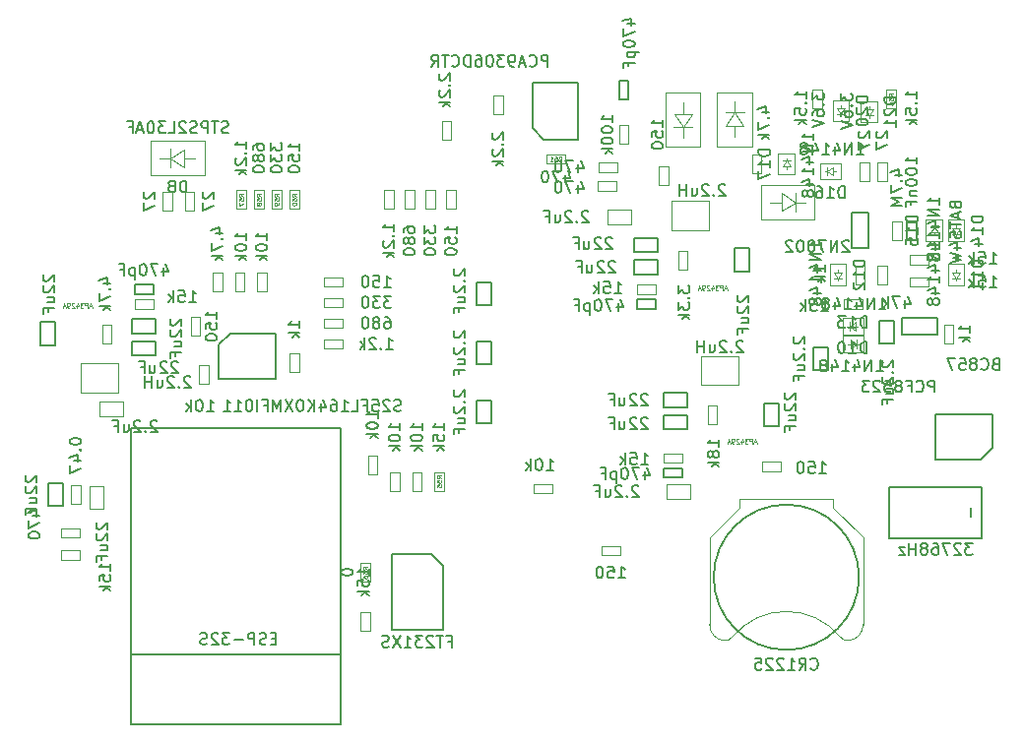
<source format=gbr>
G04 #@! TF.FileFunction,Other,Fab,Bot*
%FSLAX46Y46*%
G04 Gerber Fmt 4.6, Leading zero omitted, Abs format (unit mm)*
G04 Created by KiCad (PCBNEW 4.0.7+dfsg1-1) date Wed Nov 15 16:27:29 2017*
%MOMM*%
%LPD*%
G01*
G04 APERTURE LIST*
%ADD10C,0.100000*%
%ADD11C,0.150000*%
%ADD12C,0.075000*%
G04 APERTURE END LIST*
D10*
X103098000Y-99558000D02*
X103898000Y-99558000D01*
X103098000Y-97958000D02*
X103098000Y-99558000D01*
X103898000Y-97958000D02*
X103098000Y-97958000D01*
X103898000Y-99558000D02*
X103898000Y-97958000D01*
D11*
X126260434Y-112530338D02*
X108260434Y-112530338D01*
X108260434Y-118530338D02*
X108260434Y-93030338D01*
X126260434Y-118530338D02*
X126260434Y-93030338D01*
X126260434Y-93030338D02*
X108260434Y-93030338D01*
X126260434Y-118530338D02*
X108260434Y-118530338D01*
D10*
X154195000Y-64200000D02*
X154195000Y-68800000D01*
X154195000Y-68800000D02*
X157195000Y-68800000D01*
X157195000Y-64200000D02*
X154195000Y-64200000D01*
X157195000Y-64200000D02*
X157195000Y-68800000D01*
X155693980Y-67149440D02*
X155693980Y-68051140D01*
X155693980Y-65998820D02*
X155693980Y-65000600D01*
X156494080Y-67149440D02*
X154893880Y-67149440D01*
X154944680Y-65998820D02*
X156494080Y-65998820D01*
X155693980Y-67149440D02*
X154944680Y-65998820D01*
X155693980Y-67149440D02*
X156494080Y-65998820D01*
X153644000Y-72126000D02*
X154444000Y-72126000D01*
X153644000Y-70526000D02*
X153644000Y-72126000D01*
X154444000Y-70526000D02*
X153644000Y-70526000D01*
X154444000Y-72126000D02*
X154444000Y-70526000D01*
X160470000Y-89340000D02*
X160470000Y-86840000D01*
X157270000Y-89340000D02*
X160470000Y-89340000D01*
X157270000Y-86840000D02*
X157270000Y-89340000D01*
X160470000Y-86840000D02*
X157270000Y-86840000D01*
X157930000Y-76005000D02*
X157930000Y-73505000D01*
X154730000Y-76005000D02*
X157930000Y-76005000D01*
X154730000Y-73505000D02*
X154730000Y-76005000D01*
X157930000Y-73505000D02*
X154730000Y-73505000D01*
X103930000Y-87475000D02*
X103930000Y-89975000D01*
X107130000Y-87475000D02*
X103930000Y-87475000D01*
X107130000Y-89975000D02*
X107130000Y-87475000D01*
X103930000Y-89975000D02*
X107130000Y-89975000D01*
D11*
X101710000Y-83915000D02*
X100460000Y-83915000D01*
X101710000Y-85915000D02*
X101710000Y-83915000D01*
X100460000Y-85915000D02*
X101710000Y-85915000D01*
X100460000Y-83915000D02*
X100460000Y-85915000D01*
X154060000Y-90005000D02*
X154060000Y-91255000D01*
X156060000Y-90005000D02*
X154060000Y-90005000D01*
X156060000Y-91255000D02*
X156060000Y-90005000D01*
X154060000Y-91255000D02*
X156060000Y-91255000D01*
X154060000Y-91910000D02*
X154060000Y-93160000D01*
X156060000Y-91910000D02*
X154060000Y-91910000D01*
X156060000Y-93160000D02*
X156060000Y-91910000D01*
X154060000Y-93160000D02*
X156060000Y-93160000D01*
X162690000Y-92900000D02*
X163940000Y-92900000D01*
X162690000Y-90900000D02*
X162690000Y-92900000D01*
X163940000Y-90900000D02*
X162690000Y-90900000D01*
X163940000Y-92900000D02*
X163940000Y-90900000D01*
X151520000Y-78575000D02*
X151520000Y-79825000D01*
X153520000Y-78575000D02*
X151520000Y-78575000D01*
X153520000Y-79825000D02*
X153520000Y-78575000D01*
X151520000Y-79825000D02*
X153520000Y-79825000D01*
X151520000Y-76670000D02*
X151520000Y-77920000D01*
X153520000Y-76670000D02*
X151520000Y-76670000D01*
X153520000Y-77920000D02*
X153520000Y-76670000D01*
X151520000Y-77920000D02*
X153520000Y-77920000D01*
X160150000Y-79565000D02*
X161400000Y-79565000D01*
X160150000Y-77565000D02*
X160150000Y-79565000D01*
X161400000Y-77565000D02*
X160150000Y-77565000D01*
X161400000Y-79565000D02*
X161400000Y-77565000D01*
X110340000Y-84905000D02*
X110340000Y-83655000D01*
X108340000Y-84905000D02*
X110340000Y-84905000D01*
X108340000Y-83655000D02*
X108340000Y-84905000D01*
X110340000Y-83655000D02*
X108340000Y-83655000D01*
X110340000Y-86810000D02*
X110340000Y-85560000D01*
X108340000Y-86810000D02*
X110340000Y-86810000D01*
X108340000Y-85560000D02*
X108340000Y-86810000D01*
X110340000Y-85560000D02*
X108340000Y-85560000D01*
X172596000Y-85788000D02*
X173846000Y-85788000D01*
X172596000Y-83788000D02*
X172596000Y-85788000D01*
X173846000Y-83788000D02*
X172596000Y-83788000D01*
X173846000Y-85788000D02*
X173846000Y-83788000D01*
X177535000Y-83580000D02*
X174495000Y-83580000D01*
X174495000Y-84980000D02*
X174495000Y-83580000D01*
X177535000Y-84980000D02*
X177535000Y-83580000D01*
X177535000Y-84980000D02*
X174495000Y-84980000D01*
X170235000Y-74505000D02*
X170235000Y-77545000D01*
X171635000Y-77545000D02*
X170235000Y-77545000D01*
X171635000Y-74505000D02*
X170235000Y-74505000D01*
X171635000Y-74505000D02*
X171635000Y-77545000D01*
X154060000Y-96510000D02*
X154060000Y-97310000D01*
X155660000Y-96510000D02*
X154060000Y-96510000D01*
X155660000Y-97310000D02*
X155660000Y-96510000D01*
X154060000Y-97310000D02*
X155660000Y-97310000D01*
X151720000Y-81975000D02*
X151720000Y-82775000D01*
X153320000Y-81975000D02*
X151720000Y-81975000D01*
X153320000Y-82775000D02*
X153320000Y-81975000D01*
X151720000Y-82775000D02*
X153320000Y-82775000D01*
X110140000Y-81505000D02*
X110140000Y-80705000D01*
X108540000Y-81505000D02*
X110140000Y-81505000D01*
X108540000Y-80705000D02*
X108540000Y-81505000D01*
X110140000Y-80705000D02*
X108540000Y-80705000D01*
X175780000Y-75225000D02*
X174980000Y-75225000D01*
X175780000Y-76825000D02*
X175780000Y-75225000D01*
X174980000Y-76825000D02*
X175780000Y-76825000D01*
X174980000Y-75225000D02*
X174980000Y-76825000D01*
D10*
X169500000Y-81975000D02*
X169500000Y-82775000D01*
X171100000Y-81975000D02*
X169500000Y-81975000D01*
X171100000Y-82775000D02*
X171100000Y-81975000D01*
X169500000Y-82775000D02*
X171100000Y-82775000D01*
X172440000Y-80635000D02*
X173240000Y-80635000D01*
X172440000Y-79035000D02*
X172440000Y-80635000D01*
X173240000Y-79035000D02*
X172440000Y-79035000D01*
X173240000Y-80635000D02*
X173240000Y-79035000D01*
X176815000Y-80870000D02*
X176815000Y-80070000D01*
X175215000Y-80870000D02*
X176815000Y-80870000D01*
X175215000Y-80070000D02*
X175215000Y-80870000D01*
X176815000Y-80070000D02*
X175215000Y-80070000D01*
X174510000Y-75225000D02*
X173710000Y-75225000D01*
X174510000Y-76825000D02*
X174510000Y-75225000D01*
X173710000Y-76825000D02*
X174510000Y-76825000D01*
X173710000Y-75225000D02*
X173710000Y-76825000D01*
X178955000Y-84115000D02*
X178155000Y-84115000D01*
X178955000Y-85715000D02*
X178955000Y-84115000D01*
X178155000Y-85715000D02*
X178955000Y-85715000D01*
X178155000Y-84115000D02*
X178155000Y-85715000D01*
X114185000Y-83480000D02*
X113385000Y-83480000D01*
X114185000Y-85080000D02*
X114185000Y-83480000D01*
X113385000Y-85080000D02*
X114185000Y-85080000D01*
X113385000Y-83480000D02*
X113385000Y-85080000D01*
X170535000Y-80635000D02*
X171335000Y-80635000D01*
X170535000Y-79035000D02*
X170535000Y-80635000D01*
X171335000Y-79035000D02*
X170535000Y-79035000D01*
X171335000Y-80635000D02*
X171335000Y-79035000D01*
X128790000Y-108880000D02*
X127990000Y-108880000D01*
X128790000Y-110480000D02*
X128790000Y-108880000D01*
X127990000Y-110480000D02*
X128790000Y-110480000D01*
X127990000Y-108880000D02*
X127990000Y-110480000D01*
X150272000Y-103984000D02*
X150272000Y-103184000D01*
X148672000Y-103984000D02*
X150272000Y-103984000D01*
X148672000Y-103184000D02*
X148672000Y-103984000D01*
X150272000Y-103184000D02*
X148672000Y-103184000D01*
X176815000Y-78965000D02*
X176815000Y-78165000D01*
X175215000Y-78965000D02*
X176815000Y-78965000D01*
X175215000Y-78165000D02*
X175215000Y-78965000D01*
X176815000Y-78165000D02*
X175215000Y-78165000D01*
X154060000Y-95240000D02*
X154060000Y-96040000D01*
X155660000Y-95240000D02*
X154060000Y-95240000D01*
X155660000Y-96040000D02*
X155660000Y-95240000D01*
X154060000Y-96040000D02*
X155660000Y-96040000D01*
X110140000Y-82775000D02*
X110140000Y-81975000D01*
X108540000Y-82775000D02*
X110140000Y-82775000D01*
X108540000Y-81975000D02*
X108540000Y-82775000D01*
X110140000Y-81975000D02*
X108540000Y-81975000D01*
X151720000Y-80705000D02*
X151720000Y-81505000D01*
X153320000Y-80705000D02*
X151720000Y-80705000D01*
X153320000Y-81505000D02*
X153320000Y-80705000D01*
X151720000Y-81505000D02*
X153320000Y-81505000D01*
X158635000Y-91100000D02*
X157835000Y-91100000D01*
X158635000Y-92700000D02*
X158635000Y-91100000D01*
X157835000Y-92700000D02*
X158635000Y-92700000D01*
X157835000Y-91100000D02*
X157835000Y-92700000D01*
X105765000Y-85715000D02*
X106565000Y-85715000D01*
X105765000Y-84115000D02*
X105765000Y-85715000D01*
X106565000Y-84115000D02*
X105765000Y-84115000D01*
X106565000Y-85715000D02*
X106565000Y-84115000D01*
X156095000Y-77765000D02*
X155295000Y-77765000D01*
X156095000Y-79365000D02*
X156095000Y-77765000D01*
X155295000Y-79365000D02*
X156095000Y-79365000D01*
X155295000Y-77765000D02*
X155295000Y-79365000D01*
X126396000Y-86204000D02*
X126396000Y-85404000D01*
X124796000Y-86204000D02*
X126396000Y-86204000D01*
X124796000Y-85404000D02*
X124796000Y-86204000D01*
X126396000Y-85404000D02*
X124796000Y-85404000D01*
X126396000Y-84426000D02*
X126396000Y-83626000D01*
X124796000Y-84426000D02*
X126396000Y-84426000D01*
X124796000Y-83626000D02*
X124796000Y-84426000D01*
X126396000Y-83626000D02*
X124796000Y-83626000D01*
X126396000Y-82648000D02*
X126396000Y-81848000D01*
X124796000Y-82648000D02*
X126396000Y-82648000D01*
X124796000Y-81848000D02*
X124796000Y-82648000D01*
X126396000Y-81848000D02*
X124796000Y-81848000D01*
X126396000Y-80870000D02*
X126396000Y-80070000D01*
X124796000Y-80870000D02*
X126396000Y-80870000D01*
X124796000Y-80070000D02*
X124796000Y-80870000D01*
X126396000Y-80070000D02*
X124796000Y-80070000D01*
X130022000Y-74158000D02*
X130822000Y-74158000D01*
X130022000Y-72558000D02*
X130022000Y-74158000D01*
X130822000Y-72558000D02*
X130022000Y-72558000D01*
X130822000Y-74158000D02*
X130822000Y-72558000D01*
X131800000Y-74158000D02*
X132600000Y-74158000D01*
X131800000Y-72558000D02*
X131800000Y-74158000D01*
X132600000Y-72558000D02*
X131800000Y-72558000D01*
X132600000Y-74158000D02*
X132600000Y-72558000D01*
X133578000Y-74158000D02*
X134378000Y-74158000D01*
X133578000Y-72558000D02*
X133578000Y-74158000D01*
X134378000Y-72558000D02*
X133578000Y-72558000D01*
X134378000Y-74158000D02*
X134378000Y-72558000D01*
X135356000Y-74158000D02*
X136156000Y-74158000D01*
X135356000Y-72558000D02*
X135356000Y-74158000D01*
X136156000Y-72558000D02*
X135356000Y-72558000D01*
X136156000Y-74158000D02*
X136156000Y-72558000D01*
D11*
X150189600Y-64760000D02*
X150989600Y-64760000D01*
X150189600Y-63160000D02*
X150189600Y-64760000D01*
X150989600Y-63160000D02*
X150189600Y-63160000D01*
X150989600Y-64760000D02*
X150989600Y-63160000D01*
D10*
X161645000Y-71110000D02*
X162445000Y-71110000D01*
X161645000Y-69510000D02*
X161645000Y-71110000D01*
X162445000Y-69510000D02*
X161645000Y-69510000D01*
X162445000Y-71110000D02*
X162445000Y-69510000D01*
X139420000Y-66030000D02*
X140220000Y-66030000D01*
X139420000Y-64430000D02*
X139420000Y-66030000D01*
X140220000Y-64430000D02*
X139420000Y-64430000D01*
X140220000Y-66030000D02*
X140220000Y-64430000D01*
X134975000Y-68232000D02*
X135775000Y-68232000D01*
X134975000Y-66632000D02*
X134975000Y-68232000D01*
X135775000Y-66632000D02*
X134975000Y-66632000D01*
X135775000Y-68232000D02*
X135775000Y-66632000D01*
X150215000Y-68570000D02*
X151015000Y-68570000D01*
X150215000Y-66970000D02*
X150215000Y-68570000D01*
X151015000Y-66970000D02*
X150215000Y-66970000D01*
X151015000Y-68570000D02*
X151015000Y-66970000D01*
X149975000Y-72615000D02*
X149975000Y-71815000D01*
X148375000Y-72615000D02*
X149975000Y-72615000D01*
X148375000Y-71815000D02*
X148375000Y-72615000D01*
X149975000Y-71815000D02*
X148375000Y-71815000D01*
X150080000Y-71000000D02*
X150080000Y-70200000D01*
X148480000Y-71000000D02*
X150080000Y-71000000D01*
X148480000Y-70200000D02*
X148480000Y-71000000D01*
X150080000Y-70200000D02*
X148480000Y-70200000D01*
D11*
X134035000Y-103890000D02*
X130635000Y-103890000D01*
X130635000Y-103890000D02*
X130635000Y-110390000D01*
X130635000Y-110390000D02*
X135035000Y-110390000D01*
X135035000Y-110390000D02*
X135035000Y-104890000D01*
X135035000Y-104890000D02*
X134035000Y-103890000D01*
D10*
X119900000Y-79670000D02*
X119100000Y-79670000D01*
X119900000Y-81270000D02*
X119900000Y-79670000D01*
X119100000Y-81270000D02*
X119900000Y-81270000D01*
X119100000Y-79670000D02*
X119100000Y-81270000D01*
X114080000Y-89200000D02*
X114880000Y-89200000D01*
X114080000Y-87600000D02*
X114080000Y-89200000D01*
X114880000Y-87600000D02*
X114080000Y-87600000D01*
X114880000Y-89200000D02*
X114880000Y-87600000D01*
X128625000Y-96975000D02*
X129425000Y-96975000D01*
X128625000Y-95375000D02*
X128625000Y-96975000D01*
X129425000Y-95375000D02*
X128625000Y-95375000D01*
X129425000Y-96975000D02*
X129425000Y-95375000D01*
X117995000Y-79670000D02*
X117195000Y-79670000D01*
X117995000Y-81270000D02*
X117995000Y-79670000D01*
X117195000Y-81270000D02*
X117995000Y-81270000D01*
X117195000Y-79670000D02*
X117195000Y-81270000D01*
X122680000Y-86600000D02*
X121880000Y-86600000D01*
X122680000Y-88200000D02*
X122680000Y-86600000D01*
X121880000Y-88200000D02*
X122680000Y-88200000D01*
X121880000Y-86600000D02*
X121880000Y-88200000D01*
X116090000Y-79670000D02*
X115290000Y-79670000D01*
X116090000Y-81270000D02*
X116090000Y-79670000D01*
X115290000Y-81270000D02*
X116090000Y-81270000D01*
X115290000Y-79670000D02*
X115290000Y-81270000D01*
X144430000Y-98650000D02*
X144430000Y-97850000D01*
X142830000Y-98650000D02*
X144430000Y-98650000D01*
X142830000Y-97850000D02*
X142830000Y-98650000D01*
X144430000Y-97850000D02*
X142830000Y-97850000D01*
X132435000Y-98415000D02*
X133235000Y-98415000D01*
X132435000Y-96815000D02*
X132435000Y-98415000D01*
X133235000Y-96815000D02*
X132435000Y-96815000D01*
X133235000Y-98415000D02*
X133235000Y-96815000D01*
X130530000Y-98415000D02*
X131330000Y-98415000D01*
X130530000Y-96815000D02*
X130530000Y-98415000D01*
X131330000Y-96815000D02*
X130530000Y-96815000D01*
X131330000Y-98415000D02*
X131330000Y-96815000D01*
X102190000Y-103565000D02*
X102190000Y-104365000D01*
X103790000Y-103565000D02*
X102190000Y-103565000D01*
X103790000Y-104365000D02*
X103790000Y-103565000D01*
X102190000Y-104365000D02*
X103790000Y-104365000D01*
X103790000Y-102460000D02*
X103790000Y-101660000D01*
X102190000Y-102460000D02*
X103790000Y-102460000D01*
X102190000Y-101660000D02*
X102190000Y-102460000D01*
X103790000Y-101660000D02*
X102190000Y-101660000D01*
D11*
X166881000Y-88074000D02*
X168131000Y-88074000D01*
X166881000Y-86074000D02*
X166881000Y-88074000D01*
X168131000Y-86074000D02*
X166881000Y-86074000D01*
X168131000Y-88074000D02*
X168131000Y-86074000D01*
D10*
X164115000Y-96745000D02*
X164115000Y-95945000D01*
X162515000Y-96745000D02*
X164115000Y-96745000D01*
X162515000Y-95945000D02*
X162515000Y-96745000D01*
X164115000Y-95945000D02*
X162515000Y-95945000D01*
X166852000Y-65522000D02*
X167652000Y-65522000D01*
X166852000Y-63922000D02*
X166852000Y-65522000D01*
X167652000Y-63922000D02*
X166852000Y-63922000D01*
X167652000Y-65522000D02*
X167652000Y-63922000D01*
D11*
X139175000Y-90646000D02*
X137925000Y-90646000D01*
X139175000Y-92646000D02*
X139175000Y-90646000D01*
X137925000Y-92646000D02*
X139175000Y-92646000D01*
X137925000Y-90646000D02*
X137925000Y-92646000D01*
X137925000Y-82486000D02*
X139175000Y-82486000D01*
X137925000Y-80486000D02*
X137925000Y-82486000D01*
X139175000Y-80486000D02*
X137925000Y-80486000D01*
X139175000Y-82486000D02*
X139175000Y-80486000D01*
X139175000Y-85566000D02*
X137925000Y-85566000D01*
X139175000Y-87566000D02*
X139175000Y-85566000D01*
X137925000Y-87566000D02*
X139175000Y-87566000D01*
X137925000Y-85566000D02*
X137925000Y-87566000D01*
X102345000Y-97758000D02*
X101095000Y-97758000D01*
X102345000Y-99758000D02*
X102345000Y-97758000D01*
X101095000Y-99758000D02*
X102345000Y-99758000D01*
X101095000Y-97758000D02*
X101095000Y-99758000D01*
D10*
X112877000Y-74285000D02*
X113677000Y-74285000D01*
X112877000Y-72685000D02*
X112877000Y-74285000D01*
X113677000Y-72685000D02*
X112877000Y-72685000D01*
X113677000Y-74285000D02*
X113677000Y-72685000D01*
X110972000Y-74285000D02*
X111772000Y-74285000D01*
X110972000Y-72685000D02*
X110972000Y-74285000D01*
X111772000Y-72685000D02*
X110972000Y-72685000D01*
X111772000Y-74285000D02*
X111772000Y-72685000D01*
X172440000Y-71745000D02*
X173240000Y-71745000D01*
X172440000Y-70145000D02*
X172440000Y-71745000D01*
X173240000Y-70145000D02*
X172440000Y-70145000D01*
X173240000Y-71745000D02*
X173240000Y-70145000D01*
X170916000Y-71745000D02*
X171716000Y-71745000D01*
X170916000Y-70145000D02*
X170916000Y-71745000D01*
X171716000Y-70145000D02*
X170916000Y-70145000D01*
X171716000Y-71745000D02*
X171716000Y-70145000D01*
D11*
X181412000Y-98082000D02*
X181412000Y-102482000D01*
X173412000Y-98082000D02*
X181412000Y-98082000D01*
X173412000Y-102482000D02*
X173412000Y-98082000D01*
X181412000Y-102482000D02*
X173412000Y-102482000D01*
X180412000Y-99882000D02*
X180412000Y-100682000D01*
D10*
X104656000Y-100012000D02*
X105896000Y-100012000D01*
X104656000Y-98012000D02*
X104656000Y-100012000D01*
X105896000Y-98012000D02*
X104656000Y-98012000D01*
X105896000Y-100012000D02*
X105896000Y-98012000D01*
X114561000Y-68302000D02*
X109961000Y-68302000D01*
X109961000Y-68302000D02*
X109961000Y-71302000D01*
X114561000Y-71302000D02*
X114561000Y-68302000D01*
X114561000Y-71302000D02*
X109961000Y-71302000D01*
X111611560Y-69800980D02*
X110709860Y-69800980D01*
X112762180Y-69800980D02*
X113760400Y-69800980D01*
X111611560Y-70601080D02*
X111611560Y-69000880D01*
X112762180Y-69051680D02*
X112762180Y-70601080D01*
X111611560Y-69800980D02*
X112762180Y-69051680D01*
X111611560Y-69800980D02*
X112762180Y-70601080D01*
X162412000Y-75112000D02*
X167012000Y-75112000D01*
X167012000Y-75112000D02*
X167012000Y-72112000D01*
X162412000Y-72112000D02*
X162412000Y-75112000D01*
X162412000Y-72112000D02*
X167012000Y-72112000D01*
X165361440Y-73613020D02*
X166263140Y-73613020D01*
X164210820Y-73613020D02*
X163212600Y-73613020D01*
X165361440Y-72812920D02*
X165361440Y-74413120D01*
X164210820Y-74362320D02*
X164210820Y-72812920D01*
X165361440Y-73613020D02*
X164210820Y-74362320D01*
X165361440Y-73613020D02*
X164210820Y-72812920D01*
X161640000Y-68800000D02*
X161640000Y-64200000D01*
X161640000Y-64200000D02*
X158640000Y-64200000D01*
X158640000Y-68800000D02*
X161640000Y-68800000D01*
X158640000Y-68800000D02*
X158640000Y-64200000D01*
X160141020Y-65850560D02*
X160141020Y-64948860D01*
X160141020Y-67001180D02*
X160141020Y-67999400D01*
X159340920Y-65850560D02*
X160941120Y-65850560D01*
X160890320Y-67001180D02*
X159340920Y-67001180D01*
X160141020Y-65850560D02*
X160890320Y-67001180D01*
X160141020Y-65850560D02*
X159340920Y-67001180D01*
X154314000Y-97884000D02*
X154314000Y-99124000D01*
X156314000Y-97884000D02*
X154314000Y-97884000D01*
X156314000Y-99124000D02*
X156314000Y-97884000D01*
X154314000Y-99124000D02*
X156314000Y-99124000D01*
X107546000Y-92012000D02*
X107546000Y-90772000D01*
X105546000Y-92012000D02*
X107546000Y-92012000D01*
X105546000Y-90772000D02*
X105546000Y-92012000D01*
X107546000Y-90772000D02*
X105546000Y-90772000D01*
X151234000Y-75502000D02*
X151234000Y-74262000D01*
X149234000Y-75502000D02*
X151234000Y-75502000D01*
X149234000Y-74262000D02*
X149234000Y-75502000D01*
X151234000Y-74262000D02*
X149234000Y-74262000D01*
X173202000Y-65522000D02*
X174002000Y-65522000D01*
X173202000Y-63922000D02*
X173202000Y-65522000D01*
X174002000Y-63922000D02*
X173202000Y-63922000D01*
X174002000Y-65522000D02*
X174002000Y-63922000D01*
X135140000Y-96815000D02*
X134340000Y-96815000D01*
X135140000Y-98415000D02*
X135140000Y-96815000D01*
X134340000Y-98415000D02*
X135140000Y-98415000D01*
X134340000Y-96815000D02*
X134340000Y-98415000D01*
D11*
X170835000Y-105870000D02*
G75*
G03X170835000Y-105870000I-6250000J0D01*
G01*
D10*
X159206987Y-111317558D02*
G75*
G03X159985000Y-110970000I88013J847558D01*
G01*
X169963013Y-111317558D02*
G75*
G02X169185000Y-110970000I-88013J847558D01*
G01*
X159977095Y-110979589D02*
G75*
G02X169185000Y-110970000I4607905J-3790411D01*
G01*
X157985000Y-109920000D02*
G75*
G03X159285000Y-111320000I1350000J-50000D01*
G01*
X171185000Y-109920000D02*
G75*
G02X169885000Y-111320000I-1350000J-50000D01*
G01*
X157985000Y-102470000D02*
X157985000Y-109970000D01*
X171185000Y-102470000D02*
X171185000Y-109970000D01*
X160585000Y-99870000D02*
X157985000Y-102470000D01*
X168585000Y-99870000D02*
X171185000Y-102470000D01*
X160585000Y-99170000D02*
X160585000Y-99870000D01*
X168585000Y-99170000D02*
X168585000Y-99870000D01*
X168585000Y-99170000D02*
X160585000Y-99170000D01*
X169284000Y-65538000D02*
X169284000Y-65288000D01*
X168934000Y-65538000D02*
X169284000Y-66038000D01*
X169634000Y-65538000D02*
X168934000Y-65538000D01*
X169284000Y-66038000D02*
X169634000Y-65538000D01*
X169284000Y-66038000D02*
X169284000Y-66238000D01*
X169634000Y-66038000D02*
X168934000Y-66038000D01*
X168584000Y-66638000D02*
X169984000Y-66638000D01*
X168584000Y-64838000D02*
X168584000Y-66638000D01*
X169984000Y-64838000D02*
X168584000Y-64838000D01*
X169984000Y-66638000D02*
X169984000Y-64838000D01*
X171697000Y-65631000D02*
X171697000Y-65381000D01*
X171347000Y-65631000D02*
X171697000Y-66131000D01*
X172047000Y-65631000D02*
X171347000Y-65631000D01*
X171697000Y-66131000D02*
X172047000Y-65631000D01*
X171697000Y-66131000D02*
X171697000Y-66331000D01*
X172047000Y-66131000D02*
X171347000Y-66131000D01*
X170997000Y-66731000D02*
X172397000Y-66731000D01*
X170997000Y-64931000D02*
X170997000Y-66731000D01*
X172397000Y-64931000D02*
X170997000Y-64931000D01*
X172397000Y-66731000D02*
X172397000Y-64931000D01*
X170500000Y-84280000D02*
X170750000Y-84280000D01*
X170500000Y-83930000D02*
X170000000Y-84280000D01*
X170500000Y-84630000D02*
X170500000Y-83930000D01*
X170000000Y-84280000D02*
X170500000Y-84630000D01*
X170000000Y-84280000D02*
X169800000Y-84280000D01*
X170000000Y-84630000D02*
X170000000Y-83930000D01*
X169400000Y-83580000D02*
X169400000Y-84980000D01*
X171200000Y-83580000D02*
X169400000Y-83580000D01*
X171200000Y-84980000D02*
X171200000Y-83580000D01*
X169400000Y-84980000D02*
X171200000Y-84980000D01*
X179190000Y-79635000D02*
X179190000Y-79385000D01*
X178840000Y-79635000D02*
X179190000Y-80135000D01*
X179540000Y-79635000D02*
X178840000Y-79635000D01*
X179190000Y-80135000D02*
X179540000Y-79635000D01*
X179190000Y-80135000D02*
X179190000Y-80335000D01*
X179540000Y-80135000D02*
X178840000Y-80135000D01*
X178490000Y-80735000D02*
X179890000Y-80735000D01*
X178490000Y-78935000D02*
X178490000Y-80735000D01*
X179890000Y-78935000D02*
X178490000Y-78935000D01*
X179890000Y-80735000D02*
X179890000Y-78935000D01*
X169030000Y-79635000D02*
X169030000Y-79385000D01*
X168680000Y-79635000D02*
X169030000Y-80135000D01*
X169380000Y-79635000D02*
X168680000Y-79635000D01*
X169030000Y-80135000D02*
X169380000Y-79635000D01*
X169030000Y-80135000D02*
X169030000Y-80335000D01*
X169380000Y-80135000D02*
X168680000Y-80135000D01*
X168330000Y-80735000D02*
X169730000Y-80735000D01*
X168330000Y-78935000D02*
X168330000Y-80735000D01*
X169730000Y-78935000D02*
X168330000Y-78935000D01*
X169730000Y-80735000D02*
X169730000Y-78935000D01*
X170100000Y-85804000D02*
X169850000Y-85804000D01*
X170100000Y-86154000D02*
X170600000Y-85804000D01*
X170100000Y-85454000D02*
X170100000Y-86154000D01*
X170600000Y-85804000D02*
X170100000Y-85454000D01*
X170600000Y-85804000D02*
X170800000Y-85804000D01*
X170600000Y-85454000D02*
X170600000Y-86154000D01*
X171200000Y-86504000D02*
X171200000Y-85104000D01*
X169400000Y-86504000D02*
X171200000Y-86504000D01*
X169400000Y-85104000D02*
X169400000Y-86504000D01*
X171200000Y-85104000D02*
X169400000Y-85104000D01*
X179190000Y-75825000D02*
X179190000Y-75575000D01*
X178840000Y-75825000D02*
X179190000Y-76325000D01*
X179540000Y-75825000D02*
X178840000Y-75825000D01*
X179190000Y-76325000D02*
X179540000Y-75825000D01*
X179190000Y-76325000D02*
X179190000Y-76525000D01*
X179540000Y-76325000D02*
X178840000Y-76325000D01*
X178490000Y-76925000D02*
X179890000Y-76925000D01*
X178490000Y-75125000D02*
X178490000Y-76925000D01*
X179890000Y-75125000D02*
X178490000Y-75125000D01*
X179890000Y-76925000D02*
X179890000Y-75125000D01*
X177285000Y-76225000D02*
X177285000Y-76475000D01*
X177635000Y-76225000D02*
X177285000Y-75725000D01*
X176935000Y-76225000D02*
X177635000Y-76225000D01*
X177285000Y-75725000D02*
X176935000Y-76225000D01*
X177285000Y-75725000D02*
X177285000Y-75525000D01*
X176935000Y-75725000D02*
X177635000Y-75725000D01*
X177985000Y-75125000D02*
X176585000Y-75125000D01*
X177985000Y-76925000D02*
X177985000Y-75125000D01*
X176585000Y-76925000D02*
X177985000Y-76925000D01*
X176585000Y-75125000D02*
X176585000Y-76925000D01*
X168595000Y-70945000D02*
X168845000Y-70945000D01*
X168595000Y-70595000D02*
X168095000Y-70945000D01*
X168595000Y-71295000D02*
X168595000Y-70595000D01*
X168095000Y-70945000D02*
X168595000Y-71295000D01*
X168095000Y-70945000D02*
X167895000Y-70945000D01*
X168095000Y-71295000D02*
X168095000Y-70595000D01*
X167495000Y-70245000D02*
X167495000Y-71645000D01*
X169295000Y-70245000D02*
X167495000Y-70245000D01*
X169295000Y-71645000D02*
X169295000Y-70245000D01*
X167495000Y-71645000D02*
X169295000Y-71645000D01*
X164585000Y-70510000D02*
X164585000Y-70760000D01*
X164935000Y-70510000D02*
X164585000Y-70010000D01*
X164235000Y-70510000D02*
X164935000Y-70510000D01*
X164585000Y-70010000D02*
X164235000Y-70510000D01*
X164585000Y-70010000D02*
X164585000Y-69810000D01*
X164235000Y-70010000D02*
X164935000Y-70010000D01*
X165285000Y-69410000D02*
X163885000Y-69410000D01*
X165285000Y-71210000D02*
X165285000Y-69410000D01*
X163885000Y-71210000D02*
X165285000Y-71210000D01*
X163885000Y-69410000D02*
X163885000Y-71210000D01*
X127990000Y-106246000D02*
X128790000Y-106246000D01*
X127990000Y-104646000D02*
X127990000Y-106246000D01*
X128790000Y-104646000D02*
X127990000Y-104646000D01*
X128790000Y-106246000D02*
X128790000Y-104646000D01*
X117322000Y-74158000D02*
X118122000Y-74158000D01*
X117322000Y-72558000D02*
X117322000Y-74158000D01*
X118122000Y-72558000D02*
X117322000Y-72558000D01*
X118122000Y-74158000D02*
X118122000Y-72558000D01*
X118846000Y-74158000D02*
X119646000Y-74158000D01*
X118846000Y-72558000D02*
X118846000Y-74158000D01*
X119646000Y-72558000D02*
X118846000Y-72558000D01*
X119646000Y-74158000D02*
X119646000Y-72558000D01*
X120370000Y-74158000D02*
X121170000Y-74158000D01*
X120370000Y-72558000D02*
X120370000Y-74158000D01*
X121170000Y-72558000D02*
X120370000Y-72558000D01*
X121170000Y-74158000D02*
X121170000Y-72558000D01*
X121894000Y-74158000D02*
X122694000Y-74158000D01*
X121894000Y-72558000D02*
X121894000Y-74158000D01*
X122694000Y-72558000D02*
X121894000Y-72558000D01*
X122694000Y-74158000D02*
X122694000Y-72558000D01*
X145580000Y-70300000D02*
X145580000Y-69500000D01*
X143980000Y-70300000D02*
X145580000Y-70300000D01*
X143980000Y-69500000D02*
X143980000Y-70300000D01*
X145580000Y-69500000D02*
X143980000Y-69500000D01*
D11*
X182275000Y-94755000D02*
X182275000Y-91855000D01*
X182275000Y-91855000D02*
X177375000Y-91855000D01*
X177375000Y-91855000D02*
X177375000Y-95755000D01*
X177375000Y-95755000D02*
X181275000Y-95755000D01*
X181275000Y-95755000D02*
X182275000Y-94755000D01*
X143730000Y-68251500D02*
X146630000Y-68251500D01*
X146630000Y-68251500D02*
X146630000Y-63351500D01*
X146630000Y-63351500D02*
X142730000Y-63351500D01*
X142730000Y-63351500D02*
X142730000Y-67251500D01*
X142730000Y-67251500D02*
X143730000Y-68251500D01*
X115780000Y-85870000D02*
X115780000Y-88770000D01*
X115780000Y-88770000D02*
X120680000Y-88770000D01*
X120680000Y-88770000D02*
X120680000Y-84870000D01*
X120680000Y-84870000D02*
X116780000Y-84870000D01*
X116780000Y-84870000D02*
X115780000Y-85870000D01*
X102950381Y-94133905D02*
X102950381Y-94229144D01*
X102998000Y-94324382D01*
X103045619Y-94372001D01*
X103140857Y-94419620D01*
X103331333Y-94467239D01*
X103569429Y-94467239D01*
X103759905Y-94419620D01*
X103855143Y-94372001D01*
X103902762Y-94324382D01*
X103950381Y-94229144D01*
X103950381Y-94133905D01*
X103902762Y-94038667D01*
X103855143Y-93991048D01*
X103759905Y-93943429D01*
X103569429Y-93895810D01*
X103331333Y-93895810D01*
X103140857Y-93943429D01*
X103045619Y-93991048D01*
X102998000Y-94038667D01*
X102950381Y-94133905D01*
X103855143Y-94895810D02*
X103902762Y-94943429D01*
X103950381Y-94895810D01*
X103902762Y-94848191D01*
X103855143Y-94895810D01*
X103950381Y-94895810D01*
X103283714Y-95800572D02*
X103950381Y-95800572D01*
X102902762Y-95562476D02*
X103617048Y-95324381D01*
X103617048Y-95943429D01*
X102950381Y-96229143D02*
X102950381Y-96895810D01*
X103950381Y-96467238D01*
X120706095Y-111132571D02*
X120372761Y-111132571D01*
X120229904Y-111656381D02*
X120706095Y-111656381D01*
X120706095Y-110656381D01*
X120229904Y-110656381D01*
X119848952Y-111608762D02*
X119706095Y-111656381D01*
X119467999Y-111656381D01*
X119372761Y-111608762D01*
X119325142Y-111561143D01*
X119277523Y-111465905D01*
X119277523Y-111370667D01*
X119325142Y-111275429D01*
X119372761Y-111227810D01*
X119467999Y-111180190D01*
X119658476Y-111132571D01*
X119753714Y-111084952D01*
X119801333Y-111037333D01*
X119848952Y-110942095D01*
X119848952Y-110846857D01*
X119801333Y-110751619D01*
X119753714Y-110704000D01*
X119658476Y-110656381D01*
X119420380Y-110656381D01*
X119277523Y-110704000D01*
X118848952Y-111656381D02*
X118848952Y-110656381D01*
X118467999Y-110656381D01*
X118372761Y-110704000D01*
X118325142Y-110751619D01*
X118277523Y-110846857D01*
X118277523Y-110989714D01*
X118325142Y-111084952D01*
X118372761Y-111132571D01*
X118467999Y-111180190D01*
X118848952Y-111180190D01*
X117848952Y-111275429D02*
X117087047Y-111275429D01*
X116706095Y-110656381D02*
X116087047Y-110656381D01*
X116420381Y-111037333D01*
X116277523Y-111037333D01*
X116182285Y-111084952D01*
X116134666Y-111132571D01*
X116087047Y-111227810D01*
X116087047Y-111465905D01*
X116134666Y-111561143D01*
X116182285Y-111608762D01*
X116277523Y-111656381D01*
X116563238Y-111656381D01*
X116658476Y-111608762D01*
X116706095Y-111561143D01*
X115706095Y-110751619D02*
X115658476Y-110704000D01*
X115563238Y-110656381D01*
X115325142Y-110656381D01*
X115229904Y-110704000D01*
X115182285Y-110751619D01*
X115134666Y-110846857D01*
X115134666Y-110942095D01*
X115182285Y-111084952D01*
X115753714Y-111656381D01*
X115134666Y-111656381D01*
X114753714Y-111608762D02*
X114610857Y-111656381D01*
X114372761Y-111656381D01*
X114277523Y-111608762D01*
X114229904Y-111561143D01*
X114182285Y-111465905D01*
X114182285Y-111370667D01*
X114229904Y-111275429D01*
X114277523Y-111227810D01*
X114372761Y-111180190D01*
X114563238Y-111132571D01*
X114658476Y-111084952D01*
X114706095Y-111037333D01*
X114753714Y-110942095D01*
X114753714Y-110846857D01*
X114706095Y-110751619D01*
X114658476Y-110704000D01*
X114563238Y-110656381D01*
X114325142Y-110656381D01*
X114182285Y-110704000D01*
X153988381Y-67103334D02*
X153988381Y-66531905D01*
X153988381Y-66817619D02*
X152988381Y-66817619D01*
X153131238Y-66722381D01*
X153226476Y-66627143D01*
X153274095Y-66531905D01*
X152988381Y-68008096D02*
X152988381Y-67531905D01*
X153464571Y-67484286D01*
X153416952Y-67531905D01*
X153369333Y-67627143D01*
X153369333Y-67865239D01*
X153416952Y-67960477D01*
X153464571Y-68008096D01*
X153559810Y-68055715D01*
X153797905Y-68055715D01*
X153893143Y-68008096D01*
X153940762Y-67960477D01*
X153988381Y-67865239D01*
X153988381Y-67627143D01*
X153940762Y-67531905D01*
X153893143Y-67484286D01*
X152988381Y-68674762D02*
X152988381Y-68770001D01*
X153036000Y-68865239D01*
X153083619Y-68912858D01*
X153178857Y-68960477D01*
X153369333Y-69008096D01*
X153607429Y-69008096D01*
X153797905Y-68960477D01*
X153893143Y-68912858D01*
X153940762Y-68865239D01*
X153988381Y-68770001D01*
X153988381Y-68674762D01*
X153940762Y-68579524D01*
X153893143Y-68531905D01*
X153797905Y-68484286D01*
X153607429Y-68436667D01*
X153369333Y-68436667D01*
X153178857Y-68484286D01*
X153083619Y-68531905D01*
X153036000Y-68579524D01*
X152988381Y-68674762D01*
X160846190Y-85605619D02*
X160798571Y-85558000D01*
X160703333Y-85510381D01*
X160465237Y-85510381D01*
X160369999Y-85558000D01*
X160322380Y-85605619D01*
X160274761Y-85700857D01*
X160274761Y-85796095D01*
X160322380Y-85938952D01*
X160893809Y-86510381D01*
X160274761Y-86510381D01*
X159846190Y-86415143D02*
X159798571Y-86462762D01*
X159846190Y-86510381D01*
X159893809Y-86462762D01*
X159846190Y-86415143D01*
X159846190Y-86510381D01*
X159417619Y-85605619D02*
X159370000Y-85558000D01*
X159274762Y-85510381D01*
X159036666Y-85510381D01*
X158941428Y-85558000D01*
X158893809Y-85605619D01*
X158846190Y-85700857D01*
X158846190Y-85796095D01*
X158893809Y-85938952D01*
X159465238Y-86510381D01*
X158846190Y-86510381D01*
X157989047Y-85843714D02*
X157989047Y-86510381D01*
X158417619Y-85843714D02*
X158417619Y-86367524D01*
X158370000Y-86462762D01*
X158274762Y-86510381D01*
X158131904Y-86510381D01*
X158036666Y-86462762D01*
X157989047Y-86415143D01*
X157512857Y-86510381D02*
X157512857Y-85510381D01*
X157512857Y-85986571D02*
X156941428Y-85986571D01*
X156941428Y-86510381D02*
X156941428Y-85510381D01*
D10*
X162003571Y-94252667D02*
X161813094Y-94252667D01*
X162041666Y-94366952D02*
X161908332Y-93966952D01*
X161774999Y-94366952D01*
X161641666Y-94366952D02*
X161641666Y-93966952D01*
X161489285Y-93966952D01*
X161451190Y-93986000D01*
X161432142Y-94005048D01*
X161413094Y-94043143D01*
X161413094Y-94100286D01*
X161432142Y-94138381D01*
X161451190Y-94157429D01*
X161489285Y-94176476D01*
X161641666Y-94176476D01*
X161279761Y-93966952D02*
X161032142Y-93966952D01*
X161165475Y-94119333D01*
X161108333Y-94119333D01*
X161070237Y-94138381D01*
X161051190Y-94157429D01*
X161032142Y-94195524D01*
X161032142Y-94290762D01*
X161051190Y-94328857D01*
X161070237Y-94347905D01*
X161108333Y-94366952D01*
X161222618Y-94366952D01*
X161260714Y-94347905D01*
X161279761Y-94328857D01*
X160689285Y-94100286D02*
X160689285Y-94366952D01*
X160784523Y-93947905D02*
X160879762Y-94233619D01*
X160632142Y-94233619D01*
X160498810Y-94005048D02*
X160479762Y-93986000D01*
X160441667Y-93966952D01*
X160346429Y-93966952D01*
X160308333Y-93986000D01*
X160289286Y-94005048D01*
X160270238Y-94043143D01*
X160270238Y-94081238D01*
X160289286Y-94138381D01*
X160517857Y-94366952D01*
X160270238Y-94366952D01*
X160079762Y-94366952D02*
X160003572Y-94366952D01*
X159965477Y-94347905D01*
X159946429Y-94328857D01*
X159908334Y-94271714D01*
X159889286Y-94195524D01*
X159889286Y-94043143D01*
X159908334Y-94005048D01*
X159927381Y-93986000D01*
X159965477Y-93966952D01*
X160041667Y-93966952D01*
X160079762Y-93986000D01*
X160098810Y-94005048D01*
X160117858Y-94043143D01*
X160117858Y-94138381D01*
X160098810Y-94176476D01*
X160079762Y-94195524D01*
X160041667Y-94214571D01*
X159965477Y-94214571D01*
X159927381Y-94195524D01*
X159908334Y-94176476D01*
X159889286Y-94138381D01*
X159736906Y-94252667D02*
X159546429Y-94252667D01*
X159775001Y-94366952D02*
X159641667Y-93966952D01*
X159508334Y-94366952D01*
D11*
X159322190Y-72143619D02*
X159274571Y-72096000D01*
X159179333Y-72048381D01*
X158941237Y-72048381D01*
X158845999Y-72096000D01*
X158798380Y-72143619D01*
X158750761Y-72238857D01*
X158750761Y-72334095D01*
X158798380Y-72476952D01*
X159369809Y-73048381D01*
X158750761Y-73048381D01*
X158322190Y-72953143D02*
X158274571Y-73000762D01*
X158322190Y-73048381D01*
X158369809Y-73000762D01*
X158322190Y-72953143D01*
X158322190Y-73048381D01*
X157893619Y-72143619D02*
X157846000Y-72096000D01*
X157750762Y-72048381D01*
X157512666Y-72048381D01*
X157417428Y-72096000D01*
X157369809Y-72143619D01*
X157322190Y-72238857D01*
X157322190Y-72334095D01*
X157369809Y-72476952D01*
X157941238Y-73048381D01*
X157322190Y-73048381D01*
X156465047Y-72381714D02*
X156465047Y-73048381D01*
X156893619Y-72381714D02*
X156893619Y-72905524D01*
X156846000Y-73000762D01*
X156750762Y-73048381D01*
X156607904Y-73048381D01*
X156512666Y-73000762D01*
X156465047Y-72953143D01*
X155988857Y-73048381D02*
X155988857Y-72048381D01*
X155988857Y-72524571D02*
X155417428Y-72524571D01*
X155417428Y-73048381D02*
X155417428Y-72048381D01*
D10*
X159463571Y-81044667D02*
X159273094Y-81044667D01*
X159501666Y-81158952D02*
X159368332Y-80758952D01*
X159234999Y-81158952D01*
X159101666Y-81158952D02*
X159101666Y-80758952D01*
X158949285Y-80758952D01*
X158911190Y-80778000D01*
X158892142Y-80797048D01*
X158873094Y-80835143D01*
X158873094Y-80892286D01*
X158892142Y-80930381D01*
X158911190Y-80949429D01*
X158949285Y-80968476D01*
X159101666Y-80968476D01*
X158739761Y-80758952D02*
X158492142Y-80758952D01*
X158625475Y-80911333D01*
X158568333Y-80911333D01*
X158530237Y-80930381D01*
X158511190Y-80949429D01*
X158492142Y-80987524D01*
X158492142Y-81082762D01*
X158511190Y-81120857D01*
X158530237Y-81139905D01*
X158568333Y-81158952D01*
X158682618Y-81158952D01*
X158720714Y-81139905D01*
X158739761Y-81120857D01*
X158149285Y-80892286D02*
X158149285Y-81158952D01*
X158244523Y-80739905D02*
X158339762Y-81025619D01*
X158092142Y-81025619D01*
X157958810Y-80797048D02*
X157939762Y-80778000D01*
X157901667Y-80758952D01*
X157806429Y-80758952D01*
X157768333Y-80778000D01*
X157749286Y-80797048D01*
X157730238Y-80835143D01*
X157730238Y-80873238D01*
X157749286Y-80930381D01*
X157977857Y-81158952D01*
X157730238Y-81158952D01*
X157539762Y-81158952D02*
X157463572Y-81158952D01*
X157425477Y-81139905D01*
X157406429Y-81120857D01*
X157368334Y-81063714D01*
X157349286Y-80987524D01*
X157349286Y-80835143D01*
X157368334Y-80797048D01*
X157387381Y-80778000D01*
X157425477Y-80758952D01*
X157501667Y-80758952D01*
X157539762Y-80778000D01*
X157558810Y-80797048D01*
X157577858Y-80835143D01*
X157577858Y-80930381D01*
X157558810Y-80968476D01*
X157539762Y-80987524D01*
X157501667Y-81006571D01*
X157425477Y-81006571D01*
X157387381Y-80987524D01*
X157368334Y-80968476D01*
X157349286Y-80930381D01*
X157196906Y-81044667D02*
X157006429Y-81044667D01*
X157235001Y-81158952D02*
X157101667Y-80758952D01*
X156968334Y-81158952D01*
D11*
X113348190Y-88653619D02*
X113300571Y-88606000D01*
X113205333Y-88558381D01*
X112967237Y-88558381D01*
X112871999Y-88606000D01*
X112824380Y-88653619D01*
X112776761Y-88748857D01*
X112776761Y-88844095D01*
X112824380Y-88986952D01*
X113395809Y-89558381D01*
X112776761Y-89558381D01*
X112348190Y-89463143D02*
X112300571Y-89510762D01*
X112348190Y-89558381D01*
X112395809Y-89510762D01*
X112348190Y-89463143D01*
X112348190Y-89558381D01*
X111919619Y-88653619D02*
X111872000Y-88606000D01*
X111776762Y-88558381D01*
X111538666Y-88558381D01*
X111443428Y-88606000D01*
X111395809Y-88653619D01*
X111348190Y-88748857D01*
X111348190Y-88844095D01*
X111395809Y-88986952D01*
X111967238Y-89558381D01*
X111348190Y-89558381D01*
X110491047Y-88891714D02*
X110491047Y-89558381D01*
X110919619Y-88891714D02*
X110919619Y-89415524D01*
X110872000Y-89510762D01*
X110776762Y-89558381D01*
X110633904Y-89558381D01*
X110538666Y-89510762D01*
X110491047Y-89463143D01*
X110014857Y-89558381D02*
X110014857Y-88558381D01*
X110014857Y-89034571D02*
X109443428Y-89034571D01*
X109443428Y-89558381D02*
X109443428Y-88558381D01*
D10*
X104853571Y-82568667D02*
X104663094Y-82568667D01*
X104891666Y-82682952D02*
X104758332Y-82282952D01*
X104624999Y-82682952D01*
X104491666Y-82682952D02*
X104491666Y-82282952D01*
X104339285Y-82282952D01*
X104301190Y-82302000D01*
X104282142Y-82321048D01*
X104263094Y-82359143D01*
X104263094Y-82416286D01*
X104282142Y-82454381D01*
X104301190Y-82473429D01*
X104339285Y-82492476D01*
X104491666Y-82492476D01*
X104129761Y-82282952D02*
X103882142Y-82282952D01*
X104015475Y-82435333D01*
X103958333Y-82435333D01*
X103920237Y-82454381D01*
X103901190Y-82473429D01*
X103882142Y-82511524D01*
X103882142Y-82606762D01*
X103901190Y-82644857D01*
X103920237Y-82663905D01*
X103958333Y-82682952D01*
X104072618Y-82682952D01*
X104110714Y-82663905D01*
X104129761Y-82644857D01*
X103539285Y-82416286D02*
X103539285Y-82682952D01*
X103634523Y-82263905D02*
X103729762Y-82549619D01*
X103482142Y-82549619D01*
X103348810Y-82321048D02*
X103329762Y-82302000D01*
X103291667Y-82282952D01*
X103196429Y-82282952D01*
X103158333Y-82302000D01*
X103139286Y-82321048D01*
X103120238Y-82359143D01*
X103120238Y-82397238D01*
X103139286Y-82454381D01*
X103367857Y-82682952D01*
X103120238Y-82682952D01*
X102929762Y-82682952D02*
X102853572Y-82682952D01*
X102815477Y-82663905D01*
X102796429Y-82644857D01*
X102758334Y-82587714D01*
X102739286Y-82511524D01*
X102739286Y-82359143D01*
X102758334Y-82321048D01*
X102777381Y-82302000D01*
X102815477Y-82282952D01*
X102891667Y-82282952D01*
X102929762Y-82302000D01*
X102948810Y-82321048D01*
X102967858Y-82359143D01*
X102967858Y-82454381D01*
X102948810Y-82492476D01*
X102929762Y-82511524D01*
X102891667Y-82530571D01*
X102815477Y-82530571D01*
X102777381Y-82511524D01*
X102758334Y-82492476D01*
X102739286Y-82454381D01*
X102586906Y-82568667D02*
X102396429Y-82568667D01*
X102625001Y-82682952D02*
X102491667Y-82282952D01*
X102358334Y-82682952D01*
D11*
X100759619Y-79843143D02*
X100712000Y-79890762D01*
X100664381Y-79986000D01*
X100664381Y-80224096D01*
X100712000Y-80319334D01*
X100759619Y-80366953D01*
X100854857Y-80414572D01*
X100950095Y-80414572D01*
X101092952Y-80366953D01*
X101664381Y-79795524D01*
X101664381Y-80414572D01*
X100759619Y-80795524D02*
X100712000Y-80843143D01*
X100664381Y-80938381D01*
X100664381Y-81176477D01*
X100712000Y-81271715D01*
X100759619Y-81319334D01*
X100854857Y-81366953D01*
X100950095Y-81366953D01*
X101092952Y-81319334D01*
X101664381Y-80747905D01*
X101664381Y-81366953D01*
X100997714Y-82224096D02*
X101664381Y-82224096D01*
X100997714Y-81795524D02*
X101521524Y-81795524D01*
X101616762Y-81843143D01*
X101664381Y-81938381D01*
X101664381Y-82081239D01*
X101616762Y-82176477D01*
X101569143Y-82224096D01*
X101140571Y-83033620D02*
X101140571Y-82700286D01*
X101664381Y-82700286D02*
X100664381Y-82700286D01*
X100664381Y-83176477D01*
X152638857Y-90177619D02*
X152591238Y-90130000D01*
X152496000Y-90082381D01*
X152257904Y-90082381D01*
X152162666Y-90130000D01*
X152115047Y-90177619D01*
X152067428Y-90272857D01*
X152067428Y-90368095D01*
X152115047Y-90510952D01*
X152686476Y-91082381D01*
X152067428Y-91082381D01*
X151686476Y-90177619D02*
X151638857Y-90130000D01*
X151543619Y-90082381D01*
X151305523Y-90082381D01*
X151210285Y-90130000D01*
X151162666Y-90177619D01*
X151115047Y-90272857D01*
X151115047Y-90368095D01*
X151162666Y-90510952D01*
X151734095Y-91082381D01*
X151115047Y-91082381D01*
X150257904Y-90415714D02*
X150257904Y-91082381D01*
X150686476Y-90415714D02*
X150686476Y-90939524D01*
X150638857Y-91034762D01*
X150543619Y-91082381D01*
X150400761Y-91082381D01*
X150305523Y-91034762D01*
X150257904Y-90987143D01*
X149448380Y-90558571D02*
X149781714Y-90558571D01*
X149781714Y-91082381D02*
X149781714Y-90082381D01*
X149305523Y-90082381D01*
X152638857Y-92209619D02*
X152591238Y-92162000D01*
X152496000Y-92114381D01*
X152257904Y-92114381D01*
X152162666Y-92162000D01*
X152115047Y-92209619D01*
X152067428Y-92304857D01*
X152067428Y-92400095D01*
X152115047Y-92542952D01*
X152686476Y-93114381D01*
X152067428Y-93114381D01*
X151686476Y-92209619D02*
X151638857Y-92162000D01*
X151543619Y-92114381D01*
X151305523Y-92114381D01*
X151210285Y-92162000D01*
X151162666Y-92209619D01*
X151115047Y-92304857D01*
X151115047Y-92400095D01*
X151162666Y-92542952D01*
X151734095Y-93114381D01*
X151115047Y-93114381D01*
X150257904Y-92447714D02*
X150257904Y-93114381D01*
X150686476Y-92447714D02*
X150686476Y-92971524D01*
X150638857Y-93066762D01*
X150543619Y-93114381D01*
X150400761Y-93114381D01*
X150305523Y-93066762D01*
X150257904Y-93019143D01*
X149448380Y-92590571D02*
X149781714Y-92590571D01*
X149781714Y-93114381D02*
X149781714Y-92114381D01*
X149305523Y-92114381D01*
X164513619Y-90003143D02*
X164466000Y-90050762D01*
X164418381Y-90146000D01*
X164418381Y-90384096D01*
X164466000Y-90479334D01*
X164513619Y-90526953D01*
X164608857Y-90574572D01*
X164704095Y-90574572D01*
X164846952Y-90526953D01*
X165418381Y-89955524D01*
X165418381Y-90574572D01*
X164513619Y-90955524D02*
X164466000Y-91003143D01*
X164418381Y-91098381D01*
X164418381Y-91336477D01*
X164466000Y-91431715D01*
X164513619Y-91479334D01*
X164608857Y-91526953D01*
X164704095Y-91526953D01*
X164846952Y-91479334D01*
X165418381Y-90907905D01*
X165418381Y-91526953D01*
X164751714Y-92384096D02*
X165418381Y-92384096D01*
X164751714Y-91955524D02*
X165275524Y-91955524D01*
X165370762Y-92003143D01*
X165418381Y-92098381D01*
X165418381Y-92241239D01*
X165370762Y-92336477D01*
X165323143Y-92384096D01*
X164894571Y-93193620D02*
X164894571Y-92860286D01*
X165418381Y-92860286D02*
X164418381Y-92860286D01*
X164418381Y-93336477D01*
X149844857Y-78747619D02*
X149797238Y-78700000D01*
X149702000Y-78652381D01*
X149463904Y-78652381D01*
X149368666Y-78700000D01*
X149321047Y-78747619D01*
X149273428Y-78842857D01*
X149273428Y-78938095D01*
X149321047Y-79080952D01*
X149892476Y-79652381D01*
X149273428Y-79652381D01*
X148892476Y-78747619D02*
X148844857Y-78700000D01*
X148749619Y-78652381D01*
X148511523Y-78652381D01*
X148416285Y-78700000D01*
X148368666Y-78747619D01*
X148321047Y-78842857D01*
X148321047Y-78938095D01*
X148368666Y-79080952D01*
X148940095Y-79652381D01*
X148321047Y-79652381D01*
X147463904Y-78985714D02*
X147463904Y-79652381D01*
X147892476Y-78985714D02*
X147892476Y-79509524D01*
X147844857Y-79604762D01*
X147749619Y-79652381D01*
X147606761Y-79652381D01*
X147511523Y-79604762D01*
X147463904Y-79557143D01*
X146654380Y-79128571D02*
X146987714Y-79128571D01*
X146987714Y-79652381D02*
X146987714Y-78652381D01*
X146511523Y-78652381D01*
X149590857Y-76715619D02*
X149543238Y-76668000D01*
X149448000Y-76620381D01*
X149209904Y-76620381D01*
X149114666Y-76668000D01*
X149067047Y-76715619D01*
X149019428Y-76810857D01*
X149019428Y-76906095D01*
X149067047Y-77048952D01*
X149638476Y-77620381D01*
X149019428Y-77620381D01*
X148638476Y-76715619D02*
X148590857Y-76668000D01*
X148495619Y-76620381D01*
X148257523Y-76620381D01*
X148162285Y-76668000D01*
X148114666Y-76715619D01*
X148067047Y-76810857D01*
X148067047Y-76906095D01*
X148114666Y-77048952D01*
X148686095Y-77620381D01*
X148067047Y-77620381D01*
X147209904Y-76953714D02*
X147209904Y-77620381D01*
X147638476Y-76953714D02*
X147638476Y-77477524D01*
X147590857Y-77572762D01*
X147495619Y-77620381D01*
X147352761Y-77620381D01*
X147257523Y-77572762D01*
X147209904Y-77525143D01*
X146400380Y-77096571D02*
X146733714Y-77096571D01*
X146733714Y-77620381D02*
X146733714Y-76620381D01*
X146257523Y-76620381D01*
X160449619Y-81621143D02*
X160402000Y-81668762D01*
X160354381Y-81764000D01*
X160354381Y-82002096D01*
X160402000Y-82097334D01*
X160449619Y-82144953D01*
X160544857Y-82192572D01*
X160640095Y-82192572D01*
X160782952Y-82144953D01*
X161354381Y-81573524D01*
X161354381Y-82192572D01*
X160449619Y-82573524D02*
X160402000Y-82621143D01*
X160354381Y-82716381D01*
X160354381Y-82954477D01*
X160402000Y-83049715D01*
X160449619Y-83097334D01*
X160544857Y-83144953D01*
X160640095Y-83144953D01*
X160782952Y-83097334D01*
X161354381Y-82525905D01*
X161354381Y-83144953D01*
X160687714Y-84002096D02*
X161354381Y-84002096D01*
X160687714Y-83573524D02*
X161211524Y-83573524D01*
X161306762Y-83621143D01*
X161354381Y-83716381D01*
X161354381Y-83859239D01*
X161306762Y-83954477D01*
X161259143Y-84002096D01*
X160830571Y-84811620D02*
X160830571Y-84478286D01*
X161354381Y-84478286D02*
X160354381Y-84478286D01*
X160354381Y-84954477D01*
X111681619Y-83653143D02*
X111634000Y-83700762D01*
X111586381Y-83796000D01*
X111586381Y-84034096D01*
X111634000Y-84129334D01*
X111681619Y-84176953D01*
X111776857Y-84224572D01*
X111872095Y-84224572D01*
X112014952Y-84176953D01*
X112586381Y-83605524D01*
X112586381Y-84224572D01*
X111681619Y-84605524D02*
X111634000Y-84653143D01*
X111586381Y-84748381D01*
X111586381Y-84986477D01*
X111634000Y-85081715D01*
X111681619Y-85129334D01*
X111776857Y-85176953D01*
X111872095Y-85176953D01*
X112014952Y-85129334D01*
X112586381Y-84557905D01*
X112586381Y-85176953D01*
X111919714Y-86034096D02*
X112586381Y-86034096D01*
X111919714Y-85605524D02*
X112443524Y-85605524D01*
X112538762Y-85653143D01*
X112586381Y-85748381D01*
X112586381Y-85891239D01*
X112538762Y-85986477D01*
X112491143Y-86034096D01*
X112062571Y-86843620D02*
X112062571Y-86510286D01*
X112586381Y-86510286D02*
X111586381Y-86510286D01*
X111586381Y-86986477D01*
X112252857Y-87383619D02*
X112205238Y-87336000D01*
X112110000Y-87288381D01*
X111871904Y-87288381D01*
X111776666Y-87336000D01*
X111729047Y-87383619D01*
X111681428Y-87478857D01*
X111681428Y-87574095D01*
X111729047Y-87716952D01*
X112300476Y-88288381D01*
X111681428Y-88288381D01*
X111300476Y-87383619D02*
X111252857Y-87336000D01*
X111157619Y-87288381D01*
X110919523Y-87288381D01*
X110824285Y-87336000D01*
X110776666Y-87383619D01*
X110729047Y-87478857D01*
X110729047Y-87574095D01*
X110776666Y-87716952D01*
X111348095Y-88288381D01*
X110729047Y-88288381D01*
X109871904Y-87621714D02*
X109871904Y-88288381D01*
X110300476Y-87621714D02*
X110300476Y-88145524D01*
X110252857Y-88240762D01*
X110157619Y-88288381D01*
X110014761Y-88288381D01*
X109919523Y-88240762D01*
X109871904Y-88193143D01*
X109062380Y-87764571D02*
X109395714Y-87764571D01*
X109395714Y-88288381D02*
X109395714Y-87288381D01*
X108919523Y-87288381D01*
X172895619Y-87225048D02*
X172848000Y-87272667D01*
X172800381Y-87367905D01*
X172800381Y-87606001D01*
X172848000Y-87701239D01*
X172895619Y-87748858D01*
X172990857Y-87796477D01*
X173086095Y-87796477D01*
X173228952Y-87748858D01*
X173800381Y-87177429D01*
X173800381Y-87796477D01*
X173705143Y-88225048D02*
X173752762Y-88272667D01*
X173800381Y-88225048D01*
X173752762Y-88177429D01*
X173705143Y-88225048D01*
X173800381Y-88225048D01*
X172895619Y-88653619D02*
X172848000Y-88701238D01*
X172800381Y-88796476D01*
X172800381Y-89034572D01*
X172848000Y-89129810D01*
X172895619Y-89177429D01*
X172990857Y-89225048D01*
X173086095Y-89225048D01*
X173228952Y-89177429D01*
X173800381Y-88606000D01*
X173800381Y-89225048D01*
X173133714Y-90082191D02*
X173800381Y-90082191D01*
X173133714Y-89653619D02*
X173657524Y-89653619D01*
X173752762Y-89701238D01*
X173800381Y-89796476D01*
X173800381Y-89939334D01*
X173752762Y-90034572D01*
X173705143Y-90082191D01*
X173276571Y-90891715D02*
X173276571Y-90558381D01*
X173800381Y-90558381D02*
X172800381Y-90558381D01*
X172800381Y-91034572D01*
X182571142Y-87510571D02*
X182428285Y-87558190D01*
X182380666Y-87605810D01*
X182333047Y-87701048D01*
X182333047Y-87843905D01*
X182380666Y-87939143D01*
X182428285Y-87986762D01*
X182523523Y-88034381D01*
X182904476Y-88034381D01*
X182904476Y-87034381D01*
X182571142Y-87034381D01*
X182475904Y-87082000D01*
X182428285Y-87129619D01*
X182380666Y-87224857D01*
X182380666Y-87320095D01*
X182428285Y-87415333D01*
X182475904Y-87462952D01*
X182571142Y-87510571D01*
X182904476Y-87510571D01*
X181333047Y-87939143D02*
X181380666Y-87986762D01*
X181523523Y-88034381D01*
X181618761Y-88034381D01*
X181761619Y-87986762D01*
X181856857Y-87891524D01*
X181904476Y-87796286D01*
X181952095Y-87605810D01*
X181952095Y-87462952D01*
X181904476Y-87272476D01*
X181856857Y-87177238D01*
X181761619Y-87082000D01*
X181618761Y-87034381D01*
X181523523Y-87034381D01*
X181380666Y-87082000D01*
X181333047Y-87129619D01*
X180761619Y-87462952D02*
X180856857Y-87415333D01*
X180904476Y-87367714D01*
X180952095Y-87272476D01*
X180952095Y-87224857D01*
X180904476Y-87129619D01*
X180856857Y-87082000D01*
X180761619Y-87034381D01*
X180571142Y-87034381D01*
X180475904Y-87082000D01*
X180428285Y-87129619D01*
X180380666Y-87224857D01*
X180380666Y-87272476D01*
X180428285Y-87367714D01*
X180475904Y-87415333D01*
X180571142Y-87462952D01*
X180761619Y-87462952D01*
X180856857Y-87510571D01*
X180904476Y-87558190D01*
X180952095Y-87653429D01*
X180952095Y-87843905D01*
X180904476Y-87939143D01*
X180856857Y-87986762D01*
X180761619Y-88034381D01*
X180571142Y-88034381D01*
X180475904Y-87986762D01*
X180428285Y-87939143D01*
X180380666Y-87843905D01*
X180380666Y-87653429D01*
X180428285Y-87558190D01*
X180475904Y-87510571D01*
X180571142Y-87462952D01*
X179475904Y-87034381D02*
X179952095Y-87034381D01*
X179999714Y-87510571D01*
X179952095Y-87462952D01*
X179856857Y-87415333D01*
X179618761Y-87415333D01*
X179523523Y-87462952D01*
X179475904Y-87510571D01*
X179428285Y-87605810D01*
X179428285Y-87843905D01*
X179475904Y-87939143D01*
X179523523Y-87986762D01*
X179618761Y-88034381D01*
X179856857Y-88034381D01*
X179952095Y-87986762D01*
X179999714Y-87939143D01*
X179094952Y-87034381D02*
X178428285Y-87034381D01*
X178856857Y-88034381D01*
X169966286Y-76969619D02*
X169918667Y-76922000D01*
X169823429Y-76874381D01*
X169585333Y-76874381D01*
X169490095Y-76922000D01*
X169442476Y-76969619D01*
X169394857Y-77064857D01*
X169394857Y-77160095D01*
X169442476Y-77302952D01*
X170013905Y-77874381D01*
X169394857Y-77874381D01*
X168966286Y-77874381D02*
X168966286Y-76874381D01*
X168394857Y-77874381D01*
X168394857Y-76874381D01*
X168013905Y-76874381D02*
X167347238Y-76874381D01*
X167775810Y-77874381D01*
X166775810Y-76874381D02*
X166680571Y-76874381D01*
X166585333Y-76922000D01*
X166537714Y-76969619D01*
X166490095Y-77064857D01*
X166442476Y-77255333D01*
X166442476Y-77493429D01*
X166490095Y-77683905D01*
X166537714Y-77779143D01*
X166585333Y-77826762D01*
X166680571Y-77874381D01*
X166775810Y-77874381D01*
X166871048Y-77826762D01*
X166918667Y-77779143D01*
X166966286Y-77683905D01*
X167013905Y-77493429D01*
X167013905Y-77255333D01*
X166966286Y-77064857D01*
X166918667Y-76969619D01*
X166871048Y-76922000D01*
X166775810Y-76874381D01*
X165823429Y-76874381D02*
X165728190Y-76874381D01*
X165632952Y-76922000D01*
X165585333Y-76969619D01*
X165537714Y-77064857D01*
X165490095Y-77255333D01*
X165490095Y-77493429D01*
X165537714Y-77683905D01*
X165585333Y-77779143D01*
X165632952Y-77826762D01*
X165728190Y-77874381D01*
X165823429Y-77874381D01*
X165918667Y-77826762D01*
X165966286Y-77779143D01*
X166013905Y-77683905D01*
X166061524Y-77493429D01*
X166061524Y-77255333D01*
X166013905Y-77064857D01*
X165966286Y-76969619D01*
X165918667Y-76922000D01*
X165823429Y-76874381D01*
X165109143Y-76969619D02*
X165061524Y-76922000D01*
X164966286Y-76874381D01*
X164728190Y-76874381D01*
X164632952Y-76922000D01*
X164585333Y-76969619D01*
X164537714Y-77064857D01*
X164537714Y-77160095D01*
X164585333Y-77302952D01*
X165156762Y-77874381D01*
X164537714Y-77874381D01*
X152384857Y-96765714D02*
X152384857Y-97432381D01*
X152622953Y-96384762D02*
X152861048Y-97099048D01*
X152242000Y-97099048D01*
X151956286Y-96432381D02*
X151289619Y-96432381D01*
X151718191Y-97432381D01*
X150718191Y-96432381D02*
X150622952Y-96432381D01*
X150527714Y-96480000D01*
X150480095Y-96527619D01*
X150432476Y-96622857D01*
X150384857Y-96813333D01*
X150384857Y-97051429D01*
X150432476Y-97241905D01*
X150480095Y-97337143D01*
X150527714Y-97384762D01*
X150622952Y-97432381D01*
X150718191Y-97432381D01*
X150813429Y-97384762D01*
X150861048Y-97337143D01*
X150908667Y-97241905D01*
X150956286Y-97051429D01*
X150956286Y-96813333D01*
X150908667Y-96622857D01*
X150861048Y-96527619D01*
X150813429Y-96480000D01*
X150718191Y-96432381D01*
X149956286Y-96765714D02*
X149956286Y-97765714D01*
X149956286Y-96813333D02*
X149861048Y-96765714D01*
X149670571Y-96765714D01*
X149575333Y-96813333D01*
X149527714Y-96860952D01*
X149480095Y-96956190D01*
X149480095Y-97241905D01*
X149527714Y-97337143D01*
X149575333Y-97384762D01*
X149670571Y-97432381D01*
X149861048Y-97432381D01*
X149956286Y-97384762D01*
X148718190Y-96908571D02*
X149051524Y-96908571D01*
X149051524Y-97432381D02*
X149051524Y-96432381D01*
X148575333Y-96432381D01*
X150098857Y-82287714D02*
X150098857Y-82954381D01*
X150336953Y-81906762D02*
X150575048Y-82621048D01*
X149956000Y-82621048D01*
X149670286Y-81954381D02*
X149003619Y-81954381D01*
X149432191Y-82954381D01*
X148432191Y-81954381D02*
X148336952Y-81954381D01*
X148241714Y-82002000D01*
X148194095Y-82049619D01*
X148146476Y-82144857D01*
X148098857Y-82335333D01*
X148098857Y-82573429D01*
X148146476Y-82763905D01*
X148194095Y-82859143D01*
X148241714Y-82906762D01*
X148336952Y-82954381D01*
X148432191Y-82954381D01*
X148527429Y-82906762D01*
X148575048Y-82859143D01*
X148622667Y-82763905D01*
X148670286Y-82573429D01*
X148670286Y-82335333D01*
X148622667Y-82144857D01*
X148575048Y-82049619D01*
X148527429Y-82002000D01*
X148432191Y-81954381D01*
X147670286Y-82287714D02*
X147670286Y-83287714D01*
X147670286Y-82335333D02*
X147575048Y-82287714D01*
X147384571Y-82287714D01*
X147289333Y-82335333D01*
X147241714Y-82382952D01*
X147194095Y-82478190D01*
X147194095Y-82763905D01*
X147241714Y-82859143D01*
X147289333Y-82906762D01*
X147384571Y-82954381D01*
X147575048Y-82954381D01*
X147670286Y-82906762D01*
X146432190Y-82430571D02*
X146765524Y-82430571D01*
X146765524Y-82954381D02*
X146765524Y-81954381D01*
X146289333Y-81954381D01*
X110982857Y-79239714D02*
X110982857Y-79906381D01*
X111220953Y-78858762D02*
X111459048Y-79573048D01*
X110840000Y-79573048D01*
X110554286Y-78906381D02*
X109887619Y-78906381D01*
X110316191Y-79906381D01*
X109316191Y-78906381D02*
X109220952Y-78906381D01*
X109125714Y-78954000D01*
X109078095Y-79001619D01*
X109030476Y-79096857D01*
X108982857Y-79287333D01*
X108982857Y-79525429D01*
X109030476Y-79715905D01*
X109078095Y-79811143D01*
X109125714Y-79858762D01*
X109220952Y-79906381D01*
X109316191Y-79906381D01*
X109411429Y-79858762D01*
X109459048Y-79811143D01*
X109506667Y-79715905D01*
X109554286Y-79525429D01*
X109554286Y-79287333D01*
X109506667Y-79096857D01*
X109459048Y-79001619D01*
X109411429Y-78954000D01*
X109316191Y-78906381D01*
X108554286Y-79239714D02*
X108554286Y-80239714D01*
X108554286Y-79287333D02*
X108459048Y-79239714D01*
X108268571Y-79239714D01*
X108173333Y-79287333D01*
X108125714Y-79334952D01*
X108078095Y-79430190D01*
X108078095Y-79715905D01*
X108125714Y-79811143D01*
X108173333Y-79858762D01*
X108268571Y-79906381D01*
X108459048Y-79906381D01*
X108554286Y-79858762D01*
X107316190Y-79382571D02*
X107649524Y-79382571D01*
X107649524Y-79906381D02*
X107649524Y-78906381D01*
X107173333Y-78906381D01*
X175832381Y-70286381D02*
X175832381Y-69714952D01*
X175832381Y-70000666D02*
X174832381Y-70000666D01*
X174975238Y-69905428D01*
X175070476Y-69810190D01*
X175118095Y-69714952D01*
X174832381Y-70905428D02*
X174832381Y-71000667D01*
X174880000Y-71095905D01*
X174927619Y-71143524D01*
X175022857Y-71191143D01*
X175213333Y-71238762D01*
X175451429Y-71238762D01*
X175641905Y-71191143D01*
X175737143Y-71143524D01*
X175784762Y-71095905D01*
X175832381Y-71000667D01*
X175832381Y-70905428D01*
X175784762Y-70810190D01*
X175737143Y-70762571D01*
X175641905Y-70714952D01*
X175451429Y-70667333D01*
X175213333Y-70667333D01*
X175022857Y-70714952D01*
X174927619Y-70762571D01*
X174880000Y-70810190D01*
X174832381Y-70905428D01*
X174832381Y-71857809D02*
X174832381Y-71953048D01*
X174880000Y-72048286D01*
X174927619Y-72095905D01*
X175022857Y-72143524D01*
X175213333Y-72191143D01*
X175451429Y-72191143D01*
X175641905Y-72143524D01*
X175737143Y-72095905D01*
X175784762Y-72048286D01*
X175832381Y-71953048D01*
X175832381Y-71857809D01*
X175784762Y-71762571D01*
X175737143Y-71714952D01*
X175641905Y-71667333D01*
X175451429Y-71619714D01*
X175213333Y-71619714D01*
X175022857Y-71667333D01*
X174927619Y-71714952D01*
X174880000Y-71762571D01*
X174832381Y-71857809D01*
X175165714Y-72619714D02*
X175832381Y-72619714D01*
X175260952Y-72619714D02*
X175213333Y-72667333D01*
X175165714Y-72762571D01*
X175165714Y-72905429D01*
X175213333Y-73000667D01*
X175308571Y-73048286D01*
X175832381Y-73048286D01*
X175308571Y-73857810D02*
X175308571Y-73524476D01*
X175832381Y-73524476D02*
X174832381Y-73524476D01*
X174832381Y-74000667D01*
X167593238Y-82954381D02*
X168164667Y-82954381D01*
X167878953Y-82954381D02*
X167878953Y-81954381D01*
X167974191Y-82097238D01*
X168069429Y-82192476D01*
X168164667Y-82240095D01*
X166688476Y-81954381D02*
X167164667Y-81954381D01*
X167212286Y-82430571D01*
X167164667Y-82382952D01*
X167069429Y-82335333D01*
X166831333Y-82335333D01*
X166736095Y-82382952D01*
X166688476Y-82430571D01*
X166640857Y-82525810D01*
X166640857Y-82763905D01*
X166688476Y-82859143D01*
X166736095Y-82906762D01*
X166831333Y-82954381D01*
X167069429Y-82954381D01*
X167164667Y-82906762D01*
X167212286Y-82859143D01*
X166212286Y-82954381D02*
X166212286Y-81954381D01*
X166117048Y-82573429D02*
X165831333Y-82954381D01*
X165831333Y-82287714D02*
X166212286Y-82668667D01*
X174800476Y-82033714D02*
X174800476Y-82700381D01*
X175038572Y-81652762D02*
X175276667Y-82367048D01*
X174657619Y-82367048D01*
X174371905Y-81700381D02*
X173705238Y-81700381D01*
X174133810Y-82700381D01*
X173324286Y-82700381D02*
X173324286Y-81700381D01*
X173229048Y-82319429D02*
X172943333Y-82700381D01*
X172943333Y-82033714D02*
X173324286Y-82414667D01*
X182071238Y-80922381D02*
X182642667Y-80922381D01*
X182356953Y-80922381D02*
X182356953Y-79922381D01*
X182452191Y-80065238D01*
X182547429Y-80160476D01*
X182642667Y-80208095D01*
X181166476Y-79922381D02*
X181642667Y-79922381D01*
X181690286Y-80398571D01*
X181642667Y-80350952D01*
X181547429Y-80303333D01*
X181309333Y-80303333D01*
X181214095Y-80350952D01*
X181166476Y-80398571D01*
X181118857Y-80493810D01*
X181118857Y-80731905D01*
X181166476Y-80827143D01*
X181214095Y-80874762D01*
X181309333Y-80922381D01*
X181547429Y-80922381D01*
X181642667Y-80874762D01*
X181690286Y-80827143D01*
X180690286Y-80922381D02*
X180690286Y-79922381D01*
X180595048Y-80541429D02*
X180309333Y-80922381D01*
X180309333Y-80255714D02*
X180690286Y-80636667D01*
X173895714Y-71246763D02*
X174562381Y-71246763D01*
X173514762Y-71008667D02*
X174229048Y-70770572D01*
X174229048Y-71389620D01*
X174467143Y-71770572D02*
X174514762Y-71818191D01*
X174562381Y-71770572D01*
X174514762Y-71722953D01*
X174467143Y-71770572D01*
X174562381Y-71770572D01*
X173562381Y-72151524D02*
X173562381Y-72818191D01*
X174562381Y-72389619D01*
X174562381Y-73199143D02*
X173562381Y-73199143D01*
X174276667Y-73532477D01*
X173562381Y-73865810D01*
X174562381Y-73865810D01*
X180404381Y-84795953D02*
X180404381Y-84224524D01*
X180404381Y-84510238D02*
X179404381Y-84510238D01*
X179547238Y-84415000D01*
X179642476Y-84319762D01*
X179690095Y-84224524D01*
X180404381Y-85224524D02*
X179404381Y-85224524D01*
X180023429Y-85319762D02*
X180404381Y-85605477D01*
X179737714Y-85605477D02*
X180118667Y-85224524D01*
X115634381Y-83613334D02*
X115634381Y-83041905D01*
X115634381Y-83327619D02*
X114634381Y-83327619D01*
X114777238Y-83232381D01*
X114872476Y-83137143D01*
X114920095Y-83041905D01*
X114634381Y-84518096D02*
X114634381Y-84041905D01*
X115110571Y-83994286D01*
X115062952Y-84041905D01*
X115015333Y-84137143D01*
X115015333Y-84375239D01*
X115062952Y-84470477D01*
X115110571Y-84518096D01*
X115205810Y-84565715D01*
X115443905Y-84565715D01*
X115539143Y-84518096D01*
X115586762Y-84470477D01*
X115634381Y-84375239D01*
X115634381Y-84137143D01*
X115586762Y-84041905D01*
X115539143Y-83994286D01*
X114634381Y-85184762D02*
X114634381Y-85280001D01*
X114682000Y-85375239D01*
X114729619Y-85422858D01*
X114824857Y-85470477D01*
X115015333Y-85518096D01*
X115253429Y-85518096D01*
X115443905Y-85470477D01*
X115539143Y-85422858D01*
X115586762Y-85375239D01*
X115634381Y-85280001D01*
X115634381Y-85184762D01*
X115586762Y-85089524D01*
X115539143Y-85041905D01*
X115443905Y-84994286D01*
X115253429Y-84946667D01*
X115015333Y-84946667D01*
X114824857Y-84994286D01*
X114729619Y-85041905D01*
X114682000Y-85089524D01*
X114634381Y-85184762D01*
X167958381Y-79588953D02*
X167958381Y-79017524D01*
X167958381Y-79303238D02*
X166958381Y-79303238D01*
X167101238Y-79208000D01*
X167196476Y-79112762D01*
X167244095Y-79017524D01*
X167958381Y-80017524D02*
X166958381Y-80017524D01*
X167577429Y-80112762D02*
X167958381Y-80398477D01*
X167291714Y-80398477D02*
X167672667Y-80017524D01*
X128714381Y-105700762D02*
X128714381Y-105129333D01*
X128714381Y-105415047D02*
X127714381Y-105415047D01*
X127857238Y-105319809D01*
X127952476Y-105224571D01*
X128000095Y-105129333D01*
X127714381Y-106605524D02*
X127714381Y-106129333D01*
X128190571Y-106081714D01*
X128142952Y-106129333D01*
X128095333Y-106224571D01*
X128095333Y-106462667D01*
X128142952Y-106557905D01*
X128190571Y-106605524D01*
X128285810Y-106653143D01*
X128523905Y-106653143D01*
X128619143Y-106605524D01*
X128666762Y-106557905D01*
X128714381Y-106462667D01*
X128714381Y-106224571D01*
X128666762Y-106129333D01*
X128619143Y-106081714D01*
X128714381Y-107081714D02*
X127714381Y-107081714D01*
X128333429Y-107176952D02*
X128714381Y-107462667D01*
X128047714Y-107462667D02*
X128428667Y-107081714D01*
X150138666Y-105936381D02*
X150710095Y-105936381D01*
X150424381Y-105936381D02*
X150424381Y-104936381D01*
X150519619Y-105079238D01*
X150614857Y-105174476D01*
X150710095Y-105222095D01*
X149233904Y-104936381D02*
X149710095Y-104936381D01*
X149757714Y-105412571D01*
X149710095Y-105364952D01*
X149614857Y-105317333D01*
X149376761Y-105317333D01*
X149281523Y-105364952D01*
X149233904Y-105412571D01*
X149186285Y-105507810D01*
X149186285Y-105745905D01*
X149233904Y-105841143D01*
X149281523Y-105888762D01*
X149376761Y-105936381D01*
X149614857Y-105936381D01*
X149710095Y-105888762D01*
X149757714Y-105841143D01*
X148567238Y-104936381D02*
X148471999Y-104936381D01*
X148376761Y-104984000D01*
X148329142Y-105031619D01*
X148281523Y-105126857D01*
X148233904Y-105317333D01*
X148233904Y-105555429D01*
X148281523Y-105745905D01*
X148329142Y-105841143D01*
X148376761Y-105888762D01*
X148471999Y-105936381D01*
X148567238Y-105936381D01*
X148662476Y-105888762D01*
X148710095Y-105841143D01*
X148757714Y-105745905D01*
X148805333Y-105555429D01*
X148805333Y-105317333D01*
X148757714Y-105126857D01*
X148710095Y-105031619D01*
X148662476Y-104984000D01*
X148567238Y-104936381D01*
X182071238Y-78890381D02*
X182642667Y-78890381D01*
X182356953Y-78890381D02*
X182356953Y-77890381D01*
X182452191Y-78033238D01*
X182547429Y-78128476D01*
X182642667Y-78176095D01*
X181166476Y-77890381D02*
X181642667Y-77890381D01*
X181690286Y-78366571D01*
X181642667Y-78318952D01*
X181547429Y-78271333D01*
X181309333Y-78271333D01*
X181214095Y-78318952D01*
X181166476Y-78366571D01*
X181118857Y-78461810D01*
X181118857Y-78699905D01*
X181166476Y-78795143D01*
X181214095Y-78842762D01*
X181309333Y-78890381D01*
X181547429Y-78890381D01*
X181642667Y-78842762D01*
X181690286Y-78795143D01*
X180690286Y-78890381D02*
X180690286Y-77890381D01*
X180595048Y-78509429D02*
X180309333Y-78890381D01*
X180309333Y-78223714D02*
X180690286Y-78604667D01*
X152099238Y-96162381D02*
X152670667Y-96162381D01*
X152384953Y-96162381D02*
X152384953Y-95162381D01*
X152480191Y-95305238D01*
X152575429Y-95400476D01*
X152670667Y-95448095D01*
X151194476Y-95162381D02*
X151670667Y-95162381D01*
X151718286Y-95638571D01*
X151670667Y-95590952D01*
X151575429Y-95543333D01*
X151337333Y-95543333D01*
X151242095Y-95590952D01*
X151194476Y-95638571D01*
X151146857Y-95733810D01*
X151146857Y-95971905D01*
X151194476Y-96067143D01*
X151242095Y-96114762D01*
X151337333Y-96162381D01*
X151575429Y-96162381D01*
X151670667Y-96114762D01*
X151718286Y-96067143D01*
X150718286Y-96162381D02*
X150718286Y-95162381D01*
X150623048Y-95781429D02*
X150337333Y-96162381D01*
X150337333Y-95495714D02*
X150718286Y-95876667D01*
X113237238Y-82192381D02*
X113808667Y-82192381D01*
X113522953Y-82192381D02*
X113522953Y-81192381D01*
X113618191Y-81335238D01*
X113713429Y-81430476D01*
X113808667Y-81478095D01*
X112332476Y-81192381D02*
X112808667Y-81192381D01*
X112856286Y-81668571D01*
X112808667Y-81620952D01*
X112713429Y-81573333D01*
X112475333Y-81573333D01*
X112380095Y-81620952D01*
X112332476Y-81668571D01*
X112284857Y-81763810D01*
X112284857Y-82001905D01*
X112332476Y-82097143D01*
X112380095Y-82144762D01*
X112475333Y-82192381D01*
X112713429Y-82192381D01*
X112808667Y-82144762D01*
X112856286Y-82097143D01*
X111856286Y-82192381D02*
X111856286Y-81192381D01*
X111761048Y-81811429D02*
X111475333Y-82192381D01*
X111475333Y-81525714D02*
X111856286Y-81906667D01*
X149813238Y-81430381D02*
X150384667Y-81430381D01*
X150098953Y-81430381D02*
X150098953Y-80430381D01*
X150194191Y-80573238D01*
X150289429Y-80668476D01*
X150384667Y-80716095D01*
X148908476Y-80430381D02*
X149384667Y-80430381D01*
X149432286Y-80906571D01*
X149384667Y-80858952D01*
X149289429Y-80811333D01*
X149051333Y-80811333D01*
X148956095Y-80858952D01*
X148908476Y-80906571D01*
X148860857Y-81001810D01*
X148860857Y-81239905D01*
X148908476Y-81335143D01*
X148956095Y-81382762D01*
X149051333Y-81430381D01*
X149289429Y-81430381D01*
X149384667Y-81382762D01*
X149432286Y-81335143D01*
X148432286Y-81430381D02*
X148432286Y-80430381D01*
X148337048Y-81049429D02*
X148051333Y-81430381D01*
X148051333Y-80763714D02*
X148432286Y-81144667D01*
X158814381Y-94606762D02*
X158814381Y-94035333D01*
X158814381Y-94321047D02*
X157814381Y-94321047D01*
X157957238Y-94225809D01*
X158052476Y-94130571D01*
X158100095Y-94035333D01*
X158242952Y-95178190D02*
X158195333Y-95082952D01*
X158147714Y-95035333D01*
X158052476Y-94987714D01*
X158004857Y-94987714D01*
X157909619Y-95035333D01*
X157862000Y-95082952D01*
X157814381Y-95178190D01*
X157814381Y-95368667D01*
X157862000Y-95463905D01*
X157909619Y-95511524D01*
X158004857Y-95559143D01*
X158052476Y-95559143D01*
X158147714Y-95511524D01*
X158195333Y-95463905D01*
X158242952Y-95368667D01*
X158242952Y-95178190D01*
X158290571Y-95082952D01*
X158338190Y-95035333D01*
X158433429Y-94987714D01*
X158623905Y-94987714D01*
X158719143Y-95035333D01*
X158766762Y-95082952D01*
X158814381Y-95178190D01*
X158814381Y-95368667D01*
X158766762Y-95463905D01*
X158719143Y-95511524D01*
X158623905Y-95559143D01*
X158433429Y-95559143D01*
X158338190Y-95511524D01*
X158290571Y-95463905D01*
X158242952Y-95368667D01*
X158814381Y-95987714D02*
X157814381Y-95987714D01*
X158433429Y-96082952D02*
X158814381Y-96368667D01*
X158147714Y-96368667D02*
X158528667Y-95987714D01*
X105823714Y-80557429D02*
X106490381Y-80557429D01*
X105442762Y-80319333D02*
X106157048Y-80081238D01*
X106157048Y-80700286D01*
X106395143Y-81081238D02*
X106442762Y-81128857D01*
X106490381Y-81081238D01*
X106442762Y-81033619D01*
X106395143Y-81081238D01*
X106490381Y-81081238D01*
X105490381Y-81462190D02*
X105490381Y-82128857D01*
X106490381Y-81700285D01*
X106490381Y-82509809D02*
X105490381Y-82509809D01*
X106109429Y-82605047D02*
X106490381Y-82890762D01*
X105823714Y-82890762D02*
X106204667Y-82509809D01*
X155274381Y-80795619D02*
X155274381Y-81414667D01*
X155655333Y-81081333D01*
X155655333Y-81224191D01*
X155702952Y-81319429D01*
X155750571Y-81367048D01*
X155845810Y-81414667D01*
X156083905Y-81414667D01*
X156179143Y-81367048D01*
X156226762Y-81319429D01*
X156274381Y-81224191D01*
X156274381Y-80938476D01*
X156226762Y-80843238D01*
X156179143Y-80795619D01*
X156179143Y-81843238D02*
X156226762Y-81890857D01*
X156274381Y-81843238D01*
X156226762Y-81795619D01*
X156179143Y-81843238D01*
X156274381Y-81843238D01*
X155274381Y-82224190D02*
X155274381Y-82843238D01*
X155655333Y-82509904D01*
X155655333Y-82652762D01*
X155702952Y-82748000D01*
X155750571Y-82795619D01*
X155845810Y-82843238D01*
X156083905Y-82843238D01*
X156179143Y-82795619D01*
X156226762Y-82748000D01*
X156274381Y-82652762D01*
X156274381Y-82367047D01*
X156226762Y-82271809D01*
X156179143Y-82224190D01*
X156274381Y-83271809D02*
X155274381Y-83271809D01*
X155893429Y-83367047D02*
X156274381Y-83652762D01*
X155607714Y-83652762D02*
X155988667Y-83271809D01*
X130153333Y-86256381D02*
X130724762Y-86256381D01*
X130439048Y-86256381D02*
X130439048Y-85256381D01*
X130534286Y-85399238D01*
X130629524Y-85494476D01*
X130724762Y-85542095D01*
X129724762Y-86161143D02*
X129677143Y-86208762D01*
X129724762Y-86256381D01*
X129772381Y-86208762D01*
X129724762Y-86161143D01*
X129724762Y-86256381D01*
X129296191Y-85351619D02*
X129248572Y-85304000D01*
X129153334Y-85256381D01*
X128915238Y-85256381D01*
X128820000Y-85304000D01*
X128772381Y-85351619D01*
X128724762Y-85446857D01*
X128724762Y-85542095D01*
X128772381Y-85684952D01*
X129343810Y-86256381D01*
X128724762Y-86256381D01*
X128296191Y-86256381D02*
X128296191Y-85256381D01*
X128200953Y-85875429D02*
X127915238Y-86256381D01*
X127915238Y-85589714D02*
X128296191Y-85970667D01*
X130081904Y-83478381D02*
X130272381Y-83478381D01*
X130367619Y-83526000D01*
X130415238Y-83573619D01*
X130510476Y-83716476D01*
X130558095Y-83906952D01*
X130558095Y-84287905D01*
X130510476Y-84383143D01*
X130462857Y-84430762D01*
X130367619Y-84478381D01*
X130177142Y-84478381D01*
X130081904Y-84430762D01*
X130034285Y-84383143D01*
X129986666Y-84287905D01*
X129986666Y-84049810D01*
X130034285Y-83954571D01*
X130081904Y-83906952D01*
X130177142Y-83859333D01*
X130367619Y-83859333D01*
X130462857Y-83906952D01*
X130510476Y-83954571D01*
X130558095Y-84049810D01*
X129415238Y-83906952D02*
X129510476Y-83859333D01*
X129558095Y-83811714D01*
X129605714Y-83716476D01*
X129605714Y-83668857D01*
X129558095Y-83573619D01*
X129510476Y-83526000D01*
X129415238Y-83478381D01*
X129224761Y-83478381D01*
X129129523Y-83526000D01*
X129081904Y-83573619D01*
X129034285Y-83668857D01*
X129034285Y-83716476D01*
X129081904Y-83811714D01*
X129129523Y-83859333D01*
X129224761Y-83906952D01*
X129415238Y-83906952D01*
X129510476Y-83954571D01*
X129558095Y-84002190D01*
X129605714Y-84097429D01*
X129605714Y-84287905D01*
X129558095Y-84383143D01*
X129510476Y-84430762D01*
X129415238Y-84478381D01*
X129224761Y-84478381D01*
X129129523Y-84430762D01*
X129081904Y-84383143D01*
X129034285Y-84287905D01*
X129034285Y-84097429D01*
X129081904Y-84002190D01*
X129129523Y-83954571D01*
X129224761Y-83906952D01*
X128415238Y-83478381D02*
X128319999Y-83478381D01*
X128224761Y-83526000D01*
X128177142Y-83573619D01*
X128129523Y-83668857D01*
X128081904Y-83859333D01*
X128081904Y-84097429D01*
X128129523Y-84287905D01*
X128177142Y-84383143D01*
X128224761Y-84430762D01*
X128319999Y-84478381D01*
X128415238Y-84478381D01*
X128510476Y-84430762D01*
X128558095Y-84383143D01*
X128605714Y-84287905D01*
X128653333Y-84097429D01*
X128653333Y-83859333D01*
X128605714Y-83668857D01*
X128558095Y-83573619D01*
X128510476Y-83526000D01*
X128415238Y-83478381D01*
X130605714Y-81700381D02*
X129986666Y-81700381D01*
X130320000Y-82081333D01*
X130177142Y-82081333D01*
X130081904Y-82128952D01*
X130034285Y-82176571D01*
X129986666Y-82271810D01*
X129986666Y-82509905D01*
X130034285Y-82605143D01*
X130081904Y-82652762D01*
X130177142Y-82700381D01*
X130462857Y-82700381D01*
X130558095Y-82652762D01*
X130605714Y-82605143D01*
X129653333Y-81700381D02*
X129034285Y-81700381D01*
X129367619Y-82081333D01*
X129224761Y-82081333D01*
X129129523Y-82128952D01*
X129081904Y-82176571D01*
X129034285Y-82271810D01*
X129034285Y-82509905D01*
X129081904Y-82605143D01*
X129129523Y-82652762D01*
X129224761Y-82700381D01*
X129510476Y-82700381D01*
X129605714Y-82652762D01*
X129653333Y-82605143D01*
X128415238Y-81700381D02*
X128319999Y-81700381D01*
X128224761Y-81748000D01*
X128177142Y-81795619D01*
X128129523Y-81890857D01*
X128081904Y-82081333D01*
X128081904Y-82319429D01*
X128129523Y-82509905D01*
X128177142Y-82605143D01*
X128224761Y-82652762D01*
X128319999Y-82700381D01*
X128415238Y-82700381D01*
X128510476Y-82652762D01*
X128558095Y-82605143D01*
X128605714Y-82509905D01*
X128653333Y-82319429D01*
X128653333Y-82081333D01*
X128605714Y-81890857D01*
X128558095Y-81795619D01*
X128510476Y-81748000D01*
X128415238Y-81700381D01*
X129986666Y-80922381D02*
X130558095Y-80922381D01*
X130272381Y-80922381D02*
X130272381Y-79922381D01*
X130367619Y-80065238D01*
X130462857Y-80160476D01*
X130558095Y-80208095D01*
X129081904Y-79922381D02*
X129558095Y-79922381D01*
X129605714Y-80398571D01*
X129558095Y-80350952D01*
X129462857Y-80303333D01*
X129224761Y-80303333D01*
X129129523Y-80350952D01*
X129081904Y-80398571D01*
X129034285Y-80493810D01*
X129034285Y-80731905D01*
X129081904Y-80827143D01*
X129129523Y-80874762D01*
X129224761Y-80922381D01*
X129462857Y-80922381D01*
X129558095Y-80874762D01*
X129605714Y-80827143D01*
X128415238Y-79922381D02*
X128319999Y-79922381D01*
X128224761Y-79970000D01*
X128177142Y-80017619D01*
X128129523Y-80112857D01*
X128081904Y-80303333D01*
X128081904Y-80541429D01*
X128129523Y-80731905D01*
X128177142Y-80827143D01*
X128224761Y-80874762D01*
X128319999Y-80922381D01*
X128415238Y-80922381D01*
X128510476Y-80874762D01*
X128558095Y-80827143D01*
X128605714Y-80731905D01*
X128653333Y-80541429D01*
X128653333Y-80303333D01*
X128605714Y-80112857D01*
X128558095Y-80017619D01*
X128510476Y-79970000D01*
X128415238Y-79922381D01*
X130874381Y-76080667D02*
X130874381Y-75509238D01*
X130874381Y-75794952D02*
X129874381Y-75794952D01*
X130017238Y-75699714D01*
X130112476Y-75604476D01*
X130160095Y-75509238D01*
X130779143Y-76509238D02*
X130826762Y-76556857D01*
X130874381Y-76509238D01*
X130826762Y-76461619D01*
X130779143Y-76509238D01*
X130874381Y-76509238D01*
X129969619Y-76937809D02*
X129922000Y-76985428D01*
X129874381Y-77080666D01*
X129874381Y-77318762D01*
X129922000Y-77414000D01*
X129969619Y-77461619D01*
X130064857Y-77509238D01*
X130160095Y-77509238D01*
X130302952Y-77461619D01*
X130874381Y-76890190D01*
X130874381Y-77509238D01*
X130874381Y-77937809D02*
X129874381Y-77937809D01*
X130493429Y-78033047D02*
X130874381Y-78318762D01*
X130207714Y-78318762D02*
X130588667Y-77937809D01*
X131652381Y-76152096D02*
X131652381Y-75961619D01*
X131700000Y-75866381D01*
X131747619Y-75818762D01*
X131890476Y-75723524D01*
X132080952Y-75675905D01*
X132461905Y-75675905D01*
X132557143Y-75723524D01*
X132604762Y-75771143D01*
X132652381Y-75866381D01*
X132652381Y-76056858D01*
X132604762Y-76152096D01*
X132557143Y-76199715D01*
X132461905Y-76247334D01*
X132223810Y-76247334D01*
X132128571Y-76199715D01*
X132080952Y-76152096D01*
X132033333Y-76056858D01*
X132033333Y-75866381D01*
X132080952Y-75771143D01*
X132128571Y-75723524D01*
X132223810Y-75675905D01*
X132080952Y-76818762D02*
X132033333Y-76723524D01*
X131985714Y-76675905D01*
X131890476Y-76628286D01*
X131842857Y-76628286D01*
X131747619Y-76675905D01*
X131700000Y-76723524D01*
X131652381Y-76818762D01*
X131652381Y-77009239D01*
X131700000Y-77104477D01*
X131747619Y-77152096D01*
X131842857Y-77199715D01*
X131890476Y-77199715D01*
X131985714Y-77152096D01*
X132033333Y-77104477D01*
X132080952Y-77009239D01*
X132080952Y-76818762D01*
X132128571Y-76723524D01*
X132176190Y-76675905D01*
X132271429Y-76628286D01*
X132461905Y-76628286D01*
X132557143Y-76675905D01*
X132604762Y-76723524D01*
X132652381Y-76818762D01*
X132652381Y-77009239D01*
X132604762Y-77104477D01*
X132557143Y-77152096D01*
X132461905Y-77199715D01*
X132271429Y-77199715D01*
X132176190Y-77152096D01*
X132128571Y-77104477D01*
X132080952Y-77009239D01*
X131652381Y-77818762D02*
X131652381Y-77914001D01*
X131700000Y-78009239D01*
X131747619Y-78056858D01*
X131842857Y-78104477D01*
X132033333Y-78152096D01*
X132271429Y-78152096D01*
X132461905Y-78104477D01*
X132557143Y-78056858D01*
X132604762Y-78009239D01*
X132652381Y-77914001D01*
X132652381Y-77818762D01*
X132604762Y-77723524D01*
X132557143Y-77675905D01*
X132461905Y-77628286D01*
X132271429Y-77580667D01*
X132033333Y-77580667D01*
X131842857Y-77628286D01*
X131747619Y-77675905D01*
X131700000Y-77723524D01*
X131652381Y-77818762D01*
X133430381Y-75628286D02*
X133430381Y-76247334D01*
X133811333Y-75914000D01*
X133811333Y-76056858D01*
X133858952Y-76152096D01*
X133906571Y-76199715D01*
X134001810Y-76247334D01*
X134239905Y-76247334D01*
X134335143Y-76199715D01*
X134382762Y-76152096D01*
X134430381Y-76056858D01*
X134430381Y-75771143D01*
X134382762Y-75675905D01*
X134335143Y-75628286D01*
X133430381Y-76580667D02*
X133430381Y-77199715D01*
X133811333Y-76866381D01*
X133811333Y-77009239D01*
X133858952Y-77104477D01*
X133906571Y-77152096D01*
X134001810Y-77199715D01*
X134239905Y-77199715D01*
X134335143Y-77152096D01*
X134382762Y-77104477D01*
X134430381Y-77009239D01*
X134430381Y-76723524D01*
X134382762Y-76628286D01*
X134335143Y-76580667D01*
X133430381Y-77818762D02*
X133430381Y-77914001D01*
X133478000Y-78009239D01*
X133525619Y-78056858D01*
X133620857Y-78104477D01*
X133811333Y-78152096D01*
X134049429Y-78152096D01*
X134239905Y-78104477D01*
X134335143Y-78056858D01*
X134382762Y-78009239D01*
X134430381Y-77914001D01*
X134430381Y-77818762D01*
X134382762Y-77723524D01*
X134335143Y-77675905D01*
X134239905Y-77628286D01*
X134049429Y-77580667D01*
X133811333Y-77580667D01*
X133620857Y-77628286D01*
X133525619Y-77675905D01*
X133478000Y-77723524D01*
X133430381Y-77818762D01*
X136218380Y-76247334D02*
X136218380Y-75675905D01*
X136218380Y-75961619D02*
X135218380Y-75961619D01*
X135361237Y-75866381D01*
X135456475Y-75771143D01*
X135504094Y-75675905D01*
X135218380Y-77152096D02*
X135218380Y-76675905D01*
X135694570Y-76628286D01*
X135646951Y-76675905D01*
X135599332Y-76771143D01*
X135599332Y-77009239D01*
X135646951Y-77104477D01*
X135694570Y-77152096D01*
X135789809Y-77199715D01*
X136027904Y-77199715D01*
X136123142Y-77152096D01*
X136170761Y-77104477D01*
X136218380Y-77009239D01*
X136218380Y-76771143D01*
X136170761Y-76675905D01*
X136123142Y-76628286D01*
X135218380Y-77818762D02*
X135218380Y-77914001D01*
X135265999Y-78009239D01*
X135313618Y-78056858D01*
X135408856Y-78104477D01*
X135599332Y-78152096D01*
X135837428Y-78152096D01*
X136027904Y-78104477D01*
X136123142Y-78056858D01*
X136170761Y-78009239D01*
X136218380Y-77914001D01*
X136218380Y-77818762D01*
X136170761Y-77723524D01*
X136123142Y-77675905D01*
X136027904Y-77628286D01*
X135837428Y-77580667D01*
X135599332Y-77580667D01*
X135408856Y-77628286D01*
X135313618Y-77675905D01*
X135265999Y-77723524D01*
X135218380Y-77818762D01*
X150883314Y-58253143D02*
X151549981Y-58253143D01*
X150502362Y-58015047D02*
X151216648Y-57776952D01*
X151216648Y-58396000D01*
X150549981Y-58681714D02*
X150549981Y-59348381D01*
X151549981Y-58919809D01*
X150549981Y-59919809D02*
X150549981Y-60015048D01*
X150597600Y-60110286D01*
X150645219Y-60157905D01*
X150740457Y-60205524D01*
X150930933Y-60253143D01*
X151169029Y-60253143D01*
X151359505Y-60205524D01*
X151454743Y-60157905D01*
X151502362Y-60110286D01*
X151549981Y-60015048D01*
X151549981Y-59919809D01*
X151502362Y-59824571D01*
X151454743Y-59776952D01*
X151359505Y-59729333D01*
X151169029Y-59681714D01*
X150930933Y-59681714D01*
X150740457Y-59729333D01*
X150645219Y-59776952D01*
X150597600Y-59824571D01*
X150549981Y-59919809D01*
X150883314Y-60681714D02*
X151883314Y-60681714D01*
X150930933Y-60681714D02*
X150883314Y-60776952D01*
X150883314Y-60967429D01*
X150930933Y-61062667D01*
X150978552Y-61110286D01*
X151073790Y-61157905D01*
X151359505Y-61157905D01*
X151454743Y-61110286D01*
X151502362Y-61062667D01*
X151549981Y-60967429D01*
X151549981Y-60776952D01*
X151502362Y-60681714D01*
X151026171Y-61919810D02*
X151026171Y-61586476D01*
X151549981Y-61586476D02*
X150549981Y-61586476D01*
X150549981Y-62062667D01*
X162465714Y-65825429D02*
X163132381Y-65825429D01*
X162084762Y-65587333D02*
X162799048Y-65349238D01*
X162799048Y-65968286D01*
X163037143Y-66349238D02*
X163084762Y-66396857D01*
X163132381Y-66349238D01*
X163084762Y-66301619D01*
X163037143Y-66349238D01*
X163132381Y-66349238D01*
X162132381Y-66730190D02*
X162132381Y-67396857D01*
X163132381Y-66968285D01*
X163132381Y-67777809D02*
X162132381Y-67777809D01*
X162751429Y-67873047D02*
X163132381Y-68158762D01*
X162465714Y-68158762D02*
X162846667Y-67777809D01*
X139367619Y-67635238D02*
X139320000Y-67682857D01*
X139272381Y-67778095D01*
X139272381Y-68016191D01*
X139320000Y-68111429D01*
X139367619Y-68159048D01*
X139462857Y-68206667D01*
X139558095Y-68206667D01*
X139700952Y-68159048D01*
X140272381Y-67587619D01*
X140272381Y-68206667D01*
X140177143Y-68635238D02*
X140224762Y-68682857D01*
X140272381Y-68635238D01*
X140224762Y-68587619D01*
X140177143Y-68635238D01*
X140272381Y-68635238D01*
X139367619Y-69063809D02*
X139320000Y-69111428D01*
X139272381Y-69206666D01*
X139272381Y-69444762D01*
X139320000Y-69540000D01*
X139367619Y-69587619D01*
X139462857Y-69635238D01*
X139558095Y-69635238D01*
X139700952Y-69587619D01*
X140272381Y-69016190D01*
X140272381Y-69635238D01*
X140272381Y-70063809D02*
X139272381Y-70063809D01*
X139891429Y-70159047D02*
X140272381Y-70444762D01*
X139605714Y-70444762D02*
X139986667Y-70063809D01*
X134795619Y-62555238D02*
X134748000Y-62602857D01*
X134700381Y-62698095D01*
X134700381Y-62936191D01*
X134748000Y-63031429D01*
X134795619Y-63079048D01*
X134890857Y-63126667D01*
X134986095Y-63126667D01*
X135128952Y-63079048D01*
X135700381Y-62507619D01*
X135700381Y-63126667D01*
X135605143Y-63555238D02*
X135652762Y-63602857D01*
X135700381Y-63555238D01*
X135652762Y-63507619D01*
X135605143Y-63555238D01*
X135700381Y-63555238D01*
X134795619Y-63983809D02*
X134748000Y-64031428D01*
X134700381Y-64126666D01*
X134700381Y-64364762D01*
X134748000Y-64460000D01*
X134795619Y-64507619D01*
X134890857Y-64555238D01*
X134986095Y-64555238D01*
X135128952Y-64507619D01*
X135700381Y-63936190D01*
X135700381Y-64555238D01*
X135700381Y-64983809D02*
X134700381Y-64983809D01*
X135319429Y-65079047D02*
X135700381Y-65364762D01*
X135033714Y-65364762D02*
X135414667Y-64983809D01*
X149670381Y-66698572D02*
X149670381Y-66127143D01*
X149670381Y-66412857D02*
X148670381Y-66412857D01*
X148813238Y-66317619D01*
X148908476Y-66222381D01*
X148956095Y-66127143D01*
X148670381Y-67317619D02*
X148670381Y-67412858D01*
X148718000Y-67508096D01*
X148765619Y-67555715D01*
X148860857Y-67603334D01*
X149051333Y-67650953D01*
X149289429Y-67650953D01*
X149479905Y-67603334D01*
X149575143Y-67555715D01*
X149622762Y-67508096D01*
X149670381Y-67412858D01*
X149670381Y-67317619D01*
X149622762Y-67222381D01*
X149575143Y-67174762D01*
X149479905Y-67127143D01*
X149289429Y-67079524D01*
X149051333Y-67079524D01*
X148860857Y-67127143D01*
X148765619Y-67174762D01*
X148718000Y-67222381D01*
X148670381Y-67317619D01*
X148670381Y-68270000D02*
X148670381Y-68365239D01*
X148718000Y-68460477D01*
X148765619Y-68508096D01*
X148860857Y-68555715D01*
X149051333Y-68603334D01*
X149289429Y-68603334D01*
X149479905Y-68555715D01*
X149575143Y-68508096D01*
X149622762Y-68460477D01*
X149670381Y-68365239D01*
X149670381Y-68270000D01*
X149622762Y-68174762D01*
X149575143Y-68127143D01*
X149479905Y-68079524D01*
X149289429Y-68031905D01*
X149051333Y-68031905D01*
X148860857Y-68079524D01*
X148765619Y-68127143D01*
X148718000Y-68174762D01*
X148670381Y-68270000D01*
X149670381Y-69031905D02*
X148670381Y-69031905D01*
X149289429Y-69127143D02*
X149670381Y-69412858D01*
X149003714Y-69412858D02*
X149384667Y-69031905D01*
X146677904Y-72127714D02*
X146677904Y-72794381D01*
X146916000Y-71746762D02*
X147154095Y-72461048D01*
X146535047Y-72461048D01*
X146249333Y-71794381D02*
X145582666Y-71794381D01*
X146011238Y-72794381D01*
X145011238Y-71794381D02*
X144915999Y-71794381D01*
X144820761Y-71842000D01*
X144773142Y-71889619D01*
X144725523Y-71984857D01*
X144677904Y-72175333D01*
X144677904Y-72413429D01*
X144725523Y-72603905D01*
X144773142Y-72699143D01*
X144820761Y-72746762D01*
X144915999Y-72794381D01*
X145011238Y-72794381D01*
X145106476Y-72746762D01*
X145154095Y-72699143D01*
X145201714Y-72603905D01*
X145249333Y-72413429D01*
X145249333Y-72175333D01*
X145201714Y-71984857D01*
X145154095Y-71889619D01*
X145106476Y-71842000D01*
X145011238Y-71794381D01*
X146677904Y-70349714D02*
X146677904Y-71016381D01*
X146916000Y-69968762D02*
X147154095Y-70683048D01*
X146535047Y-70683048D01*
X146249333Y-70016381D02*
X145582666Y-70016381D01*
X146011238Y-71016381D01*
X145011238Y-70016381D02*
X144915999Y-70016381D01*
X144820761Y-70064000D01*
X144773142Y-70111619D01*
X144725523Y-70206857D01*
X144677904Y-70397333D01*
X144677904Y-70635429D01*
X144725523Y-70825905D01*
X144773142Y-70921143D01*
X144820761Y-70968762D01*
X144915999Y-71016381D01*
X145011238Y-71016381D01*
X145106476Y-70968762D01*
X145154095Y-70921143D01*
X145201714Y-70825905D01*
X145249333Y-70635429D01*
X145249333Y-70397333D01*
X145201714Y-70206857D01*
X145154095Y-70111619D01*
X145106476Y-70064000D01*
X145011238Y-70016381D01*
X135454047Y-111368571D02*
X135787381Y-111368571D01*
X135787381Y-111892381D02*
X135787381Y-110892381D01*
X135311190Y-110892381D01*
X135073095Y-110892381D02*
X134501666Y-110892381D01*
X134787381Y-111892381D02*
X134787381Y-110892381D01*
X134215952Y-110987619D02*
X134168333Y-110940000D01*
X134073095Y-110892381D01*
X133834999Y-110892381D01*
X133739761Y-110940000D01*
X133692142Y-110987619D01*
X133644523Y-111082857D01*
X133644523Y-111178095D01*
X133692142Y-111320952D01*
X134263571Y-111892381D01*
X133644523Y-111892381D01*
X133311190Y-110892381D02*
X132692142Y-110892381D01*
X133025476Y-111273333D01*
X132882618Y-111273333D01*
X132787380Y-111320952D01*
X132739761Y-111368571D01*
X132692142Y-111463810D01*
X132692142Y-111701905D01*
X132739761Y-111797143D01*
X132787380Y-111844762D01*
X132882618Y-111892381D01*
X133168333Y-111892381D01*
X133263571Y-111844762D01*
X133311190Y-111797143D01*
X131739761Y-111892381D02*
X132311190Y-111892381D01*
X132025476Y-111892381D02*
X132025476Y-110892381D01*
X132120714Y-111035238D01*
X132215952Y-111130476D01*
X132311190Y-111178095D01*
X131406428Y-110892381D02*
X130739761Y-111892381D01*
X130739761Y-110892381D02*
X131406428Y-111892381D01*
X130406428Y-111844762D02*
X130263571Y-111892381D01*
X130025475Y-111892381D01*
X129930237Y-111844762D01*
X129882618Y-111797143D01*
X129834999Y-111701905D01*
X129834999Y-111606667D01*
X129882618Y-111511429D01*
X129930237Y-111463810D01*
X130025475Y-111416190D01*
X130215952Y-111368571D01*
X130311190Y-111320952D01*
X130358809Y-111273333D01*
X130406428Y-111178095D01*
X130406428Y-111082857D01*
X130358809Y-110987619D01*
X130311190Y-110940000D01*
X130215952Y-110892381D01*
X129977856Y-110892381D01*
X129834999Y-110940000D01*
X119952381Y-76826762D02*
X119952381Y-76255333D01*
X119952381Y-76541047D02*
X118952381Y-76541047D01*
X119095238Y-76445809D01*
X119190476Y-76350571D01*
X119238095Y-76255333D01*
X118952381Y-77445809D02*
X118952381Y-77541048D01*
X119000000Y-77636286D01*
X119047619Y-77683905D01*
X119142857Y-77731524D01*
X119333333Y-77779143D01*
X119571429Y-77779143D01*
X119761905Y-77731524D01*
X119857143Y-77683905D01*
X119904762Y-77636286D01*
X119952381Y-77541048D01*
X119952381Y-77445809D01*
X119904762Y-77350571D01*
X119857143Y-77302952D01*
X119761905Y-77255333D01*
X119571429Y-77207714D01*
X119333333Y-77207714D01*
X119142857Y-77255333D01*
X119047619Y-77302952D01*
X119000000Y-77350571D01*
X118952381Y-77445809D01*
X119952381Y-78207714D02*
X118952381Y-78207714D01*
X119571429Y-78302952D02*
X119952381Y-78588667D01*
X119285714Y-78588667D02*
X119666667Y-78207714D01*
X114761238Y-91590381D02*
X115332667Y-91590381D01*
X115046953Y-91590381D02*
X115046953Y-90590381D01*
X115142191Y-90733238D01*
X115237429Y-90828476D01*
X115332667Y-90876095D01*
X114142191Y-90590381D02*
X114046952Y-90590381D01*
X113951714Y-90638000D01*
X113904095Y-90685619D01*
X113856476Y-90780857D01*
X113808857Y-90971333D01*
X113808857Y-91209429D01*
X113856476Y-91399905D01*
X113904095Y-91495143D01*
X113951714Y-91542762D01*
X114046952Y-91590381D01*
X114142191Y-91590381D01*
X114237429Y-91542762D01*
X114285048Y-91495143D01*
X114332667Y-91399905D01*
X114380286Y-91209429D01*
X114380286Y-90971333D01*
X114332667Y-90780857D01*
X114285048Y-90685619D01*
X114237429Y-90638000D01*
X114142191Y-90590381D01*
X113380286Y-91590381D02*
X113380286Y-90590381D01*
X113285048Y-91209429D02*
X112999333Y-91590381D01*
X112999333Y-90923714D02*
X113380286Y-91304667D01*
X129477381Y-92150762D02*
X129477381Y-91579333D01*
X129477381Y-91865047D02*
X128477381Y-91865047D01*
X128620238Y-91769809D01*
X128715476Y-91674571D01*
X128763095Y-91579333D01*
X128477381Y-92769809D02*
X128477381Y-92865048D01*
X128525000Y-92960286D01*
X128572619Y-93007905D01*
X128667857Y-93055524D01*
X128858333Y-93103143D01*
X129096429Y-93103143D01*
X129286905Y-93055524D01*
X129382143Y-93007905D01*
X129429762Y-92960286D01*
X129477381Y-92865048D01*
X129477381Y-92769809D01*
X129429762Y-92674571D01*
X129382143Y-92626952D01*
X129286905Y-92579333D01*
X129096429Y-92531714D01*
X128858333Y-92531714D01*
X128667857Y-92579333D01*
X128572619Y-92626952D01*
X128525000Y-92674571D01*
X128477381Y-92769809D01*
X129477381Y-93531714D02*
X128477381Y-93531714D01*
X129096429Y-93626952D02*
X129477381Y-93912667D01*
X128810714Y-93912667D02*
X129191667Y-93531714D01*
X118174381Y-76826762D02*
X118174381Y-76255333D01*
X118174381Y-76541047D02*
X117174381Y-76541047D01*
X117317238Y-76445809D01*
X117412476Y-76350571D01*
X117460095Y-76255333D01*
X117174381Y-77445809D02*
X117174381Y-77541048D01*
X117222000Y-77636286D01*
X117269619Y-77683905D01*
X117364857Y-77731524D01*
X117555333Y-77779143D01*
X117793429Y-77779143D01*
X117983905Y-77731524D01*
X118079143Y-77683905D01*
X118126762Y-77636286D01*
X118174381Y-77541048D01*
X118174381Y-77445809D01*
X118126762Y-77350571D01*
X118079143Y-77302952D01*
X117983905Y-77255333D01*
X117793429Y-77207714D01*
X117555333Y-77207714D01*
X117364857Y-77255333D01*
X117269619Y-77302952D01*
X117222000Y-77350571D01*
X117174381Y-77445809D01*
X118174381Y-78207714D02*
X117174381Y-78207714D01*
X117793429Y-78302952D02*
X118174381Y-78588667D01*
X117507714Y-78588667D02*
X117888667Y-78207714D01*
X122746381Y-84414953D02*
X122746381Y-83843524D01*
X122746381Y-84129238D02*
X121746381Y-84129238D01*
X121889238Y-84034000D01*
X121984476Y-83938762D01*
X122032095Y-83843524D01*
X122746381Y-84843524D02*
X121746381Y-84843524D01*
X122365429Y-84938762D02*
X122746381Y-85224477D01*
X122079714Y-85224477D02*
X122460667Y-84843524D01*
X115475714Y-76239429D02*
X116142381Y-76239429D01*
X115094762Y-76001333D02*
X115809048Y-75763238D01*
X115809048Y-76382286D01*
X116047143Y-76763238D02*
X116094762Y-76810857D01*
X116142381Y-76763238D01*
X116094762Y-76715619D01*
X116047143Y-76763238D01*
X116142381Y-76763238D01*
X115142381Y-77144190D02*
X115142381Y-77810857D01*
X116142381Y-77382285D01*
X116142381Y-78191809D02*
X115142381Y-78191809D01*
X115761429Y-78287047D02*
X116142381Y-78572762D01*
X115475714Y-78572762D02*
X115856667Y-78191809D01*
X143971238Y-96670381D02*
X144542667Y-96670381D01*
X144256953Y-96670381D02*
X144256953Y-95670381D01*
X144352191Y-95813238D01*
X144447429Y-95908476D01*
X144542667Y-95956095D01*
X143352191Y-95670381D02*
X143256952Y-95670381D01*
X143161714Y-95718000D01*
X143114095Y-95765619D01*
X143066476Y-95860857D01*
X143018857Y-96051333D01*
X143018857Y-96289429D01*
X143066476Y-96479905D01*
X143114095Y-96575143D01*
X143161714Y-96622762D01*
X143256952Y-96670381D01*
X143352191Y-96670381D01*
X143447429Y-96622762D01*
X143495048Y-96575143D01*
X143542667Y-96479905D01*
X143590286Y-96289429D01*
X143590286Y-96051333D01*
X143542667Y-95860857D01*
X143495048Y-95765619D01*
X143447429Y-95718000D01*
X143352191Y-95670381D01*
X142590286Y-96670381D02*
X142590286Y-95670381D01*
X142495048Y-96289429D02*
X142209333Y-96670381D01*
X142209333Y-96003714D02*
X142590286Y-96384667D01*
X133287381Y-93209762D02*
X133287381Y-92638333D01*
X133287381Y-92924047D02*
X132287381Y-92924047D01*
X132430238Y-92828809D01*
X132525476Y-92733571D01*
X132573095Y-92638333D01*
X132287381Y-93828809D02*
X132287381Y-93924048D01*
X132335000Y-94019286D01*
X132382619Y-94066905D01*
X132477857Y-94114524D01*
X132668333Y-94162143D01*
X132906429Y-94162143D01*
X133096905Y-94114524D01*
X133192143Y-94066905D01*
X133239762Y-94019286D01*
X133287381Y-93924048D01*
X133287381Y-93828809D01*
X133239762Y-93733571D01*
X133192143Y-93685952D01*
X133096905Y-93638333D01*
X132906429Y-93590714D01*
X132668333Y-93590714D01*
X132477857Y-93638333D01*
X132382619Y-93685952D01*
X132335000Y-93733571D01*
X132287381Y-93828809D01*
X133287381Y-94590714D02*
X132287381Y-94590714D01*
X132906429Y-94685952D02*
X133287381Y-94971667D01*
X132620714Y-94971667D02*
X133001667Y-94590714D01*
X131382381Y-93209762D02*
X131382381Y-92638333D01*
X131382381Y-92924047D02*
X130382381Y-92924047D01*
X130525238Y-92828809D01*
X130620476Y-92733571D01*
X130668095Y-92638333D01*
X130382381Y-93828809D02*
X130382381Y-93924048D01*
X130430000Y-94019286D01*
X130477619Y-94066905D01*
X130572857Y-94114524D01*
X130763333Y-94162143D01*
X131001429Y-94162143D01*
X131191905Y-94114524D01*
X131287143Y-94066905D01*
X131334762Y-94019286D01*
X131382381Y-93924048D01*
X131382381Y-93828809D01*
X131334762Y-93733571D01*
X131287143Y-93685952D01*
X131191905Y-93638333D01*
X131001429Y-93590714D01*
X130763333Y-93590714D01*
X130572857Y-93638333D01*
X130477619Y-93685952D01*
X130430000Y-93733571D01*
X130382381Y-93828809D01*
X131382381Y-94590714D02*
X130382381Y-94590714D01*
X131001429Y-94685952D02*
X131382381Y-94971667D01*
X130715714Y-94971667D02*
X131096667Y-94590714D01*
X106490381Y-105274762D02*
X106490381Y-104703333D01*
X106490381Y-104989047D02*
X105490381Y-104989047D01*
X105633238Y-104893809D01*
X105728476Y-104798571D01*
X105776095Y-104703333D01*
X105490381Y-106179524D02*
X105490381Y-105703333D01*
X105966571Y-105655714D01*
X105918952Y-105703333D01*
X105871333Y-105798571D01*
X105871333Y-106036667D01*
X105918952Y-106131905D01*
X105966571Y-106179524D01*
X106061810Y-106227143D01*
X106299905Y-106227143D01*
X106395143Y-106179524D01*
X106442762Y-106131905D01*
X106490381Y-106036667D01*
X106490381Y-105798571D01*
X106442762Y-105703333D01*
X106395143Y-105655714D01*
X106490381Y-106655714D02*
X105490381Y-106655714D01*
X106109429Y-106750952D02*
X106490381Y-107036667D01*
X105823714Y-107036667D02*
X106204667Y-106655714D01*
X99727714Y-100536096D02*
X100394381Y-100536096D01*
X99346762Y-100298000D02*
X100061048Y-100059905D01*
X100061048Y-100678953D01*
X99394381Y-100964667D02*
X99394381Y-101631334D01*
X100394381Y-101202762D01*
X99394381Y-102202762D02*
X99394381Y-102298001D01*
X99442000Y-102393239D01*
X99489619Y-102440858D01*
X99584857Y-102488477D01*
X99775333Y-102536096D01*
X100013429Y-102536096D01*
X100203905Y-102488477D01*
X100299143Y-102440858D01*
X100346762Y-102393239D01*
X100394381Y-102298001D01*
X100394381Y-102202762D01*
X100346762Y-102107524D01*
X100299143Y-102059905D01*
X100203905Y-102012286D01*
X100013429Y-101964667D01*
X99775333Y-101964667D01*
X99584857Y-102012286D01*
X99489619Y-102059905D01*
X99442000Y-102107524D01*
X99394381Y-102202762D01*
X165275619Y-85193048D02*
X165228000Y-85240667D01*
X165180381Y-85335905D01*
X165180381Y-85574001D01*
X165228000Y-85669239D01*
X165275619Y-85716858D01*
X165370857Y-85764477D01*
X165466095Y-85764477D01*
X165608952Y-85716858D01*
X166180381Y-85145429D01*
X166180381Y-85764477D01*
X166085143Y-86193048D02*
X166132762Y-86240667D01*
X166180381Y-86193048D01*
X166132762Y-86145429D01*
X166085143Y-86193048D01*
X166180381Y-86193048D01*
X165275619Y-86621619D02*
X165228000Y-86669238D01*
X165180381Y-86764476D01*
X165180381Y-87002572D01*
X165228000Y-87097810D01*
X165275619Y-87145429D01*
X165370857Y-87193048D01*
X165466095Y-87193048D01*
X165608952Y-87145429D01*
X166180381Y-86574000D01*
X166180381Y-87193048D01*
X165513714Y-88050191D02*
X166180381Y-88050191D01*
X165513714Y-87621619D02*
X166037524Y-87621619D01*
X166132762Y-87669238D01*
X166180381Y-87764476D01*
X166180381Y-87907334D01*
X166132762Y-88002572D01*
X166085143Y-88050191D01*
X165656571Y-88859715D02*
X165656571Y-88526381D01*
X166180381Y-88526381D02*
X165180381Y-88526381D01*
X165180381Y-89002572D01*
X167410666Y-96924381D02*
X167982095Y-96924381D01*
X167696381Y-96924381D02*
X167696381Y-95924381D01*
X167791619Y-96067238D01*
X167886857Y-96162476D01*
X167982095Y-96210095D01*
X166505904Y-95924381D02*
X166982095Y-95924381D01*
X167029714Y-96400571D01*
X166982095Y-96352952D01*
X166886857Y-96305333D01*
X166648761Y-96305333D01*
X166553523Y-96352952D01*
X166505904Y-96400571D01*
X166458285Y-96495810D01*
X166458285Y-96733905D01*
X166505904Y-96829143D01*
X166553523Y-96876762D01*
X166648761Y-96924381D01*
X166886857Y-96924381D01*
X166982095Y-96876762D01*
X167029714Y-96829143D01*
X165839238Y-95924381D02*
X165743999Y-95924381D01*
X165648761Y-95972000D01*
X165601142Y-96019619D01*
X165553523Y-96114857D01*
X165505904Y-96305333D01*
X165505904Y-96543429D01*
X165553523Y-96733905D01*
X165601142Y-96829143D01*
X165648761Y-96876762D01*
X165743999Y-96924381D01*
X165839238Y-96924381D01*
X165934476Y-96876762D01*
X165982095Y-96829143D01*
X166029714Y-96733905D01*
X166077333Y-96543429D01*
X166077333Y-96305333D01*
X166029714Y-96114857D01*
X165982095Y-96019619D01*
X165934476Y-95972000D01*
X165839238Y-95924381D01*
X166307381Y-64650667D02*
X166307381Y-64079238D01*
X166307381Y-64364952D02*
X165307381Y-64364952D01*
X165450238Y-64269714D01*
X165545476Y-64174476D01*
X165593095Y-64079238D01*
X166212143Y-65079238D02*
X166259762Y-65126857D01*
X166307381Y-65079238D01*
X166259762Y-65031619D01*
X166212143Y-65079238D01*
X166307381Y-65079238D01*
X165307381Y-66031619D02*
X165307381Y-65555428D01*
X165783571Y-65507809D01*
X165735952Y-65555428D01*
X165688333Y-65650666D01*
X165688333Y-65888762D01*
X165735952Y-65984000D01*
X165783571Y-66031619D01*
X165878810Y-66079238D01*
X166116905Y-66079238D01*
X166212143Y-66031619D01*
X166259762Y-65984000D01*
X166307381Y-65888762D01*
X166307381Y-65650666D01*
X166259762Y-65555428D01*
X166212143Y-65507809D01*
X166307381Y-66507809D02*
X165307381Y-66507809D01*
X165926429Y-66603047D02*
X166307381Y-66888762D01*
X165640714Y-66888762D02*
X166021667Y-66507809D01*
X136065619Y-89765048D02*
X136018000Y-89812667D01*
X135970381Y-89907905D01*
X135970381Y-90146001D01*
X136018000Y-90241239D01*
X136065619Y-90288858D01*
X136160857Y-90336477D01*
X136256095Y-90336477D01*
X136398952Y-90288858D01*
X136970381Y-89717429D01*
X136970381Y-90336477D01*
X136875143Y-90765048D02*
X136922762Y-90812667D01*
X136970381Y-90765048D01*
X136922762Y-90717429D01*
X136875143Y-90765048D01*
X136970381Y-90765048D01*
X136065619Y-91193619D02*
X136018000Y-91241238D01*
X135970381Y-91336476D01*
X135970381Y-91574572D01*
X136018000Y-91669810D01*
X136065619Y-91717429D01*
X136160857Y-91765048D01*
X136256095Y-91765048D01*
X136398952Y-91717429D01*
X136970381Y-91146000D01*
X136970381Y-91765048D01*
X136303714Y-92622191D02*
X136970381Y-92622191D01*
X136303714Y-92193619D02*
X136827524Y-92193619D01*
X136922762Y-92241238D01*
X136970381Y-92336476D01*
X136970381Y-92479334D01*
X136922762Y-92574572D01*
X136875143Y-92622191D01*
X136446571Y-93431715D02*
X136446571Y-93098381D01*
X136970381Y-93098381D02*
X135970381Y-93098381D01*
X135970381Y-93574572D01*
X136065619Y-79351048D02*
X136018000Y-79398667D01*
X135970381Y-79493905D01*
X135970381Y-79732001D01*
X136018000Y-79827239D01*
X136065619Y-79874858D01*
X136160857Y-79922477D01*
X136256095Y-79922477D01*
X136398952Y-79874858D01*
X136970381Y-79303429D01*
X136970381Y-79922477D01*
X136875143Y-80351048D02*
X136922762Y-80398667D01*
X136970381Y-80351048D01*
X136922762Y-80303429D01*
X136875143Y-80351048D01*
X136970381Y-80351048D01*
X136065619Y-80779619D02*
X136018000Y-80827238D01*
X135970381Y-80922476D01*
X135970381Y-81160572D01*
X136018000Y-81255810D01*
X136065619Y-81303429D01*
X136160857Y-81351048D01*
X136256095Y-81351048D01*
X136398952Y-81303429D01*
X136970381Y-80732000D01*
X136970381Y-81351048D01*
X136303714Y-82208191D02*
X136970381Y-82208191D01*
X136303714Y-81779619D02*
X136827524Y-81779619D01*
X136922762Y-81827238D01*
X136970381Y-81922476D01*
X136970381Y-82065334D01*
X136922762Y-82160572D01*
X136875143Y-82208191D01*
X136446571Y-83017715D02*
X136446571Y-82684381D01*
X136970381Y-82684381D02*
X135970381Y-82684381D01*
X135970381Y-83160572D01*
X136065619Y-84685048D02*
X136018000Y-84732667D01*
X135970381Y-84827905D01*
X135970381Y-85066001D01*
X136018000Y-85161239D01*
X136065619Y-85208858D01*
X136160857Y-85256477D01*
X136256095Y-85256477D01*
X136398952Y-85208858D01*
X136970381Y-84637429D01*
X136970381Y-85256477D01*
X136875143Y-85685048D02*
X136922762Y-85732667D01*
X136970381Y-85685048D01*
X136922762Y-85637429D01*
X136875143Y-85685048D01*
X136970381Y-85685048D01*
X136065619Y-86113619D02*
X136018000Y-86161238D01*
X135970381Y-86256476D01*
X135970381Y-86494572D01*
X136018000Y-86589810D01*
X136065619Y-86637429D01*
X136160857Y-86685048D01*
X136256095Y-86685048D01*
X136398952Y-86637429D01*
X136970381Y-86066000D01*
X136970381Y-86685048D01*
X136303714Y-87542191D02*
X136970381Y-87542191D01*
X136303714Y-87113619D02*
X136827524Y-87113619D01*
X136922762Y-87161238D01*
X136970381Y-87256476D01*
X136970381Y-87399334D01*
X136922762Y-87494572D01*
X136875143Y-87542191D01*
X136446571Y-88351715D02*
X136446571Y-88018381D01*
X136970381Y-88018381D02*
X135970381Y-88018381D01*
X135970381Y-88494572D01*
X99235619Y-97115143D02*
X99188000Y-97162762D01*
X99140381Y-97258000D01*
X99140381Y-97496096D01*
X99188000Y-97591334D01*
X99235619Y-97638953D01*
X99330857Y-97686572D01*
X99426095Y-97686572D01*
X99568952Y-97638953D01*
X100140381Y-97067524D01*
X100140381Y-97686572D01*
X99235619Y-98067524D02*
X99188000Y-98115143D01*
X99140381Y-98210381D01*
X99140381Y-98448477D01*
X99188000Y-98543715D01*
X99235619Y-98591334D01*
X99330857Y-98638953D01*
X99426095Y-98638953D01*
X99568952Y-98591334D01*
X100140381Y-98019905D01*
X100140381Y-98638953D01*
X99473714Y-99496096D02*
X100140381Y-99496096D01*
X99473714Y-99067524D02*
X99997524Y-99067524D01*
X100092762Y-99115143D01*
X100140381Y-99210381D01*
X100140381Y-99353239D01*
X100092762Y-99448477D01*
X100045143Y-99496096D01*
X99616571Y-100305620D02*
X99616571Y-99972286D01*
X100140381Y-99972286D02*
X99140381Y-99972286D01*
X99140381Y-100448477D01*
X114475619Y-72723095D02*
X114428000Y-72770714D01*
X114380381Y-72865952D01*
X114380381Y-73104048D01*
X114428000Y-73199286D01*
X114475619Y-73246905D01*
X114570857Y-73294524D01*
X114666095Y-73294524D01*
X114808952Y-73246905D01*
X115380381Y-72675476D01*
X115380381Y-73294524D01*
X114380381Y-73627857D02*
X114380381Y-74294524D01*
X115380381Y-73865952D01*
X109395619Y-72723095D02*
X109348000Y-72770714D01*
X109300381Y-72865952D01*
X109300381Y-73104048D01*
X109348000Y-73199286D01*
X109395619Y-73246905D01*
X109490857Y-73294524D01*
X109586095Y-73294524D01*
X109728952Y-73246905D01*
X110300381Y-72675476D01*
X110300381Y-73294524D01*
X109300381Y-73627857D02*
X109300381Y-74294524D01*
X110300381Y-73865952D01*
X172387619Y-67516095D02*
X172340000Y-67563714D01*
X172292381Y-67658952D01*
X172292381Y-67897048D01*
X172340000Y-67992286D01*
X172387619Y-68039905D01*
X172482857Y-68087524D01*
X172578095Y-68087524D01*
X172720952Y-68039905D01*
X173292381Y-67468476D01*
X173292381Y-68087524D01*
X172292381Y-68420857D02*
X172292381Y-69087524D01*
X173292381Y-68658952D01*
X170863619Y-67516095D02*
X170816000Y-67563714D01*
X170768381Y-67658952D01*
X170768381Y-67897048D01*
X170816000Y-67992286D01*
X170863619Y-68039905D01*
X170958857Y-68087524D01*
X171054095Y-68087524D01*
X171196952Y-68039905D01*
X171768381Y-67468476D01*
X171768381Y-68087524D01*
X170768381Y-68420857D02*
X170768381Y-69087524D01*
X171768381Y-68658952D01*
X180578667Y-102934381D02*
X179959619Y-102934381D01*
X180292953Y-103315333D01*
X180150095Y-103315333D01*
X180054857Y-103362952D01*
X180007238Y-103410571D01*
X179959619Y-103505810D01*
X179959619Y-103743905D01*
X180007238Y-103839143D01*
X180054857Y-103886762D01*
X180150095Y-103934381D01*
X180435810Y-103934381D01*
X180531048Y-103886762D01*
X180578667Y-103839143D01*
X179578667Y-103029619D02*
X179531048Y-102982000D01*
X179435810Y-102934381D01*
X179197714Y-102934381D01*
X179102476Y-102982000D01*
X179054857Y-103029619D01*
X179007238Y-103124857D01*
X179007238Y-103220095D01*
X179054857Y-103362952D01*
X179626286Y-103934381D01*
X179007238Y-103934381D01*
X178673905Y-102934381D02*
X178007238Y-102934381D01*
X178435810Y-103934381D01*
X177197714Y-102934381D02*
X177388191Y-102934381D01*
X177483429Y-102982000D01*
X177531048Y-103029619D01*
X177626286Y-103172476D01*
X177673905Y-103362952D01*
X177673905Y-103743905D01*
X177626286Y-103839143D01*
X177578667Y-103886762D01*
X177483429Y-103934381D01*
X177292952Y-103934381D01*
X177197714Y-103886762D01*
X177150095Y-103839143D01*
X177102476Y-103743905D01*
X177102476Y-103505810D01*
X177150095Y-103410571D01*
X177197714Y-103362952D01*
X177292952Y-103315333D01*
X177483429Y-103315333D01*
X177578667Y-103362952D01*
X177626286Y-103410571D01*
X177673905Y-103505810D01*
X176531048Y-103362952D02*
X176626286Y-103315333D01*
X176673905Y-103267714D01*
X176721524Y-103172476D01*
X176721524Y-103124857D01*
X176673905Y-103029619D01*
X176626286Y-102982000D01*
X176531048Y-102934381D01*
X176340571Y-102934381D01*
X176245333Y-102982000D01*
X176197714Y-103029619D01*
X176150095Y-103124857D01*
X176150095Y-103172476D01*
X176197714Y-103267714D01*
X176245333Y-103315333D01*
X176340571Y-103362952D01*
X176531048Y-103362952D01*
X176626286Y-103410571D01*
X176673905Y-103458190D01*
X176721524Y-103553429D01*
X176721524Y-103743905D01*
X176673905Y-103839143D01*
X176626286Y-103886762D01*
X176531048Y-103934381D01*
X176340571Y-103934381D01*
X176245333Y-103886762D01*
X176197714Y-103839143D01*
X176150095Y-103743905D01*
X176150095Y-103553429D01*
X176197714Y-103458190D01*
X176245333Y-103410571D01*
X176340571Y-103362952D01*
X175721524Y-103934381D02*
X175721524Y-102934381D01*
X175721524Y-103410571D02*
X175150095Y-103410571D01*
X175150095Y-103934381D02*
X175150095Y-102934381D01*
X174769143Y-103267714D02*
X174245333Y-103267714D01*
X174769143Y-103934381D01*
X174245333Y-103934381D01*
X105331619Y-101179143D02*
X105284000Y-101226762D01*
X105236381Y-101322000D01*
X105236381Y-101560096D01*
X105284000Y-101655334D01*
X105331619Y-101702953D01*
X105426857Y-101750572D01*
X105522095Y-101750572D01*
X105664952Y-101702953D01*
X106236381Y-101131524D01*
X106236381Y-101750572D01*
X105331619Y-102131524D02*
X105284000Y-102179143D01*
X105236381Y-102274381D01*
X105236381Y-102512477D01*
X105284000Y-102607715D01*
X105331619Y-102655334D01*
X105426857Y-102702953D01*
X105522095Y-102702953D01*
X105664952Y-102655334D01*
X106236381Y-102083905D01*
X106236381Y-102702953D01*
X105569714Y-103560096D02*
X106236381Y-103560096D01*
X105569714Y-103131524D02*
X106093524Y-103131524D01*
X106188762Y-103179143D01*
X106236381Y-103274381D01*
X106236381Y-103417239D01*
X106188762Y-103512477D01*
X106141143Y-103560096D01*
X105712571Y-104369620D02*
X105712571Y-104036286D01*
X106236381Y-104036286D02*
X105236381Y-104036286D01*
X105236381Y-104512477D01*
X116594334Y-67606762D02*
X116451477Y-67654381D01*
X116213381Y-67654381D01*
X116118143Y-67606762D01*
X116070524Y-67559143D01*
X116022905Y-67463905D01*
X116022905Y-67368667D01*
X116070524Y-67273429D01*
X116118143Y-67225810D01*
X116213381Y-67178190D01*
X116403858Y-67130571D01*
X116499096Y-67082952D01*
X116546715Y-67035333D01*
X116594334Y-66940095D01*
X116594334Y-66844857D01*
X116546715Y-66749619D01*
X116499096Y-66702000D01*
X116403858Y-66654381D01*
X116165762Y-66654381D01*
X116022905Y-66702000D01*
X115737191Y-66654381D02*
X115165762Y-66654381D01*
X115451477Y-67654381D02*
X115451477Y-66654381D01*
X114832429Y-67654381D02*
X114832429Y-66654381D01*
X114451476Y-66654381D01*
X114356238Y-66702000D01*
X114308619Y-66749619D01*
X114261000Y-66844857D01*
X114261000Y-66987714D01*
X114308619Y-67082952D01*
X114356238Y-67130571D01*
X114451476Y-67178190D01*
X114832429Y-67178190D01*
X113880048Y-67606762D02*
X113737191Y-67654381D01*
X113499095Y-67654381D01*
X113403857Y-67606762D01*
X113356238Y-67559143D01*
X113308619Y-67463905D01*
X113308619Y-67368667D01*
X113356238Y-67273429D01*
X113403857Y-67225810D01*
X113499095Y-67178190D01*
X113689572Y-67130571D01*
X113784810Y-67082952D01*
X113832429Y-67035333D01*
X113880048Y-66940095D01*
X113880048Y-66844857D01*
X113832429Y-66749619D01*
X113784810Y-66702000D01*
X113689572Y-66654381D01*
X113451476Y-66654381D01*
X113308619Y-66702000D01*
X112927667Y-66749619D02*
X112880048Y-66702000D01*
X112784810Y-66654381D01*
X112546714Y-66654381D01*
X112451476Y-66702000D01*
X112403857Y-66749619D01*
X112356238Y-66844857D01*
X112356238Y-66940095D01*
X112403857Y-67082952D01*
X112975286Y-67654381D01*
X112356238Y-67654381D01*
X111451476Y-67654381D02*
X111927667Y-67654381D01*
X111927667Y-66654381D01*
X111213381Y-66654381D02*
X110594333Y-66654381D01*
X110927667Y-67035333D01*
X110784809Y-67035333D01*
X110689571Y-67082952D01*
X110641952Y-67130571D01*
X110594333Y-67225810D01*
X110594333Y-67463905D01*
X110641952Y-67559143D01*
X110689571Y-67606762D01*
X110784809Y-67654381D01*
X111070524Y-67654381D01*
X111165762Y-67606762D01*
X111213381Y-67559143D01*
X109975286Y-66654381D02*
X109880047Y-66654381D01*
X109784809Y-66702000D01*
X109737190Y-66749619D01*
X109689571Y-66844857D01*
X109641952Y-67035333D01*
X109641952Y-67273429D01*
X109689571Y-67463905D01*
X109737190Y-67559143D01*
X109784809Y-67606762D01*
X109880047Y-67654381D01*
X109975286Y-67654381D01*
X110070524Y-67606762D01*
X110118143Y-67559143D01*
X110165762Y-67463905D01*
X110213381Y-67273429D01*
X110213381Y-67035333D01*
X110165762Y-66844857D01*
X110118143Y-66749619D01*
X110070524Y-66702000D01*
X109975286Y-66654381D01*
X109261000Y-67368667D02*
X108784809Y-67368667D01*
X109356238Y-67654381D02*
X109022905Y-66654381D01*
X108689571Y-67654381D01*
X108022904Y-67130571D02*
X108356238Y-67130571D01*
X108356238Y-67654381D02*
X108356238Y-66654381D01*
X107880047Y-66654381D01*
X112999095Y-72754381D02*
X112999095Y-71754381D01*
X112761000Y-71754381D01*
X112618142Y-71802000D01*
X112522904Y-71897238D01*
X112475285Y-71992476D01*
X112427666Y-72182952D01*
X112427666Y-72325810D01*
X112475285Y-72516286D01*
X112522904Y-72611524D01*
X112618142Y-72706762D01*
X112761000Y-72754381D01*
X112999095Y-72754381D01*
X111856238Y-72182952D02*
X111951476Y-72135333D01*
X111999095Y-72087714D01*
X112046714Y-71992476D01*
X112046714Y-71944857D01*
X111999095Y-71849619D01*
X111951476Y-71802000D01*
X111856238Y-71754381D01*
X111665761Y-71754381D01*
X111570523Y-71802000D01*
X111522904Y-71849619D01*
X111475285Y-71944857D01*
X111475285Y-71992476D01*
X111522904Y-72087714D01*
X111570523Y-72135333D01*
X111665761Y-72182952D01*
X111856238Y-72182952D01*
X111951476Y-72230571D01*
X111999095Y-72278190D01*
X112046714Y-72373429D01*
X112046714Y-72563905D01*
X111999095Y-72659143D01*
X111951476Y-72706762D01*
X111856238Y-72754381D01*
X111665761Y-72754381D01*
X111570523Y-72706762D01*
X111522904Y-72659143D01*
X111475285Y-72563905D01*
X111475285Y-72373429D01*
X111522904Y-72278190D01*
X111570523Y-72230571D01*
X111665761Y-72182952D01*
X151860952Y-98051619D02*
X151813333Y-98004000D01*
X151718095Y-97956381D01*
X151479999Y-97956381D01*
X151384761Y-98004000D01*
X151337142Y-98051619D01*
X151289523Y-98146857D01*
X151289523Y-98242095D01*
X151337142Y-98384952D01*
X151908571Y-98956381D01*
X151289523Y-98956381D01*
X150860952Y-98861143D02*
X150813333Y-98908762D01*
X150860952Y-98956381D01*
X150908571Y-98908762D01*
X150860952Y-98861143D01*
X150860952Y-98956381D01*
X150432381Y-98051619D02*
X150384762Y-98004000D01*
X150289524Y-97956381D01*
X150051428Y-97956381D01*
X149956190Y-98004000D01*
X149908571Y-98051619D01*
X149860952Y-98146857D01*
X149860952Y-98242095D01*
X149908571Y-98384952D01*
X150480000Y-98956381D01*
X149860952Y-98956381D01*
X149003809Y-98289714D02*
X149003809Y-98956381D01*
X149432381Y-98289714D02*
X149432381Y-98813524D01*
X149384762Y-98908762D01*
X149289524Y-98956381D01*
X149146666Y-98956381D01*
X149051428Y-98908762D01*
X149003809Y-98861143D01*
X148194285Y-98432571D02*
X148527619Y-98432571D01*
X148527619Y-98956381D02*
X148527619Y-97956381D01*
X148051428Y-97956381D01*
X110458952Y-92463619D02*
X110411333Y-92416000D01*
X110316095Y-92368381D01*
X110077999Y-92368381D01*
X109982761Y-92416000D01*
X109935142Y-92463619D01*
X109887523Y-92558857D01*
X109887523Y-92654095D01*
X109935142Y-92796952D01*
X110506571Y-93368381D01*
X109887523Y-93368381D01*
X109458952Y-93273143D02*
X109411333Y-93320762D01*
X109458952Y-93368381D01*
X109506571Y-93320762D01*
X109458952Y-93273143D01*
X109458952Y-93368381D01*
X109030381Y-92463619D02*
X108982762Y-92416000D01*
X108887524Y-92368381D01*
X108649428Y-92368381D01*
X108554190Y-92416000D01*
X108506571Y-92463619D01*
X108458952Y-92558857D01*
X108458952Y-92654095D01*
X108506571Y-92796952D01*
X109078000Y-93368381D01*
X108458952Y-93368381D01*
X107601809Y-92701714D02*
X107601809Y-93368381D01*
X108030381Y-92701714D02*
X108030381Y-93225524D01*
X107982762Y-93320762D01*
X107887524Y-93368381D01*
X107744666Y-93368381D01*
X107649428Y-93320762D01*
X107601809Y-93273143D01*
X106792285Y-92844571D02*
X107125619Y-92844571D01*
X107125619Y-93368381D02*
X107125619Y-92368381D01*
X106649428Y-92368381D01*
X147542952Y-74429619D02*
X147495333Y-74382000D01*
X147400095Y-74334381D01*
X147161999Y-74334381D01*
X147066761Y-74382000D01*
X147019142Y-74429619D01*
X146971523Y-74524857D01*
X146971523Y-74620095D01*
X147019142Y-74762952D01*
X147590571Y-75334381D01*
X146971523Y-75334381D01*
X146542952Y-75239143D02*
X146495333Y-75286762D01*
X146542952Y-75334381D01*
X146590571Y-75286762D01*
X146542952Y-75239143D01*
X146542952Y-75334381D01*
X146114381Y-74429619D02*
X146066762Y-74382000D01*
X145971524Y-74334381D01*
X145733428Y-74334381D01*
X145638190Y-74382000D01*
X145590571Y-74429619D01*
X145542952Y-74524857D01*
X145542952Y-74620095D01*
X145590571Y-74762952D01*
X146162000Y-75334381D01*
X145542952Y-75334381D01*
X144685809Y-74667714D02*
X144685809Y-75334381D01*
X145114381Y-74667714D02*
X145114381Y-75191524D01*
X145066762Y-75286762D01*
X144971524Y-75334381D01*
X144828666Y-75334381D01*
X144733428Y-75286762D01*
X144685809Y-75239143D01*
X143876285Y-74810571D02*
X144209619Y-74810571D01*
X144209619Y-75334381D02*
X144209619Y-74334381D01*
X143733428Y-74334381D01*
X175832381Y-64650667D02*
X175832381Y-64079238D01*
X175832381Y-64364952D02*
X174832381Y-64364952D01*
X174975238Y-64269714D01*
X175070476Y-64174476D01*
X175118095Y-64079238D01*
X175737143Y-65079238D02*
X175784762Y-65126857D01*
X175832381Y-65079238D01*
X175784762Y-65031619D01*
X175737143Y-65079238D01*
X175832381Y-65079238D01*
X174832381Y-66031619D02*
X174832381Y-65555428D01*
X175308571Y-65507809D01*
X175260952Y-65555428D01*
X175213333Y-65650666D01*
X175213333Y-65888762D01*
X175260952Y-65984000D01*
X175308571Y-66031619D01*
X175403810Y-66079238D01*
X175641905Y-66079238D01*
X175737143Y-66031619D01*
X175784762Y-65984000D01*
X175832381Y-65888762D01*
X175832381Y-65650666D01*
X175784762Y-65555428D01*
X175737143Y-65507809D01*
X175832381Y-66507809D02*
X174832381Y-66507809D01*
X175451429Y-66603047D02*
X175832381Y-66888762D01*
X175165714Y-66888762D02*
X175546667Y-66507809D01*
D12*
X173782952Y-64464858D02*
X173592476Y-64331524D01*
X173782952Y-64236286D02*
X173382952Y-64236286D01*
X173382952Y-64388667D01*
X173402000Y-64426762D01*
X173421048Y-64445810D01*
X173459143Y-64464858D01*
X173516286Y-64464858D01*
X173554381Y-64445810D01*
X173573429Y-64426762D01*
X173592476Y-64388667D01*
X173592476Y-64236286D01*
X173382952Y-64826762D02*
X173382952Y-64636286D01*
X173573429Y-64617238D01*
X173554381Y-64636286D01*
X173535333Y-64674381D01*
X173535333Y-64769619D01*
X173554381Y-64807715D01*
X173573429Y-64826762D01*
X173611524Y-64845810D01*
X173706762Y-64845810D01*
X173744857Y-64826762D01*
X173763905Y-64807715D01*
X173782952Y-64769619D01*
X173782952Y-64674381D01*
X173763905Y-64636286D01*
X173744857Y-64617238D01*
X173516286Y-65188667D02*
X173782952Y-65188667D01*
X173363905Y-65093429D02*
X173649619Y-64998190D01*
X173649619Y-65245810D01*
D11*
X135192381Y-93209762D02*
X135192381Y-92638333D01*
X135192381Y-92924047D02*
X134192381Y-92924047D01*
X134335238Y-92828809D01*
X134430476Y-92733571D01*
X134478095Y-92638333D01*
X134192381Y-94114524D02*
X134192381Y-93638333D01*
X134668571Y-93590714D01*
X134620952Y-93638333D01*
X134573333Y-93733571D01*
X134573333Y-93971667D01*
X134620952Y-94066905D01*
X134668571Y-94114524D01*
X134763810Y-94162143D01*
X135001905Y-94162143D01*
X135097143Y-94114524D01*
X135144762Y-94066905D01*
X135192381Y-93971667D01*
X135192381Y-93733571D01*
X135144762Y-93638333D01*
X135097143Y-93590714D01*
X135192381Y-94590714D02*
X134192381Y-94590714D01*
X134811429Y-94685952D02*
X135192381Y-94971667D01*
X134525714Y-94971667D02*
X134906667Y-94590714D01*
D12*
X134920952Y-97357858D02*
X134730476Y-97224524D01*
X134920952Y-97129286D02*
X134520952Y-97129286D01*
X134520952Y-97281667D01*
X134540000Y-97319762D01*
X134559048Y-97338810D01*
X134597143Y-97357858D01*
X134654286Y-97357858D01*
X134692381Y-97338810D01*
X134711429Y-97319762D01*
X134730476Y-97281667D01*
X134730476Y-97129286D01*
X134520952Y-97719762D02*
X134520952Y-97529286D01*
X134711429Y-97510238D01*
X134692381Y-97529286D01*
X134673333Y-97567381D01*
X134673333Y-97662619D01*
X134692381Y-97700715D01*
X134711429Y-97719762D01*
X134749524Y-97738810D01*
X134844762Y-97738810D01*
X134882857Y-97719762D01*
X134901905Y-97700715D01*
X134920952Y-97662619D01*
X134920952Y-97567381D01*
X134901905Y-97529286D01*
X134882857Y-97510238D01*
X134520952Y-98100714D02*
X134520952Y-97910238D01*
X134711429Y-97891190D01*
X134692381Y-97910238D01*
X134673333Y-97948333D01*
X134673333Y-98043571D01*
X134692381Y-98081667D01*
X134711429Y-98100714D01*
X134749524Y-98119762D01*
X134844762Y-98119762D01*
X134882857Y-98100714D01*
X134901905Y-98081667D01*
X134920952Y-98043571D01*
X134920952Y-97948333D01*
X134901905Y-97910238D01*
X134882857Y-97891190D01*
D11*
X166680238Y-113727143D02*
X166727857Y-113774762D01*
X166870714Y-113822381D01*
X166965952Y-113822381D01*
X167108810Y-113774762D01*
X167204048Y-113679524D01*
X167251667Y-113584286D01*
X167299286Y-113393810D01*
X167299286Y-113250952D01*
X167251667Y-113060476D01*
X167204048Y-112965238D01*
X167108810Y-112870000D01*
X166965952Y-112822381D01*
X166870714Y-112822381D01*
X166727857Y-112870000D01*
X166680238Y-112917619D01*
X165680238Y-113822381D02*
X166013572Y-113346190D01*
X166251667Y-113822381D02*
X166251667Y-112822381D01*
X165870714Y-112822381D01*
X165775476Y-112870000D01*
X165727857Y-112917619D01*
X165680238Y-113012857D01*
X165680238Y-113155714D01*
X165727857Y-113250952D01*
X165775476Y-113298571D01*
X165870714Y-113346190D01*
X166251667Y-113346190D01*
X164727857Y-113822381D02*
X165299286Y-113822381D01*
X165013572Y-113822381D02*
X165013572Y-112822381D01*
X165108810Y-112965238D01*
X165204048Y-113060476D01*
X165299286Y-113108095D01*
X164346905Y-112917619D02*
X164299286Y-112870000D01*
X164204048Y-112822381D01*
X163965952Y-112822381D01*
X163870714Y-112870000D01*
X163823095Y-112917619D01*
X163775476Y-113012857D01*
X163775476Y-113108095D01*
X163823095Y-113250952D01*
X164394524Y-113822381D01*
X163775476Y-113822381D01*
X163394524Y-112917619D02*
X163346905Y-112870000D01*
X163251667Y-112822381D01*
X163013571Y-112822381D01*
X162918333Y-112870000D01*
X162870714Y-112917619D01*
X162823095Y-113012857D01*
X162823095Y-113108095D01*
X162870714Y-113250952D01*
X163442143Y-113822381D01*
X162823095Y-113822381D01*
X161918333Y-112822381D02*
X162394524Y-112822381D01*
X162442143Y-113298571D01*
X162394524Y-113250952D01*
X162299286Y-113203333D01*
X162061190Y-113203333D01*
X161965952Y-113250952D01*
X161918333Y-113298571D01*
X161870714Y-113393810D01*
X161870714Y-113631905D01*
X161918333Y-113727143D01*
X161965952Y-113774762D01*
X162061190Y-113822381D01*
X162299286Y-113822381D01*
X162394524Y-113774762D01*
X162442143Y-113727143D01*
X166836381Y-64161810D02*
X166836381Y-64780858D01*
X167217333Y-64447524D01*
X167217333Y-64590382D01*
X167264952Y-64685620D01*
X167312571Y-64733239D01*
X167407810Y-64780858D01*
X167645905Y-64780858D01*
X167741143Y-64733239D01*
X167788762Y-64685620D01*
X167836381Y-64590382D01*
X167836381Y-64304667D01*
X167788762Y-64209429D01*
X167741143Y-64161810D01*
X167741143Y-65209429D02*
X167788762Y-65257048D01*
X167836381Y-65209429D01*
X167788762Y-65161810D01*
X167741143Y-65209429D01*
X167836381Y-65209429D01*
X166836381Y-66114191D02*
X166836381Y-65923714D01*
X166884000Y-65828476D01*
X166931619Y-65780857D01*
X167074476Y-65685619D01*
X167264952Y-65638000D01*
X167645905Y-65638000D01*
X167741143Y-65685619D01*
X167788762Y-65733238D01*
X167836381Y-65828476D01*
X167836381Y-66018953D01*
X167788762Y-66114191D01*
X167741143Y-66161810D01*
X167645905Y-66209429D01*
X167407810Y-66209429D01*
X167312571Y-66161810D01*
X167264952Y-66114191D01*
X167217333Y-66018953D01*
X167217333Y-65828476D01*
X167264952Y-65733238D01*
X167312571Y-65685619D01*
X167407810Y-65638000D01*
X166836381Y-66495143D02*
X167836381Y-66828476D01*
X166836381Y-67161810D01*
X171586381Y-64523714D02*
X170586381Y-64523714D01*
X170586381Y-64761809D01*
X170634000Y-64904667D01*
X170729238Y-64999905D01*
X170824476Y-65047524D01*
X171014952Y-65095143D01*
X171157810Y-65095143D01*
X171348286Y-65047524D01*
X171443524Y-64999905D01*
X171538762Y-64904667D01*
X171586381Y-64761809D01*
X171586381Y-64523714D01*
X170681619Y-65476095D02*
X170634000Y-65523714D01*
X170586381Y-65618952D01*
X170586381Y-65857048D01*
X170634000Y-65952286D01*
X170681619Y-65999905D01*
X170776857Y-66047524D01*
X170872095Y-66047524D01*
X171014952Y-65999905D01*
X171586381Y-65428476D01*
X171586381Y-66047524D01*
X170586381Y-66666571D02*
X170586381Y-66761810D01*
X170634000Y-66857048D01*
X170681619Y-66904667D01*
X170776857Y-66952286D01*
X170967333Y-66999905D01*
X171205429Y-66999905D01*
X171395905Y-66952286D01*
X171491143Y-66904667D01*
X171538762Y-66857048D01*
X171586381Y-66761810D01*
X171586381Y-66666571D01*
X171538762Y-66571333D01*
X171491143Y-66523714D01*
X171395905Y-66476095D01*
X171205429Y-66428476D01*
X170967333Y-66428476D01*
X170776857Y-66476095D01*
X170681619Y-66523714D01*
X170634000Y-66571333D01*
X170586381Y-66666571D01*
X169249381Y-64254810D02*
X169249381Y-64873858D01*
X169630333Y-64540524D01*
X169630333Y-64683382D01*
X169677952Y-64778620D01*
X169725571Y-64826239D01*
X169820810Y-64873858D01*
X170058905Y-64873858D01*
X170154143Y-64826239D01*
X170201762Y-64778620D01*
X170249381Y-64683382D01*
X170249381Y-64397667D01*
X170201762Y-64302429D01*
X170154143Y-64254810D01*
X170154143Y-65302429D02*
X170201762Y-65350048D01*
X170249381Y-65302429D01*
X170201762Y-65254810D01*
X170154143Y-65302429D01*
X170249381Y-65302429D01*
X169249381Y-66207191D02*
X169249381Y-66016714D01*
X169297000Y-65921476D01*
X169344619Y-65873857D01*
X169487476Y-65778619D01*
X169677952Y-65731000D01*
X170058905Y-65731000D01*
X170154143Y-65778619D01*
X170201762Y-65826238D01*
X170249381Y-65921476D01*
X170249381Y-66111953D01*
X170201762Y-66207191D01*
X170154143Y-66254810D01*
X170058905Y-66302429D01*
X169820810Y-66302429D01*
X169725571Y-66254810D01*
X169677952Y-66207191D01*
X169630333Y-66111953D01*
X169630333Y-65921476D01*
X169677952Y-65826238D01*
X169725571Y-65778619D01*
X169820810Y-65731000D01*
X169249381Y-66588143D02*
X170249381Y-66921476D01*
X169249381Y-67254810D01*
X173999381Y-64616714D02*
X172999381Y-64616714D01*
X172999381Y-64854809D01*
X173047000Y-64997667D01*
X173142238Y-65092905D01*
X173237476Y-65140524D01*
X173427952Y-65188143D01*
X173570810Y-65188143D01*
X173761286Y-65140524D01*
X173856524Y-65092905D01*
X173951762Y-64997667D01*
X173999381Y-64854809D01*
X173999381Y-64616714D01*
X173094619Y-65569095D02*
X173047000Y-65616714D01*
X172999381Y-65711952D01*
X172999381Y-65950048D01*
X173047000Y-66045286D01*
X173094619Y-66092905D01*
X173189857Y-66140524D01*
X173285095Y-66140524D01*
X173427952Y-66092905D01*
X173999381Y-65521476D01*
X173999381Y-66140524D01*
X173999381Y-67092905D02*
X173999381Y-66521476D01*
X173999381Y-66807190D02*
X172999381Y-66807190D01*
X173142238Y-66711952D01*
X173237476Y-66616714D01*
X173285095Y-66521476D01*
X172542857Y-82832381D02*
X173114286Y-82832381D01*
X172828572Y-82832381D02*
X172828572Y-81832381D01*
X172923810Y-81975238D01*
X173019048Y-82070476D01*
X173114286Y-82118095D01*
X172114286Y-82832381D02*
X172114286Y-81832381D01*
X171542857Y-82832381D01*
X171542857Y-81832381D01*
X170638095Y-82165714D02*
X170638095Y-82832381D01*
X170876191Y-81784762D02*
X171114286Y-82499048D01*
X170495238Y-82499048D01*
X169590476Y-82832381D02*
X170161905Y-82832381D01*
X169876191Y-82832381D02*
X169876191Y-81832381D01*
X169971429Y-81975238D01*
X170066667Y-82070476D01*
X170161905Y-82118095D01*
X168733333Y-82165714D02*
X168733333Y-82832381D01*
X168971429Y-81784762D02*
X169209524Y-82499048D01*
X168590476Y-82499048D01*
X168066667Y-82260952D02*
X168161905Y-82213333D01*
X168209524Y-82165714D01*
X168257143Y-82070476D01*
X168257143Y-82022857D01*
X168209524Y-81927619D01*
X168161905Y-81880000D01*
X168066667Y-81832381D01*
X167876190Y-81832381D01*
X167780952Y-81880000D01*
X167733333Y-81927619D01*
X167685714Y-82022857D01*
X167685714Y-82070476D01*
X167733333Y-82165714D01*
X167780952Y-82213333D01*
X167876190Y-82260952D01*
X168066667Y-82260952D01*
X168161905Y-82308571D01*
X168209524Y-82356190D01*
X168257143Y-82451429D01*
X168257143Y-82641905D01*
X168209524Y-82737143D01*
X168161905Y-82784762D01*
X168066667Y-82832381D01*
X167876190Y-82832381D01*
X167780952Y-82784762D01*
X167733333Y-82737143D01*
X167685714Y-82641905D01*
X167685714Y-82451429D01*
X167733333Y-82356190D01*
X167780952Y-82308571D01*
X167876190Y-82260952D01*
X171514286Y-86582381D02*
X171514286Y-85582381D01*
X171276191Y-85582381D01*
X171133333Y-85630000D01*
X171038095Y-85725238D01*
X170990476Y-85820476D01*
X170942857Y-86010952D01*
X170942857Y-86153810D01*
X170990476Y-86344286D01*
X171038095Y-86439524D01*
X171133333Y-86534762D01*
X171276191Y-86582381D01*
X171514286Y-86582381D01*
X169990476Y-86582381D02*
X170561905Y-86582381D01*
X170276191Y-86582381D02*
X170276191Y-85582381D01*
X170371429Y-85725238D01*
X170466667Y-85820476D01*
X170561905Y-85868095D01*
X169371429Y-85582381D02*
X169276190Y-85582381D01*
X169180952Y-85630000D01*
X169133333Y-85677619D01*
X169085714Y-85772857D01*
X169038095Y-85963333D01*
X169038095Y-86201429D01*
X169085714Y-86391905D01*
X169133333Y-86487143D01*
X169180952Y-86534762D01*
X169276190Y-86582381D01*
X169371429Y-86582381D01*
X169466667Y-86534762D01*
X169514286Y-86487143D01*
X169561905Y-86391905D01*
X169609524Y-86201429D01*
X169609524Y-85963333D01*
X169561905Y-85772857D01*
X169514286Y-85677619D01*
X169466667Y-85630000D01*
X169371429Y-85582381D01*
X177742381Y-77592143D02*
X177742381Y-77020714D01*
X177742381Y-77306428D02*
X176742381Y-77306428D01*
X176885238Y-77211190D01*
X176980476Y-77115952D01*
X177028095Y-77020714D01*
X177742381Y-78020714D02*
X176742381Y-78020714D01*
X177742381Y-78592143D01*
X176742381Y-78592143D01*
X177075714Y-79496905D02*
X177742381Y-79496905D01*
X176694762Y-79258809D02*
X177409048Y-79020714D01*
X177409048Y-79639762D01*
X177742381Y-80544524D02*
X177742381Y-79973095D01*
X177742381Y-80258809D02*
X176742381Y-80258809D01*
X176885238Y-80163571D01*
X176980476Y-80068333D01*
X177028095Y-79973095D01*
X177075714Y-81401667D02*
X177742381Y-81401667D01*
X176694762Y-81163571D02*
X177409048Y-80925476D01*
X177409048Y-81544524D01*
X177170952Y-82068333D02*
X177123333Y-81973095D01*
X177075714Y-81925476D01*
X176980476Y-81877857D01*
X176932857Y-81877857D01*
X176837619Y-81925476D01*
X176790000Y-81973095D01*
X176742381Y-82068333D01*
X176742381Y-82258810D01*
X176790000Y-82354048D01*
X176837619Y-82401667D01*
X176932857Y-82449286D01*
X176980476Y-82449286D01*
X177075714Y-82401667D01*
X177123333Y-82354048D01*
X177170952Y-82258810D01*
X177170952Y-82068333D01*
X177218571Y-81973095D01*
X177266190Y-81925476D01*
X177361429Y-81877857D01*
X177551905Y-81877857D01*
X177647143Y-81925476D01*
X177694762Y-81973095D01*
X177742381Y-82068333D01*
X177742381Y-82258810D01*
X177694762Y-82354048D01*
X177647143Y-82401667D01*
X177551905Y-82449286D01*
X177361429Y-82449286D01*
X177266190Y-82401667D01*
X177218571Y-82354048D01*
X177170952Y-82258810D01*
X181492381Y-78620714D02*
X180492381Y-78620714D01*
X180492381Y-78858809D01*
X180540000Y-79001667D01*
X180635238Y-79096905D01*
X180730476Y-79144524D01*
X180920952Y-79192143D01*
X181063810Y-79192143D01*
X181254286Y-79144524D01*
X181349524Y-79096905D01*
X181444762Y-79001667D01*
X181492381Y-78858809D01*
X181492381Y-78620714D01*
X181492381Y-80144524D02*
X181492381Y-79573095D01*
X181492381Y-79858809D02*
X180492381Y-79858809D01*
X180635238Y-79763571D01*
X180730476Y-79668333D01*
X180778095Y-79573095D01*
X181492381Y-81096905D02*
X181492381Y-80525476D01*
X181492381Y-80811190D02*
X180492381Y-80811190D01*
X180635238Y-80715952D01*
X180730476Y-80620714D01*
X180778095Y-80525476D01*
X167582381Y-77592143D02*
X167582381Y-77020714D01*
X167582381Y-77306428D02*
X166582381Y-77306428D01*
X166725238Y-77211190D01*
X166820476Y-77115952D01*
X166868095Y-77020714D01*
X167582381Y-78020714D02*
X166582381Y-78020714D01*
X167582381Y-78592143D01*
X166582381Y-78592143D01*
X166915714Y-79496905D02*
X167582381Y-79496905D01*
X166534762Y-79258809D02*
X167249048Y-79020714D01*
X167249048Y-79639762D01*
X167582381Y-80544524D02*
X167582381Y-79973095D01*
X167582381Y-80258809D02*
X166582381Y-80258809D01*
X166725238Y-80163571D01*
X166820476Y-80068333D01*
X166868095Y-79973095D01*
X166915714Y-81401667D02*
X167582381Y-81401667D01*
X166534762Y-81163571D02*
X167249048Y-80925476D01*
X167249048Y-81544524D01*
X167010952Y-82068333D02*
X166963333Y-81973095D01*
X166915714Y-81925476D01*
X166820476Y-81877857D01*
X166772857Y-81877857D01*
X166677619Y-81925476D01*
X166630000Y-81973095D01*
X166582381Y-82068333D01*
X166582381Y-82258810D01*
X166630000Y-82354048D01*
X166677619Y-82401667D01*
X166772857Y-82449286D01*
X166820476Y-82449286D01*
X166915714Y-82401667D01*
X166963333Y-82354048D01*
X167010952Y-82258810D01*
X167010952Y-82068333D01*
X167058571Y-81973095D01*
X167106190Y-81925476D01*
X167201429Y-81877857D01*
X167391905Y-81877857D01*
X167487143Y-81925476D01*
X167534762Y-81973095D01*
X167582381Y-82068333D01*
X167582381Y-82258810D01*
X167534762Y-82354048D01*
X167487143Y-82401667D01*
X167391905Y-82449286D01*
X167201429Y-82449286D01*
X167106190Y-82401667D01*
X167058571Y-82354048D01*
X167010952Y-82258810D01*
X171332381Y-78620714D02*
X170332381Y-78620714D01*
X170332381Y-78858809D01*
X170380000Y-79001667D01*
X170475238Y-79096905D01*
X170570476Y-79144524D01*
X170760952Y-79192143D01*
X170903810Y-79192143D01*
X171094286Y-79144524D01*
X171189524Y-79096905D01*
X171284762Y-79001667D01*
X171332381Y-78858809D01*
X171332381Y-78620714D01*
X171332381Y-80144524D02*
X171332381Y-79573095D01*
X171332381Y-79858809D02*
X170332381Y-79858809D01*
X170475238Y-79763571D01*
X170570476Y-79668333D01*
X170618095Y-79573095D01*
X170427619Y-80525476D02*
X170380000Y-80573095D01*
X170332381Y-80668333D01*
X170332381Y-80906429D01*
X170380000Y-81001667D01*
X170427619Y-81049286D01*
X170522857Y-81096905D01*
X170618095Y-81096905D01*
X170760952Y-81049286D01*
X171332381Y-80477857D01*
X171332381Y-81096905D01*
X172342857Y-88156381D02*
X172914286Y-88156381D01*
X172628572Y-88156381D02*
X172628572Y-87156381D01*
X172723810Y-87299238D01*
X172819048Y-87394476D01*
X172914286Y-87442095D01*
X171914286Y-88156381D02*
X171914286Y-87156381D01*
X171342857Y-88156381D01*
X171342857Y-87156381D01*
X170438095Y-87489714D02*
X170438095Y-88156381D01*
X170676191Y-87108762D02*
X170914286Y-87823048D01*
X170295238Y-87823048D01*
X169390476Y-88156381D02*
X169961905Y-88156381D01*
X169676191Y-88156381D02*
X169676191Y-87156381D01*
X169771429Y-87299238D01*
X169866667Y-87394476D01*
X169961905Y-87442095D01*
X168533333Y-87489714D02*
X168533333Y-88156381D01*
X168771429Y-87108762D02*
X169009524Y-87823048D01*
X168390476Y-87823048D01*
X167866667Y-87584952D02*
X167961905Y-87537333D01*
X168009524Y-87489714D01*
X168057143Y-87394476D01*
X168057143Y-87346857D01*
X168009524Y-87251619D01*
X167961905Y-87204000D01*
X167866667Y-87156381D01*
X167676190Y-87156381D01*
X167580952Y-87204000D01*
X167533333Y-87251619D01*
X167485714Y-87346857D01*
X167485714Y-87394476D01*
X167533333Y-87489714D01*
X167580952Y-87537333D01*
X167676190Y-87584952D01*
X167866667Y-87584952D01*
X167961905Y-87632571D01*
X168009524Y-87680190D01*
X168057143Y-87775429D01*
X168057143Y-87965905D01*
X168009524Y-88061143D01*
X167961905Y-88108762D01*
X167866667Y-88156381D01*
X167676190Y-88156381D01*
X167580952Y-88108762D01*
X167533333Y-88061143D01*
X167485714Y-87965905D01*
X167485714Y-87775429D01*
X167533333Y-87680190D01*
X167580952Y-87632571D01*
X167676190Y-87584952D01*
X171514286Y-84406381D02*
X171514286Y-83406381D01*
X171276191Y-83406381D01*
X171133333Y-83454000D01*
X171038095Y-83549238D01*
X170990476Y-83644476D01*
X170942857Y-83834952D01*
X170942857Y-83977810D01*
X170990476Y-84168286D01*
X171038095Y-84263524D01*
X171133333Y-84358762D01*
X171276191Y-84406381D01*
X171514286Y-84406381D01*
X169990476Y-84406381D02*
X170561905Y-84406381D01*
X170276191Y-84406381D02*
X170276191Y-83406381D01*
X170371429Y-83549238D01*
X170466667Y-83644476D01*
X170561905Y-83692095D01*
X169657143Y-83406381D02*
X169038095Y-83406381D01*
X169371429Y-83787333D01*
X169228571Y-83787333D01*
X169133333Y-83834952D01*
X169085714Y-83882571D01*
X169038095Y-83977810D01*
X169038095Y-84215905D01*
X169085714Y-84311143D01*
X169133333Y-84358762D01*
X169228571Y-84406381D01*
X169514286Y-84406381D01*
X169609524Y-84358762D01*
X169657143Y-84311143D01*
X177742381Y-73782143D02*
X177742381Y-73210714D01*
X177742381Y-73496428D02*
X176742381Y-73496428D01*
X176885238Y-73401190D01*
X176980476Y-73305952D01*
X177028095Y-73210714D01*
X177742381Y-74210714D02*
X176742381Y-74210714D01*
X177742381Y-74782143D01*
X176742381Y-74782143D01*
X177075714Y-75686905D02*
X177742381Y-75686905D01*
X176694762Y-75448809D02*
X177409048Y-75210714D01*
X177409048Y-75829762D01*
X177742381Y-76734524D02*
X177742381Y-76163095D01*
X177742381Y-76448809D02*
X176742381Y-76448809D01*
X176885238Y-76353571D01*
X176980476Y-76258333D01*
X177028095Y-76163095D01*
X177075714Y-77591667D02*
X177742381Y-77591667D01*
X176694762Y-77353571D02*
X177409048Y-77115476D01*
X177409048Y-77734524D01*
X177170952Y-78258333D02*
X177123333Y-78163095D01*
X177075714Y-78115476D01*
X176980476Y-78067857D01*
X176932857Y-78067857D01*
X176837619Y-78115476D01*
X176790000Y-78163095D01*
X176742381Y-78258333D01*
X176742381Y-78448810D01*
X176790000Y-78544048D01*
X176837619Y-78591667D01*
X176932857Y-78639286D01*
X176980476Y-78639286D01*
X177075714Y-78591667D01*
X177123333Y-78544048D01*
X177170952Y-78448810D01*
X177170952Y-78258333D01*
X177218571Y-78163095D01*
X177266190Y-78115476D01*
X177361429Y-78067857D01*
X177551905Y-78067857D01*
X177647143Y-78115476D01*
X177694762Y-78163095D01*
X177742381Y-78258333D01*
X177742381Y-78448810D01*
X177694762Y-78544048D01*
X177647143Y-78591667D01*
X177551905Y-78639286D01*
X177361429Y-78639286D01*
X177266190Y-78591667D01*
X177218571Y-78544048D01*
X177170952Y-78448810D01*
X181492381Y-74810714D02*
X180492381Y-74810714D01*
X180492381Y-75048809D01*
X180540000Y-75191667D01*
X180635238Y-75286905D01*
X180730476Y-75334524D01*
X180920952Y-75382143D01*
X181063810Y-75382143D01*
X181254286Y-75334524D01*
X181349524Y-75286905D01*
X181444762Y-75191667D01*
X181492381Y-75048809D01*
X181492381Y-74810714D01*
X181492381Y-76334524D02*
X181492381Y-75763095D01*
X181492381Y-76048809D02*
X180492381Y-76048809D01*
X180635238Y-75953571D01*
X180730476Y-75858333D01*
X180778095Y-75763095D01*
X180825714Y-77191667D02*
X181492381Y-77191667D01*
X180444762Y-76953571D02*
X181159048Y-76715476D01*
X181159048Y-77334524D01*
X179113571Y-73863096D02*
X179161190Y-74005953D01*
X179208810Y-74053572D01*
X179304048Y-74101191D01*
X179446905Y-74101191D01*
X179542143Y-74053572D01*
X179589762Y-74005953D01*
X179637381Y-73910715D01*
X179637381Y-73529762D01*
X178637381Y-73529762D01*
X178637381Y-73863096D01*
X178685000Y-73958334D01*
X178732619Y-74005953D01*
X178827857Y-74053572D01*
X178923095Y-74053572D01*
X179018333Y-74005953D01*
X179065952Y-73958334D01*
X179113571Y-73863096D01*
X179113571Y-73529762D01*
X179351667Y-74482143D02*
X179351667Y-74958334D01*
X179637381Y-74386905D02*
X178637381Y-74720238D01*
X179637381Y-75053572D01*
X178637381Y-75244048D02*
X178637381Y-75815477D01*
X179637381Y-75529762D02*
X178637381Y-75529762D01*
X178637381Y-76625001D02*
X178637381Y-76148810D01*
X179113571Y-76101191D01*
X179065952Y-76148810D01*
X179018333Y-76244048D01*
X179018333Y-76482144D01*
X179065952Y-76577382D01*
X179113571Y-76625001D01*
X179208810Y-76672620D01*
X179446905Y-76672620D01*
X179542143Y-76625001D01*
X179589762Y-76577382D01*
X179637381Y-76482144D01*
X179637381Y-76244048D01*
X179589762Y-76148810D01*
X179542143Y-76101191D01*
X178970714Y-77529763D02*
X179637381Y-77529763D01*
X178589762Y-77291667D02*
X179304048Y-77053572D01*
X179304048Y-77672620D01*
X178637381Y-77958334D02*
X179637381Y-78196429D01*
X178923095Y-78386906D01*
X179637381Y-78577382D01*
X178637381Y-78815477D01*
X175887381Y-74810714D02*
X174887381Y-74810714D01*
X174887381Y-75048809D01*
X174935000Y-75191667D01*
X175030238Y-75286905D01*
X175125476Y-75334524D01*
X175315952Y-75382143D01*
X175458810Y-75382143D01*
X175649286Y-75334524D01*
X175744524Y-75286905D01*
X175839762Y-75191667D01*
X175887381Y-75048809D01*
X175887381Y-74810714D01*
X175887381Y-76334524D02*
X175887381Y-75763095D01*
X175887381Y-76048809D02*
X174887381Y-76048809D01*
X175030238Y-75953571D01*
X175125476Y-75858333D01*
X175173095Y-75763095D01*
X174887381Y-77239286D02*
X174887381Y-76763095D01*
X175363571Y-76715476D01*
X175315952Y-76763095D01*
X175268333Y-76858333D01*
X175268333Y-77096429D01*
X175315952Y-77191667D01*
X175363571Y-77239286D01*
X175458810Y-77286905D01*
X175696905Y-77286905D01*
X175792143Y-77239286D01*
X175839762Y-77191667D01*
X175887381Y-77096429D01*
X175887381Y-76858333D01*
X175839762Y-76763095D01*
X175792143Y-76715476D01*
X170637857Y-69497381D02*
X171209286Y-69497381D01*
X170923572Y-69497381D02*
X170923572Y-68497381D01*
X171018810Y-68640238D01*
X171114048Y-68735476D01*
X171209286Y-68783095D01*
X170209286Y-69497381D02*
X170209286Y-68497381D01*
X169637857Y-69497381D01*
X169637857Y-68497381D01*
X168733095Y-68830714D02*
X168733095Y-69497381D01*
X168971191Y-68449762D02*
X169209286Y-69164048D01*
X168590238Y-69164048D01*
X167685476Y-69497381D02*
X168256905Y-69497381D01*
X167971191Y-69497381D02*
X167971191Y-68497381D01*
X168066429Y-68640238D01*
X168161667Y-68735476D01*
X168256905Y-68783095D01*
X166828333Y-68830714D02*
X166828333Y-69497381D01*
X167066429Y-68449762D02*
X167304524Y-69164048D01*
X166685476Y-69164048D01*
X166161667Y-68925952D02*
X166256905Y-68878333D01*
X166304524Y-68830714D01*
X166352143Y-68735476D01*
X166352143Y-68687857D01*
X166304524Y-68592619D01*
X166256905Y-68545000D01*
X166161667Y-68497381D01*
X165971190Y-68497381D01*
X165875952Y-68545000D01*
X165828333Y-68592619D01*
X165780714Y-68687857D01*
X165780714Y-68735476D01*
X165828333Y-68830714D01*
X165875952Y-68878333D01*
X165971190Y-68925952D01*
X166161667Y-68925952D01*
X166256905Y-68973571D01*
X166304524Y-69021190D01*
X166352143Y-69116429D01*
X166352143Y-69306905D01*
X166304524Y-69402143D01*
X166256905Y-69449762D01*
X166161667Y-69497381D01*
X165971190Y-69497381D01*
X165875952Y-69449762D01*
X165828333Y-69402143D01*
X165780714Y-69306905D01*
X165780714Y-69116429D01*
X165828333Y-69021190D01*
X165875952Y-68973571D01*
X165971190Y-68925952D01*
X169609286Y-73247381D02*
X169609286Y-72247381D01*
X169371191Y-72247381D01*
X169228333Y-72295000D01*
X169133095Y-72390238D01*
X169085476Y-72485476D01*
X169037857Y-72675952D01*
X169037857Y-72818810D01*
X169085476Y-73009286D01*
X169133095Y-73104524D01*
X169228333Y-73199762D01*
X169371191Y-73247381D01*
X169609286Y-73247381D01*
X168085476Y-73247381D02*
X168656905Y-73247381D01*
X168371191Y-73247381D02*
X168371191Y-72247381D01*
X168466429Y-72390238D01*
X168561667Y-72485476D01*
X168656905Y-72533095D01*
X167228333Y-72247381D02*
X167418810Y-72247381D01*
X167514048Y-72295000D01*
X167561667Y-72342619D01*
X167656905Y-72485476D01*
X167704524Y-72675952D01*
X167704524Y-73056905D01*
X167656905Y-73152143D01*
X167609286Y-73199762D01*
X167514048Y-73247381D01*
X167323571Y-73247381D01*
X167228333Y-73199762D01*
X167180714Y-73152143D01*
X167133095Y-73056905D01*
X167133095Y-72818810D01*
X167180714Y-72723571D01*
X167228333Y-72675952D01*
X167323571Y-72628333D01*
X167514048Y-72628333D01*
X167609286Y-72675952D01*
X167656905Y-72723571D01*
X167704524Y-72818810D01*
X166937381Y-68267143D02*
X166937381Y-67695714D01*
X166937381Y-67981428D02*
X165937381Y-67981428D01*
X166080238Y-67886190D01*
X166175476Y-67790952D01*
X166223095Y-67695714D01*
X166937381Y-68695714D02*
X165937381Y-68695714D01*
X166937381Y-69267143D01*
X165937381Y-69267143D01*
X166270714Y-70171905D02*
X166937381Y-70171905D01*
X165889762Y-69933809D02*
X166604048Y-69695714D01*
X166604048Y-70314762D01*
X166937381Y-71219524D02*
X166937381Y-70648095D01*
X166937381Y-70933809D02*
X165937381Y-70933809D01*
X166080238Y-70838571D01*
X166175476Y-70743333D01*
X166223095Y-70648095D01*
X166270714Y-72076667D02*
X166937381Y-72076667D01*
X165889762Y-71838571D02*
X166604048Y-71600476D01*
X166604048Y-72219524D01*
X166365952Y-72743333D02*
X166318333Y-72648095D01*
X166270714Y-72600476D01*
X166175476Y-72552857D01*
X166127857Y-72552857D01*
X166032619Y-72600476D01*
X165985000Y-72648095D01*
X165937381Y-72743333D01*
X165937381Y-72933810D01*
X165985000Y-73029048D01*
X166032619Y-73076667D01*
X166127857Y-73124286D01*
X166175476Y-73124286D01*
X166270714Y-73076667D01*
X166318333Y-73029048D01*
X166365952Y-72933810D01*
X166365952Y-72743333D01*
X166413571Y-72648095D01*
X166461190Y-72600476D01*
X166556429Y-72552857D01*
X166746905Y-72552857D01*
X166842143Y-72600476D01*
X166889762Y-72648095D01*
X166937381Y-72743333D01*
X166937381Y-72933810D01*
X166889762Y-73029048D01*
X166842143Y-73076667D01*
X166746905Y-73124286D01*
X166556429Y-73124286D01*
X166461190Y-73076667D01*
X166413571Y-73029048D01*
X166365952Y-72933810D01*
X163187381Y-69095714D02*
X162187381Y-69095714D01*
X162187381Y-69333809D01*
X162235000Y-69476667D01*
X162330238Y-69571905D01*
X162425476Y-69619524D01*
X162615952Y-69667143D01*
X162758810Y-69667143D01*
X162949286Y-69619524D01*
X163044524Y-69571905D01*
X163139762Y-69476667D01*
X163187381Y-69333809D01*
X163187381Y-69095714D01*
X163187381Y-70619524D02*
X163187381Y-70048095D01*
X163187381Y-70333809D02*
X162187381Y-70333809D01*
X162330238Y-70238571D01*
X162425476Y-70143333D01*
X162473095Y-70048095D01*
X162187381Y-70952857D02*
X162187381Y-71619524D01*
X163187381Y-71190952D01*
X126292381Y-105398381D02*
X126292381Y-105493620D01*
X126340000Y-105588858D01*
X126387619Y-105636477D01*
X126482857Y-105684096D01*
X126673333Y-105731715D01*
X126911429Y-105731715D01*
X127101905Y-105684096D01*
X127197143Y-105636477D01*
X127244762Y-105588858D01*
X127292381Y-105493620D01*
X127292381Y-105398381D01*
X127244762Y-105303143D01*
X127197143Y-105255524D01*
X127101905Y-105207905D01*
X126911429Y-105160286D01*
X126673333Y-105160286D01*
X126482857Y-105207905D01*
X126387619Y-105255524D01*
X126340000Y-105303143D01*
X126292381Y-105398381D01*
D12*
X128570952Y-105188858D02*
X128380476Y-105055524D01*
X128570952Y-104960286D02*
X128170952Y-104960286D01*
X128170952Y-105112667D01*
X128190000Y-105150762D01*
X128209048Y-105169810D01*
X128247143Y-105188858D01*
X128304286Y-105188858D01*
X128342381Y-105169810D01*
X128361429Y-105150762D01*
X128380476Y-105112667D01*
X128380476Y-104960286D01*
X128170952Y-105550762D02*
X128170952Y-105360286D01*
X128361429Y-105341238D01*
X128342381Y-105360286D01*
X128323333Y-105398381D01*
X128323333Y-105493619D01*
X128342381Y-105531715D01*
X128361429Y-105550762D01*
X128399524Y-105569810D01*
X128494762Y-105569810D01*
X128532857Y-105550762D01*
X128551905Y-105531715D01*
X128570952Y-105493619D01*
X128570952Y-105398381D01*
X128551905Y-105360286D01*
X128532857Y-105341238D01*
X128170952Y-105912667D02*
X128170952Y-105836476D01*
X128190000Y-105798381D01*
X128209048Y-105779333D01*
X128266190Y-105741238D01*
X128342381Y-105722190D01*
X128494762Y-105722190D01*
X128532857Y-105741238D01*
X128551905Y-105760286D01*
X128570952Y-105798381D01*
X128570952Y-105874571D01*
X128551905Y-105912667D01*
X128532857Y-105931714D01*
X128494762Y-105950762D01*
X128399524Y-105950762D01*
X128361429Y-105931714D01*
X128342381Y-105912667D01*
X128323333Y-105874571D01*
X128323333Y-105798381D01*
X128342381Y-105760286D01*
X128361429Y-105741238D01*
X128399524Y-105722190D01*
D11*
X118174381Y-68968667D02*
X118174381Y-68397238D01*
X118174381Y-68682952D02*
X117174381Y-68682952D01*
X117317238Y-68587714D01*
X117412476Y-68492476D01*
X117460095Y-68397238D01*
X118079143Y-69397238D02*
X118126762Y-69444857D01*
X118174381Y-69397238D01*
X118126762Y-69349619D01*
X118079143Y-69397238D01*
X118174381Y-69397238D01*
X117269619Y-69825809D02*
X117222000Y-69873428D01*
X117174381Y-69968666D01*
X117174381Y-70206762D01*
X117222000Y-70302000D01*
X117269619Y-70349619D01*
X117364857Y-70397238D01*
X117460095Y-70397238D01*
X117602952Y-70349619D01*
X118174381Y-69778190D01*
X118174381Y-70397238D01*
X118174381Y-70825809D02*
X117174381Y-70825809D01*
X117793429Y-70921047D02*
X118174381Y-71206762D01*
X117507714Y-71206762D02*
X117888667Y-70825809D01*
D12*
X117902952Y-73100858D02*
X117712476Y-72967524D01*
X117902952Y-72872286D02*
X117502952Y-72872286D01*
X117502952Y-73024667D01*
X117522000Y-73062762D01*
X117541048Y-73081810D01*
X117579143Y-73100858D01*
X117636286Y-73100858D01*
X117674381Y-73081810D01*
X117693429Y-73062762D01*
X117712476Y-73024667D01*
X117712476Y-72872286D01*
X117502952Y-73462762D02*
X117502952Y-73272286D01*
X117693429Y-73253238D01*
X117674381Y-73272286D01*
X117655333Y-73310381D01*
X117655333Y-73405619D01*
X117674381Y-73443715D01*
X117693429Y-73462762D01*
X117731524Y-73481810D01*
X117826762Y-73481810D01*
X117864857Y-73462762D01*
X117883905Y-73443715D01*
X117902952Y-73405619D01*
X117902952Y-73310381D01*
X117883905Y-73272286D01*
X117864857Y-73253238D01*
X117502952Y-73615143D02*
X117502952Y-73881810D01*
X117902952Y-73710381D01*
D11*
X118698381Y-69040096D02*
X118698381Y-68849619D01*
X118746000Y-68754381D01*
X118793619Y-68706762D01*
X118936476Y-68611524D01*
X119126952Y-68563905D01*
X119507905Y-68563905D01*
X119603143Y-68611524D01*
X119650762Y-68659143D01*
X119698381Y-68754381D01*
X119698381Y-68944858D01*
X119650762Y-69040096D01*
X119603143Y-69087715D01*
X119507905Y-69135334D01*
X119269810Y-69135334D01*
X119174571Y-69087715D01*
X119126952Y-69040096D01*
X119079333Y-68944858D01*
X119079333Y-68754381D01*
X119126952Y-68659143D01*
X119174571Y-68611524D01*
X119269810Y-68563905D01*
X119126952Y-69706762D02*
X119079333Y-69611524D01*
X119031714Y-69563905D01*
X118936476Y-69516286D01*
X118888857Y-69516286D01*
X118793619Y-69563905D01*
X118746000Y-69611524D01*
X118698381Y-69706762D01*
X118698381Y-69897239D01*
X118746000Y-69992477D01*
X118793619Y-70040096D01*
X118888857Y-70087715D01*
X118936476Y-70087715D01*
X119031714Y-70040096D01*
X119079333Y-69992477D01*
X119126952Y-69897239D01*
X119126952Y-69706762D01*
X119174571Y-69611524D01*
X119222190Y-69563905D01*
X119317429Y-69516286D01*
X119507905Y-69516286D01*
X119603143Y-69563905D01*
X119650762Y-69611524D01*
X119698381Y-69706762D01*
X119698381Y-69897239D01*
X119650762Y-69992477D01*
X119603143Y-70040096D01*
X119507905Y-70087715D01*
X119317429Y-70087715D01*
X119222190Y-70040096D01*
X119174571Y-69992477D01*
X119126952Y-69897239D01*
X118698381Y-70706762D02*
X118698381Y-70802001D01*
X118746000Y-70897239D01*
X118793619Y-70944858D01*
X118888857Y-70992477D01*
X119079333Y-71040096D01*
X119317429Y-71040096D01*
X119507905Y-70992477D01*
X119603143Y-70944858D01*
X119650762Y-70897239D01*
X119698381Y-70802001D01*
X119698381Y-70706762D01*
X119650762Y-70611524D01*
X119603143Y-70563905D01*
X119507905Y-70516286D01*
X119317429Y-70468667D01*
X119079333Y-70468667D01*
X118888857Y-70516286D01*
X118793619Y-70563905D01*
X118746000Y-70611524D01*
X118698381Y-70706762D01*
D12*
X119426952Y-73100858D02*
X119236476Y-72967524D01*
X119426952Y-72872286D02*
X119026952Y-72872286D01*
X119026952Y-73024667D01*
X119046000Y-73062762D01*
X119065048Y-73081810D01*
X119103143Y-73100858D01*
X119160286Y-73100858D01*
X119198381Y-73081810D01*
X119217429Y-73062762D01*
X119236476Y-73024667D01*
X119236476Y-72872286D01*
X119026952Y-73462762D02*
X119026952Y-73272286D01*
X119217429Y-73253238D01*
X119198381Y-73272286D01*
X119179333Y-73310381D01*
X119179333Y-73405619D01*
X119198381Y-73443715D01*
X119217429Y-73462762D01*
X119255524Y-73481810D01*
X119350762Y-73481810D01*
X119388857Y-73462762D01*
X119407905Y-73443715D01*
X119426952Y-73405619D01*
X119426952Y-73310381D01*
X119407905Y-73272286D01*
X119388857Y-73253238D01*
X119198381Y-73710381D02*
X119179333Y-73672286D01*
X119160286Y-73653238D01*
X119122190Y-73634190D01*
X119103143Y-73634190D01*
X119065048Y-73653238D01*
X119046000Y-73672286D01*
X119026952Y-73710381D01*
X119026952Y-73786571D01*
X119046000Y-73824667D01*
X119065048Y-73843714D01*
X119103143Y-73862762D01*
X119122190Y-73862762D01*
X119160286Y-73843714D01*
X119179333Y-73824667D01*
X119198381Y-73786571D01*
X119198381Y-73710381D01*
X119217429Y-73672286D01*
X119236476Y-73653238D01*
X119274571Y-73634190D01*
X119350762Y-73634190D01*
X119388857Y-73653238D01*
X119407905Y-73672286D01*
X119426952Y-73710381D01*
X119426952Y-73786571D01*
X119407905Y-73824667D01*
X119388857Y-73843714D01*
X119350762Y-73862762D01*
X119274571Y-73862762D01*
X119236476Y-73843714D01*
X119217429Y-73824667D01*
X119198381Y-73786571D01*
D11*
X120222381Y-68516286D02*
X120222381Y-69135334D01*
X120603333Y-68802000D01*
X120603333Y-68944858D01*
X120650952Y-69040096D01*
X120698571Y-69087715D01*
X120793810Y-69135334D01*
X121031905Y-69135334D01*
X121127143Y-69087715D01*
X121174762Y-69040096D01*
X121222381Y-68944858D01*
X121222381Y-68659143D01*
X121174762Y-68563905D01*
X121127143Y-68516286D01*
X120222381Y-69468667D02*
X120222381Y-70087715D01*
X120603333Y-69754381D01*
X120603333Y-69897239D01*
X120650952Y-69992477D01*
X120698571Y-70040096D01*
X120793810Y-70087715D01*
X121031905Y-70087715D01*
X121127143Y-70040096D01*
X121174762Y-69992477D01*
X121222381Y-69897239D01*
X121222381Y-69611524D01*
X121174762Y-69516286D01*
X121127143Y-69468667D01*
X120222381Y-70706762D02*
X120222381Y-70802001D01*
X120270000Y-70897239D01*
X120317619Y-70944858D01*
X120412857Y-70992477D01*
X120603333Y-71040096D01*
X120841429Y-71040096D01*
X121031905Y-70992477D01*
X121127143Y-70944858D01*
X121174762Y-70897239D01*
X121222381Y-70802001D01*
X121222381Y-70706762D01*
X121174762Y-70611524D01*
X121127143Y-70563905D01*
X121031905Y-70516286D01*
X120841429Y-70468667D01*
X120603333Y-70468667D01*
X120412857Y-70516286D01*
X120317619Y-70563905D01*
X120270000Y-70611524D01*
X120222381Y-70706762D01*
D12*
X120950952Y-73100858D02*
X120760476Y-72967524D01*
X120950952Y-72872286D02*
X120550952Y-72872286D01*
X120550952Y-73024667D01*
X120570000Y-73062762D01*
X120589048Y-73081810D01*
X120627143Y-73100858D01*
X120684286Y-73100858D01*
X120722381Y-73081810D01*
X120741429Y-73062762D01*
X120760476Y-73024667D01*
X120760476Y-72872286D01*
X120550952Y-73462762D02*
X120550952Y-73272286D01*
X120741429Y-73253238D01*
X120722381Y-73272286D01*
X120703333Y-73310381D01*
X120703333Y-73405619D01*
X120722381Y-73443715D01*
X120741429Y-73462762D01*
X120779524Y-73481810D01*
X120874762Y-73481810D01*
X120912857Y-73462762D01*
X120931905Y-73443715D01*
X120950952Y-73405619D01*
X120950952Y-73310381D01*
X120931905Y-73272286D01*
X120912857Y-73253238D01*
X120950952Y-73672286D02*
X120950952Y-73748476D01*
X120931905Y-73786571D01*
X120912857Y-73805619D01*
X120855714Y-73843714D01*
X120779524Y-73862762D01*
X120627143Y-73862762D01*
X120589048Y-73843714D01*
X120570000Y-73824667D01*
X120550952Y-73786571D01*
X120550952Y-73710381D01*
X120570000Y-73672286D01*
X120589048Y-73653238D01*
X120627143Y-73634190D01*
X120722381Y-73634190D01*
X120760476Y-73653238D01*
X120779524Y-73672286D01*
X120798571Y-73710381D01*
X120798571Y-73786571D01*
X120779524Y-73824667D01*
X120760476Y-73843714D01*
X120722381Y-73862762D01*
D11*
X122746381Y-69135334D02*
X122746381Y-68563905D01*
X122746381Y-68849619D02*
X121746381Y-68849619D01*
X121889238Y-68754381D01*
X121984476Y-68659143D01*
X122032095Y-68563905D01*
X121746381Y-70040096D02*
X121746381Y-69563905D01*
X122222571Y-69516286D01*
X122174952Y-69563905D01*
X122127333Y-69659143D01*
X122127333Y-69897239D01*
X122174952Y-69992477D01*
X122222571Y-70040096D01*
X122317810Y-70087715D01*
X122555905Y-70087715D01*
X122651143Y-70040096D01*
X122698762Y-69992477D01*
X122746381Y-69897239D01*
X122746381Y-69659143D01*
X122698762Y-69563905D01*
X122651143Y-69516286D01*
X121746381Y-70706762D02*
X121746381Y-70802001D01*
X121794000Y-70897239D01*
X121841619Y-70944858D01*
X121936857Y-70992477D01*
X122127333Y-71040096D01*
X122365429Y-71040096D01*
X122555905Y-70992477D01*
X122651143Y-70944858D01*
X122698762Y-70897239D01*
X122746381Y-70802001D01*
X122746381Y-70706762D01*
X122698762Y-70611524D01*
X122651143Y-70563905D01*
X122555905Y-70516286D01*
X122365429Y-70468667D01*
X122127333Y-70468667D01*
X121936857Y-70516286D01*
X121841619Y-70563905D01*
X121794000Y-70611524D01*
X121746381Y-70706762D01*
D12*
X122474952Y-73100858D02*
X122284476Y-72967524D01*
X122474952Y-72872286D02*
X122074952Y-72872286D01*
X122074952Y-73024667D01*
X122094000Y-73062762D01*
X122113048Y-73081810D01*
X122151143Y-73100858D01*
X122208286Y-73100858D01*
X122246381Y-73081810D01*
X122265429Y-73062762D01*
X122284476Y-73024667D01*
X122284476Y-72872286D01*
X122074952Y-73443715D02*
X122074952Y-73367524D01*
X122094000Y-73329429D01*
X122113048Y-73310381D01*
X122170190Y-73272286D01*
X122246381Y-73253238D01*
X122398762Y-73253238D01*
X122436857Y-73272286D01*
X122455905Y-73291334D01*
X122474952Y-73329429D01*
X122474952Y-73405619D01*
X122455905Y-73443715D01*
X122436857Y-73462762D01*
X122398762Y-73481810D01*
X122303524Y-73481810D01*
X122265429Y-73462762D01*
X122246381Y-73443715D01*
X122227333Y-73405619D01*
X122227333Y-73329429D01*
X122246381Y-73291334D01*
X122265429Y-73272286D01*
X122303524Y-73253238D01*
X122074952Y-73729429D02*
X122074952Y-73767524D01*
X122094000Y-73805619D01*
X122113048Y-73824667D01*
X122151143Y-73843714D01*
X122227333Y-73862762D01*
X122322571Y-73862762D01*
X122398762Y-73843714D01*
X122436857Y-73824667D01*
X122455905Y-73805619D01*
X122474952Y-73767524D01*
X122474952Y-73729429D01*
X122455905Y-73691333D01*
X122436857Y-73672286D01*
X122398762Y-73653238D01*
X122322571Y-73634190D01*
X122227333Y-73634190D01*
X122151143Y-73653238D01*
X122113048Y-73672286D01*
X122094000Y-73691333D01*
X122074952Y-73729429D01*
D11*
X145541904Y-71235714D02*
X145541904Y-71902381D01*
X145780000Y-70854762D02*
X146018095Y-71569048D01*
X145399047Y-71569048D01*
X145113333Y-70902381D02*
X144446666Y-70902381D01*
X144875238Y-71902381D01*
X143875238Y-70902381D02*
X143779999Y-70902381D01*
X143684761Y-70950000D01*
X143637142Y-70997619D01*
X143589523Y-71092857D01*
X143541904Y-71283333D01*
X143541904Y-71521429D01*
X143589523Y-71711905D01*
X143637142Y-71807143D01*
X143684761Y-71854762D01*
X143779999Y-71902381D01*
X143875238Y-71902381D01*
X143970476Y-71854762D01*
X144018095Y-71807143D01*
X144065714Y-71711905D01*
X144113333Y-71521429D01*
X144113333Y-71283333D01*
X144065714Y-71092857D01*
X144018095Y-70997619D01*
X143970476Y-70950000D01*
X143875238Y-70902381D01*
D12*
X145037142Y-70080952D02*
X145170476Y-69890476D01*
X145265714Y-70080952D02*
X145265714Y-69680952D01*
X145113333Y-69680952D01*
X145075238Y-69700000D01*
X145056190Y-69719048D01*
X145037142Y-69757143D01*
X145037142Y-69814286D01*
X145056190Y-69852381D01*
X145075238Y-69871429D01*
X145113333Y-69890476D01*
X145265714Y-69890476D01*
X144694285Y-69680952D02*
X144770476Y-69680952D01*
X144808571Y-69700000D01*
X144827619Y-69719048D01*
X144865714Y-69776190D01*
X144884762Y-69852381D01*
X144884762Y-70004762D01*
X144865714Y-70042857D01*
X144846666Y-70061905D01*
X144808571Y-70080952D01*
X144732381Y-70080952D01*
X144694285Y-70061905D01*
X144675238Y-70042857D01*
X144656190Y-70004762D01*
X144656190Y-69909524D01*
X144675238Y-69871429D01*
X144694285Y-69852381D01*
X144732381Y-69833333D01*
X144808571Y-69833333D01*
X144846666Y-69852381D01*
X144865714Y-69871429D01*
X144884762Y-69909524D01*
X144275238Y-70080952D02*
X144503810Y-70080952D01*
X144389524Y-70080952D02*
X144389524Y-69680952D01*
X144427619Y-69738095D01*
X144465714Y-69776190D01*
X144503810Y-69795238D01*
D11*
X177332238Y-89939381D02*
X177332238Y-88939381D01*
X176951285Y-88939381D01*
X176856047Y-88987000D01*
X176808428Y-89034619D01*
X176760809Y-89129857D01*
X176760809Y-89272714D01*
X176808428Y-89367952D01*
X176856047Y-89415571D01*
X176951285Y-89463190D01*
X177332238Y-89463190D01*
X175760809Y-89844143D02*
X175808428Y-89891762D01*
X175951285Y-89939381D01*
X176046523Y-89939381D01*
X176189381Y-89891762D01*
X176284619Y-89796524D01*
X176332238Y-89701286D01*
X176379857Y-89510810D01*
X176379857Y-89367952D01*
X176332238Y-89177476D01*
X176284619Y-89082238D01*
X176189381Y-88987000D01*
X176046523Y-88939381D01*
X175951285Y-88939381D01*
X175808428Y-88987000D01*
X175760809Y-89034619D01*
X174998904Y-89415571D02*
X175332238Y-89415571D01*
X175332238Y-89939381D02*
X175332238Y-88939381D01*
X174856047Y-88939381D01*
X174332238Y-89367952D02*
X174427476Y-89320333D01*
X174475095Y-89272714D01*
X174522714Y-89177476D01*
X174522714Y-89129857D01*
X174475095Y-89034619D01*
X174427476Y-88987000D01*
X174332238Y-88939381D01*
X174141761Y-88939381D01*
X174046523Y-88987000D01*
X173998904Y-89034619D01*
X173951285Y-89129857D01*
X173951285Y-89177476D01*
X173998904Y-89272714D01*
X174046523Y-89320333D01*
X174141761Y-89367952D01*
X174332238Y-89367952D01*
X174427476Y-89415571D01*
X174475095Y-89463190D01*
X174522714Y-89558429D01*
X174522714Y-89748905D01*
X174475095Y-89844143D01*
X174427476Y-89891762D01*
X174332238Y-89939381D01*
X174141761Y-89939381D01*
X174046523Y-89891762D01*
X173998904Y-89844143D01*
X173951285Y-89748905D01*
X173951285Y-89558429D01*
X173998904Y-89463190D01*
X174046523Y-89415571D01*
X174141761Y-89367952D01*
X173046523Y-88939381D02*
X173522714Y-88939381D01*
X173570333Y-89415571D01*
X173522714Y-89367952D01*
X173427476Y-89320333D01*
X173189380Y-89320333D01*
X173094142Y-89367952D01*
X173046523Y-89415571D01*
X172998904Y-89510810D01*
X172998904Y-89748905D01*
X173046523Y-89844143D01*
X173094142Y-89891762D01*
X173189380Y-89939381D01*
X173427476Y-89939381D01*
X173522714Y-89891762D01*
X173570333Y-89844143D01*
X172617952Y-89034619D02*
X172570333Y-88987000D01*
X172475095Y-88939381D01*
X172236999Y-88939381D01*
X172141761Y-88987000D01*
X172094142Y-89034619D01*
X172046523Y-89129857D01*
X172046523Y-89225095D01*
X172094142Y-89367952D01*
X172665571Y-89939381D01*
X172046523Y-89939381D01*
X171713190Y-88939381D02*
X171094142Y-88939381D01*
X171427476Y-89320333D01*
X171284618Y-89320333D01*
X171189380Y-89367952D01*
X171141761Y-89415571D01*
X171094142Y-89510810D01*
X171094142Y-89748905D01*
X171141761Y-89844143D01*
X171189380Y-89891762D01*
X171284618Y-89939381D01*
X171570333Y-89939381D01*
X171665571Y-89891762D01*
X171713190Y-89844143D01*
X144068191Y-61935881D02*
X144068191Y-60935881D01*
X143687238Y-60935881D01*
X143592000Y-60983500D01*
X143544381Y-61031119D01*
X143496762Y-61126357D01*
X143496762Y-61269214D01*
X143544381Y-61364452D01*
X143592000Y-61412071D01*
X143687238Y-61459690D01*
X144068191Y-61459690D01*
X142496762Y-61840643D02*
X142544381Y-61888262D01*
X142687238Y-61935881D01*
X142782476Y-61935881D01*
X142925334Y-61888262D01*
X143020572Y-61793024D01*
X143068191Y-61697786D01*
X143115810Y-61507310D01*
X143115810Y-61364452D01*
X143068191Y-61173976D01*
X143020572Y-61078738D01*
X142925334Y-60983500D01*
X142782476Y-60935881D01*
X142687238Y-60935881D01*
X142544381Y-60983500D01*
X142496762Y-61031119D01*
X142115810Y-61650167D02*
X141639619Y-61650167D01*
X142211048Y-61935881D02*
X141877715Y-60935881D01*
X141544381Y-61935881D01*
X141163429Y-61935881D02*
X140972953Y-61935881D01*
X140877714Y-61888262D01*
X140830095Y-61840643D01*
X140734857Y-61697786D01*
X140687238Y-61507310D01*
X140687238Y-61126357D01*
X140734857Y-61031119D01*
X140782476Y-60983500D01*
X140877714Y-60935881D01*
X141068191Y-60935881D01*
X141163429Y-60983500D01*
X141211048Y-61031119D01*
X141258667Y-61126357D01*
X141258667Y-61364452D01*
X141211048Y-61459690D01*
X141163429Y-61507310D01*
X141068191Y-61554929D01*
X140877714Y-61554929D01*
X140782476Y-61507310D01*
X140734857Y-61459690D01*
X140687238Y-61364452D01*
X140353905Y-60935881D02*
X139734857Y-60935881D01*
X140068191Y-61316833D01*
X139925333Y-61316833D01*
X139830095Y-61364452D01*
X139782476Y-61412071D01*
X139734857Y-61507310D01*
X139734857Y-61745405D01*
X139782476Y-61840643D01*
X139830095Y-61888262D01*
X139925333Y-61935881D01*
X140211048Y-61935881D01*
X140306286Y-61888262D01*
X140353905Y-61840643D01*
X139115810Y-60935881D02*
X139020571Y-60935881D01*
X138925333Y-60983500D01*
X138877714Y-61031119D01*
X138830095Y-61126357D01*
X138782476Y-61316833D01*
X138782476Y-61554929D01*
X138830095Y-61745405D01*
X138877714Y-61840643D01*
X138925333Y-61888262D01*
X139020571Y-61935881D01*
X139115810Y-61935881D01*
X139211048Y-61888262D01*
X139258667Y-61840643D01*
X139306286Y-61745405D01*
X139353905Y-61554929D01*
X139353905Y-61316833D01*
X139306286Y-61126357D01*
X139258667Y-61031119D01*
X139211048Y-60983500D01*
X139115810Y-60935881D01*
X137925333Y-60935881D02*
X138115810Y-60935881D01*
X138211048Y-60983500D01*
X138258667Y-61031119D01*
X138353905Y-61173976D01*
X138401524Y-61364452D01*
X138401524Y-61745405D01*
X138353905Y-61840643D01*
X138306286Y-61888262D01*
X138211048Y-61935881D01*
X138020571Y-61935881D01*
X137925333Y-61888262D01*
X137877714Y-61840643D01*
X137830095Y-61745405D01*
X137830095Y-61507310D01*
X137877714Y-61412071D01*
X137925333Y-61364452D01*
X138020571Y-61316833D01*
X138211048Y-61316833D01*
X138306286Y-61364452D01*
X138353905Y-61412071D01*
X138401524Y-61507310D01*
X137401524Y-61935881D02*
X137401524Y-60935881D01*
X137163429Y-60935881D01*
X137020571Y-60983500D01*
X136925333Y-61078738D01*
X136877714Y-61173976D01*
X136830095Y-61364452D01*
X136830095Y-61507310D01*
X136877714Y-61697786D01*
X136925333Y-61793024D01*
X137020571Y-61888262D01*
X137163429Y-61935881D01*
X137401524Y-61935881D01*
X135830095Y-61840643D02*
X135877714Y-61888262D01*
X136020571Y-61935881D01*
X136115809Y-61935881D01*
X136258667Y-61888262D01*
X136353905Y-61793024D01*
X136401524Y-61697786D01*
X136449143Y-61507310D01*
X136449143Y-61364452D01*
X136401524Y-61173976D01*
X136353905Y-61078738D01*
X136258667Y-60983500D01*
X136115809Y-60935881D01*
X136020571Y-60935881D01*
X135877714Y-60983500D01*
X135830095Y-61031119D01*
X135544381Y-60935881D02*
X134972952Y-60935881D01*
X135258667Y-61935881D02*
X135258667Y-60935881D01*
X134068190Y-61935881D02*
X134401524Y-61459690D01*
X134639619Y-61935881D02*
X134639619Y-60935881D01*
X134258666Y-60935881D01*
X134163428Y-60983500D01*
X134115809Y-61031119D01*
X134068190Y-61126357D01*
X134068190Y-61269214D01*
X134115809Y-61364452D01*
X134163428Y-61412071D01*
X134258666Y-61459690D01*
X134639619Y-61459690D01*
X131437048Y-91542762D02*
X131294191Y-91590381D01*
X131056095Y-91590381D01*
X130960857Y-91542762D01*
X130913238Y-91495143D01*
X130865619Y-91399905D01*
X130865619Y-91304667D01*
X130913238Y-91209429D01*
X130960857Y-91161810D01*
X131056095Y-91114190D01*
X131246572Y-91066571D01*
X131341810Y-91018952D01*
X131389429Y-90971333D01*
X131437048Y-90876095D01*
X131437048Y-90780857D01*
X131389429Y-90685619D01*
X131341810Y-90638000D01*
X131246572Y-90590381D01*
X131008476Y-90590381D01*
X130865619Y-90638000D01*
X130484667Y-90685619D02*
X130437048Y-90638000D01*
X130341810Y-90590381D01*
X130103714Y-90590381D01*
X130008476Y-90638000D01*
X129960857Y-90685619D01*
X129913238Y-90780857D01*
X129913238Y-90876095D01*
X129960857Y-91018952D01*
X130532286Y-91590381D01*
X129913238Y-91590381D01*
X129008476Y-90590381D02*
X129484667Y-90590381D01*
X129532286Y-91066571D01*
X129484667Y-91018952D01*
X129389429Y-90971333D01*
X129151333Y-90971333D01*
X129056095Y-91018952D01*
X129008476Y-91066571D01*
X128960857Y-91161810D01*
X128960857Y-91399905D01*
X129008476Y-91495143D01*
X129056095Y-91542762D01*
X129151333Y-91590381D01*
X129389429Y-91590381D01*
X129484667Y-91542762D01*
X129532286Y-91495143D01*
X128198952Y-91066571D02*
X128532286Y-91066571D01*
X128532286Y-91590381D02*
X128532286Y-90590381D01*
X128056095Y-90590381D01*
X127198952Y-91590381D02*
X127675143Y-91590381D01*
X127675143Y-90590381D01*
X126341809Y-91590381D02*
X126913238Y-91590381D01*
X126627524Y-91590381D02*
X126627524Y-90590381D01*
X126722762Y-90733238D01*
X126818000Y-90828476D01*
X126913238Y-90876095D01*
X125484666Y-90590381D02*
X125675143Y-90590381D01*
X125770381Y-90638000D01*
X125818000Y-90685619D01*
X125913238Y-90828476D01*
X125960857Y-91018952D01*
X125960857Y-91399905D01*
X125913238Y-91495143D01*
X125865619Y-91542762D01*
X125770381Y-91590381D01*
X125579904Y-91590381D01*
X125484666Y-91542762D01*
X125437047Y-91495143D01*
X125389428Y-91399905D01*
X125389428Y-91161810D01*
X125437047Y-91066571D01*
X125484666Y-91018952D01*
X125579904Y-90971333D01*
X125770381Y-90971333D01*
X125865619Y-91018952D01*
X125913238Y-91066571D01*
X125960857Y-91161810D01*
X124532285Y-90923714D02*
X124532285Y-91590381D01*
X124770381Y-90542762D02*
X125008476Y-91257048D01*
X124389428Y-91257048D01*
X124008476Y-91590381D02*
X124008476Y-90590381D01*
X123437047Y-91590381D02*
X123865619Y-91018952D01*
X123437047Y-90590381D02*
X124008476Y-91161810D01*
X122818000Y-90590381D02*
X122722761Y-90590381D01*
X122627523Y-90638000D01*
X122579904Y-90685619D01*
X122532285Y-90780857D01*
X122484666Y-90971333D01*
X122484666Y-91209429D01*
X122532285Y-91399905D01*
X122579904Y-91495143D01*
X122627523Y-91542762D01*
X122722761Y-91590381D01*
X122818000Y-91590381D01*
X122913238Y-91542762D01*
X122960857Y-91495143D01*
X123008476Y-91399905D01*
X123056095Y-91209429D01*
X123056095Y-90971333D01*
X123008476Y-90780857D01*
X122960857Y-90685619D01*
X122913238Y-90638000D01*
X122818000Y-90590381D01*
X122151333Y-90590381D02*
X121484666Y-91590381D01*
X121484666Y-90590381D02*
X122151333Y-91590381D01*
X121103714Y-91590381D02*
X121103714Y-90590381D01*
X120770380Y-91304667D01*
X120437047Y-90590381D01*
X120437047Y-91590381D01*
X119627523Y-91066571D02*
X119960857Y-91066571D01*
X119960857Y-91590381D02*
X119960857Y-90590381D01*
X119484666Y-90590381D01*
X119103714Y-91590381D02*
X119103714Y-90590381D01*
X118437048Y-90590381D02*
X118341809Y-90590381D01*
X118246571Y-90638000D01*
X118198952Y-90685619D01*
X118151333Y-90780857D01*
X118103714Y-90971333D01*
X118103714Y-91209429D01*
X118151333Y-91399905D01*
X118198952Y-91495143D01*
X118246571Y-91542762D01*
X118341809Y-91590381D01*
X118437048Y-91590381D01*
X118532286Y-91542762D01*
X118579905Y-91495143D01*
X118627524Y-91399905D01*
X118675143Y-91209429D01*
X118675143Y-90971333D01*
X118627524Y-90780857D01*
X118579905Y-90685619D01*
X118532286Y-90638000D01*
X118437048Y-90590381D01*
X117151333Y-91590381D02*
X117722762Y-91590381D01*
X117437048Y-91590381D02*
X117437048Y-90590381D01*
X117532286Y-90733238D01*
X117627524Y-90828476D01*
X117722762Y-90876095D01*
X116198952Y-91590381D02*
X116770381Y-91590381D01*
X116484667Y-91590381D02*
X116484667Y-90590381D01*
X116579905Y-90733238D01*
X116675143Y-90828476D01*
X116770381Y-90876095D01*
M02*

</source>
